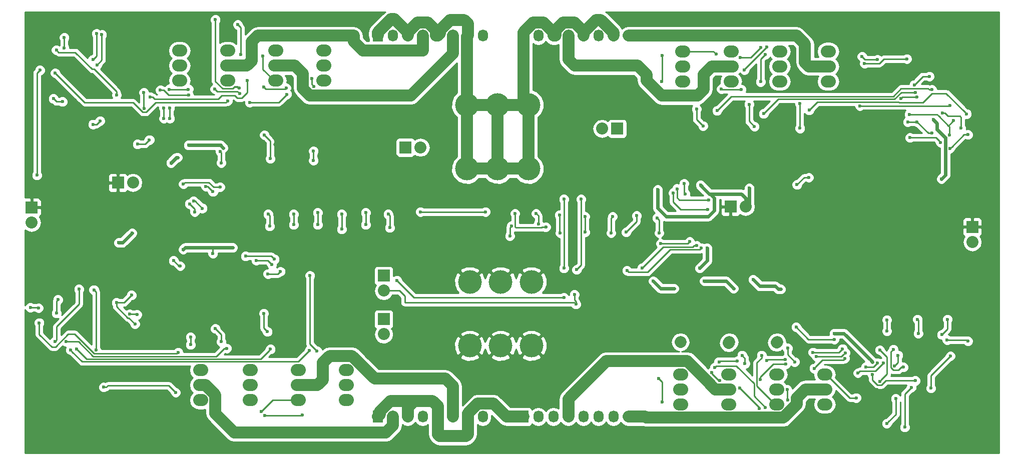
<source format=gbr>
G04 #@! TF.FileFunction,Copper,L2,Bot,Signal*
%FSLAX46Y46*%
G04 Gerber Fmt 4.6, Leading zero omitted, Abs format (unit mm)*
G04 Created by KiCad (PCBNEW 4.0.6-e0-6349~53~ubuntu16.04.1) date Mon Jul 24 21:10:43 2017*
%MOMM*%
%LPD*%
G01*
G04 APERTURE LIST*
%ADD10C,0.100000*%
%ADD11O,2.540000X2.032000*%
%ADD12R,2.032000X2.032000*%
%ADD13O,2.032000X2.032000*%
%ADD14C,4.000000*%
%ADD15R,1.727200X2.032000*%
%ADD16O,1.727200X2.032000*%
%ADD17C,0.600000*%
%ADD18C,1.000000*%
%ADD19C,2.000000*%
%ADD20C,0.600000*%
%ADD21C,0.250000*%
%ADD22C,0.254000*%
G04 APERTURE END LIST*
D10*
D11*
X102362000Y-64262000D03*
X102362000Y-66802000D03*
X102362000Y-61722000D03*
X110490000Y-64262000D03*
X110490000Y-66802000D03*
X110490000Y-61722000D03*
X94234000Y-64262000D03*
X94234000Y-66802000D03*
X94234000Y-61722000D03*
X118618000Y-64262000D03*
X118618000Y-66802000D03*
X118618000Y-61722000D03*
D12*
X132461000Y-78105000D03*
D13*
X135001000Y-78105000D03*
D14*
X142836000Y-81700000D03*
X142836000Y-70900000D03*
X148046000Y-81700000D03*
X148046000Y-70900000D03*
X153256000Y-81700000D03*
X153256000Y-70900000D03*
D12*
X128778000Y-107188000D03*
D13*
X128778000Y-109728000D03*
D12*
X128778000Y-99822000D03*
D13*
X128778000Y-102362000D03*
D14*
X143344000Y-111672000D03*
X143344000Y-100872000D03*
X148554000Y-111672000D03*
X148554000Y-100872000D03*
X153764000Y-111672000D03*
X153764000Y-100872000D03*
D15*
X127762000Y-59182000D03*
D16*
X130302000Y-59182000D03*
X132842000Y-59182000D03*
X135382000Y-59182000D03*
X137922000Y-59182000D03*
X140462000Y-59182000D03*
X143002000Y-59182000D03*
X145542000Y-59182000D03*
D15*
X127762000Y-123698000D03*
D16*
X130302000Y-123698000D03*
X132842000Y-123698000D03*
X135382000Y-123698000D03*
X137922000Y-123698000D03*
X140462000Y-123698000D03*
X143002000Y-123698000D03*
X145542000Y-123698000D03*
D15*
X152400000Y-59182000D03*
D16*
X154940000Y-59182000D03*
X157480000Y-59182000D03*
X160020000Y-59182000D03*
X162560000Y-59182000D03*
X165100000Y-59182000D03*
X167640000Y-59182000D03*
X170180000Y-59182000D03*
D15*
X152400000Y-123698000D03*
D16*
X154940000Y-123698000D03*
X157480000Y-123698000D03*
X160020000Y-123698000D03*
X162560000Y-123698000D03*
X165100000Y-123698000D03*
X167640000Y-123698000D03*
X170180000Y-123698000D03*
D12*
X168275000Y-74930000D03*
D13*
X165735000Y-74930000D03*
D11*
X179324000Y-64389000D03*
X179324000Y-66929000D03*
X179324000Y-61849000D03*
X187536666Y-64389000D03*
X187536666Y-66929000D03*
X187536666Y-61849000D03*
X97790000Y-118364000D03*
X97790000Y-115824000D03*
X97790000Y-120904000D03*
X106172000Y-118364000D03*
X106172000Y-115824000D03*
X106172000Y-120904000D03*
X114300000Y-118364000D03*
X114300000Y-115824000D03*
X114300000Y-120904000D03*
X122428000Y-118364000D03*
X122428000Y-115824000D03*
X122428000Y-120904000D03*
X195749332Y-64389000D03*
X195749332Y-66929000D03*
X195749332Y-61849000D03*
X203961998Y-64389000D03*
X203961998Y-66929000D03*
X203961998Y-61849000D03*
X178990855Y-119054938D03*
X178990855Y-116514938D03*
X178990855Y-121594938D03*
X187118854Y-119054938D03*
X187118854Y-116514938D03*
X187118854Y-121594938D03*
X195246853Y-119054938D03*
X195246853Y-116514938D03*
X195246853Y-121594938D03*
X203374852Y-119054938D03*
X203374852Y-116514938D03*
X203374852Y-121594938D03*
D12*
X69215000Y-88265000D03*
D13*
X69215000Y-90805000D03*
D12*
X228346000Y-91567000D03*
D13*
X228346000Y-94107000D03*
D12*
X83820000Y-84074000D03*
D13*
X86360000Y-84074000D03*
D12*
X187452000Y-88138000D03*
D13*
X189992000Y-88138000D03*
D17*
X86233000Y-92583000D03*
X83947000Y-94234000D03*
X85600000Y-67000000D03*
X82042000Y-71548000D03*
X81400000Y-68800000D03*
X82400000Y-63400000D03*
X86250000Y-62950000D03*
X133800000Y-85600000D03*
X87000000Y-116400000D03*
X72200000Y-117700000D03*
X77200000Y-117900000D03*
X81400000Y-116800000D03*
X95000000Y-105550000D03*
X97600000Y-85600000D03*
X82400000Y-89662000D03*
X91440000Y-91186000D03*
X174100000Y-76550000D03*
X213350000Y-62200000D03*
X218250000Y-62200000D03*
X223350000Y-62200000D03*
X228200000Y-63600000D03*
X227800000Y-70600000D03*
X208000000Y-112600000D03*
X212800000Y-110000000D03*
X218250000Y-112450000D03*
X222000000Y-112700000D03*
X224600000Y-115000000D03*
X200800000Y-107200000D03*
D18*
X179000000Y-104800000D03*
X187000000Y-104400000D03*
X195200000Y-104400000D03*
X203400000Y-104400000D03*
X203800000Y-79200000D03*
X196000000Y-78800000D03*
X187600000Y-79000000D03*
X179200000Y-78600000D03*
X118800000Y-78000000D03*
X110600001Y-77626154D03*
X103400000Y-77800000D03*
X93800000Y-78200000D03*
X122400000Y-104000000D03*
X114200000Y-104000000D03*
X106200000Y-104000000D03*
X97800000Y-104000000D03*
D17*
X224775551Y-122540551D03*
X76835000Y-64262000D03*
X71628000Y-70104000D03*
X76581000Y-70104000D03*
X85598000Y-71628000D03*
X222838000Y-118872000D03*
X212217000Y-119126000D03*
X83627651Y-106995660D03*
X89408000Y-107442000D03*
X216281000Y-72517000D03*
X213233000Y-72644000D03*
X194310000Y-93916000D03*
X176911000Y-85217000D03*
X164465000Y-96600000D03*
X121285000Y-95250000D03*
X76200000Y-85725000D03*
X78232000Y-93218000D03*
X101633564Y-78154900D03*
X99895229Y-96047125D03*
X92800000Y-80700000D03*
X93900000Y-79800000D03*
X95758000Y-77724000D03*
X70104000Y-82804000D03*
X70612000Y-65024000D03*
X93218000Y-97282000D03*
X94361000Y-98171000D03*
X103241010Y-95062573D03*
X94869000Y-95377000D03*
X211474977Y-114425010D03*
X187962449Y-101978551D03*
X182374990Y-84477021D03*
X183515000Y-95123000D03*
X182245000Y-98552000D03*
X174371000Y-100711000D03*
X177927000Y-101981000D03*
X183007000Y-100711000D03*
X191262000Y-100457000D03*
X195961000Y-102108000D03*
X204978000Y-109601000D03*
X183134000Y-89789000D03*
X175133000Y-85217000D03*
X190627000Y-84963000D03*
X223139000Y-83439000D03*
X221742000Y-73406000D03*
X150368000Y-91440000D03*
X150114000Y-93091000D03*
X129540000Y-89408000D03*
X129794000Y-91694000D03*
X125730000Y-89154000D03*
X125730000Y-91186000D03*
X121666000Y-89408000D03*
X121666000Y-91948000D03*
X117602000Y-89154000D03*
X117602000Y-91186000D03*
X113538000Y-89408000D03*
X113538000Y-91186000D03*
X109220000Y-89408000D03*
X109474000Y-91440000D03*
X175006000Y-90043000D03*
X175387000Y-92583000D03*
X171577000Y-89662000D03*
X169799000Y-92456000D03*
X167513000Y-89789000D03*
X167259000Y-92583000D03*
X162814000Y-89789000D03*
X162814000Y-92456000D03*
X158632990Y-92583000D03*
X158496000Y-89535000D03*
X154559000Y-89281000D03*
X154940000Y-91059000D03*
X151003000Y-89281000D03*
X156210000Y-91567000D03*
X131000000Y-100600000D03*
X159257998Y-103504998D03*
X159257998Y-98552000D03*
X159258000Y-86868000D03*
X169926000Y-98933000D03*
X182499000Y-95123000D03*
X110292542Y-97019823D03*
X105409998Y-96520000D03*
X172466000Y-98542010D03*
X107211540Y-97247966D03*
X162179000Y-86868000D03*
X161417000Y-98806000D03*
X161036000Y-102997000D03*
X161290000Y-104648000D03*
X181737000Y-94742000D03*
X109855000Y-97917000D03*
X94900000Y-84300000D03*
X101100000Y-84800000D03*
X95935565Y-87645585D03*
X96800000Y-89000000D03*
X91600000Y-73200000D03*
X91600000Y-71400000D03*
X101148083Y-78800804D03*
X98100000Y-88400000D03*
X96600000Y-87200000D03*
X101300000Y-80700000D03*
X73400000Y-61600000D03*
X83600000Y-69200000D03*
X74750000Y-61250000D03*
X74750000Y-59500000D03*
X102362000Y-70199366D03*
X73200000Y-65500000D03*
X108600000Y-76000000D03*
X109600000Y-80000000D03*
X99900000Y-85600000D03*
X98700000Y-84700000D03*
X116900000Y-80300000D03*
X116900000Y-78700000D03*
X108300000Y-62600000D03*
X104600000Y-62400000D03*
X104100000Y-57300000D03*
X81100000Y-59000000D03*
X80300000Y-64100000D03*
X89147010Y-76806958D03*
X87122000Y-77544000D03*
X88300000Y-71500000D03*
X88200000Y-68800000D03*
X100310186Y-56474990D03*
X112273611Y-68042490D03*
X108500000Y-67900000D03*
X104341951Y-68058049D03*
X104341949Y-68058051D03*
X104341950Y-68058050D03*
X80200000Y-58800000D03*
X79600000Y-63200000D03*
X179800000Y-86000000D03*
X179600000Y-84200000D03*
X70400000Y-105300000D03*
X69000000Y-105200000D03*
X185175990Y-71863604D03*
X221488000Y-68326000D03*
X96100000Y-111500000D03*
X96100000Y-110200000D03*
X100300000Y-108800000D03*
X101299202Y-111000257D03*
X115000000Y-123400000D03*
X108700000Y-123500000D03*
X218760672Y-68758928D03*
X193040000Y-72390000D03*
X80100000Y-112400000D03*
X79749543Y-102206409D03*
X94000000Y-112800000D03*
X70500080Y-107799330D03*
X86700000Y-108000000D03*
X86106000Y-103124000D03*
X83566000Y-104394000D03*
X102235000Y-112121002D03*
X75057000Y-110998000D03*
X108500000Y-106200000D03*
X109100000Y-109300000D03*
X117500000Y-112600000D03*
X116300000Y-99800000D03*
X111300000Y-99100000D03*
X109200000Y-99500000D03*
X178400000Y-85100000D03*
X183800000Y-87000000D03*
X183600008Y-88600000D03*
X177774990Y-85800000D03*
X198700000Y-84400000D03*
X200700000Y-83200000D03*
X209700000Y-62700000D03*
X212300000Y-63200000D03*
X191500000Y-74550000D03*
X190600000Y-70800000D03*
X192532000Y-66976000D03*
X193300000Y-62400000D03*
X109625010Y-112268000D03*
X76835000Y-112268000D03*
X210100000Y-63900000D03*
X217300000Y-63100000D03*
X199200000Y-74850000D03*
X199200000Y-70700000D03*
X75800000Y-112400000D03*
X116200000Y-112500000D03*
X226441000Y-74803000D03*
X223300000Y-72300000D03*
X227584000Y-75946000D03*
X224574010Y-78289693D03*
X227394234Y-72420650D03*
X200745348Y-71785039D03*
X224533556Y-70985454D03*
X209349087Y-71043806D03*
X189400000Y-113300000D03*
X189900000Y-114700000D03*
X184749705Y-115380468D03*
X213868000Y-124850990D03*
X215392000Y-120650000D03*
X193344789Y-122109263D03*
X218059000Y-118745000D03*
X216916000Y-125476000D03*
X192278000Y-122301000D03*
X188976000Y-118872000D03*
X197100000Y-112100000D03*
X198300000Y-114400000D03*
X197104000Y-120904000D03*
X197015100Y-119127834D03*
X208704117Y-120503793D03*
X72898000Y-69850000D03*
X74422000Y-70358000D03*
X80800000Y-73600000D03*
X79600000Y-74200000D03*
X73660000Y-103886000D03*
X73406000Y-106172000D03*
X77216000Y-102108000D03*
X73152000Y-110998000D03*
X87055594Y-106408642D03*
X85805582Y-106321683D03*
X216281000Y-69850000D03*
X219019498Y-69596000D03*
X217424000Y-73787000D03*
X221534956Y-75678978D03*
X218994251Y-73764566D03*
X224447034Y-75995649D03*
X217678000Y-72517000D03*
X225180990Y-73533000D03*
X222973990Y-77252003D03*
X217805000Y-76454000D03*
X221361000Y-118872000D03*
X224663000Y-113411000D03*
X211455000Y-116586000D03*
X218694000Y-117602000D03*
X92600000Y-71400000D03*
X92600000Y-73200000D03*
X95750000Y-68250000D03*
X92500000Y-68250000D03*
X105700000Y-66800000D03*
X89300000Y-69600000D03*
X112400000Y-69100000D03*
X106100000Y-70500000D03*
X104400000Y-69000000D03*
X100200000Y-68200000D03*
X95800000Y-69200000D03*
X91000000Y-68400000D03*
X117000000Y-67800000D03*
X116600000Y-66400000D03*
X93599000Y-119587000D03*
X81400000Y-118700000D03*
X189074990Y-62902424D03*
X192608051Y-61208051D03*
X185000000Y-62300000D03*
X185900000Y-68200000D03*
X189300000Y-68300000D03*
X175768000Y-66976000D03*
X175900000Y-62500000D03*
X108100000Y-122800000D03*
X189800000Y-65000000D03*
X193600000Y-61100000D03*
X182800000Y-74450000D03*
X181700000Y-71600000D03*
X221081551Y-66065449D03*
X218536952Y-67508916D03*
X146000000Y-89000000D03*
X135000000Y-89000000D03*
X180543790Y-94032492D03*
X175641000Y-94361000D03*
X175900000Y-121200000D03*
X175300000Y-117200000D03*
X185500000Y-114400000D03*
X188600000Y-114300000D03*
X193600000Y-114200000D03*
X196700000Y-114000000D03*
X201400000Y-112800000D03*
X206400000Y-112200000D03*
X192525010Y-117408848D03*
X185600000Y-117600000D03*
X184300000Y-116200000D03*
X206837609Y-112869714D03*
X196800000Y-114800000D03*
X202000000Y-113500000D03*
X212700000Y-117700000D03*
X212700000Y-112400000D03*
X213900000Y-107302000D03*
X214995547Y-112295550D03*
X216662000Y-115316000D03*
X213900000Y-109200000D03*
X192700000Y-113300000D03*
X201600000Y-115500000D03*
X206800000Y-113800000D03*
X213300000Y-114600000D03*
X209000000Y-116300000D03*
X198550000Y-108500000D03*
X205000000Y-110600000D03*
X219072000Y-107210000D03*
X210312000Y-115316000D03*
X212300000Y-114600000D03*
X215200000Y-115100000D03*
X215800000Y-113300000D03*
X219200000Y-109600000D03*
X224152000Y-107210000D03*
X227600000Y-110900000D03*
X224100000Y-110700000D03*
X223200000Y-109800000D03*
D19*
X178990855Y-111053941D02*
X178990852Y-111053938D01*
X187118854Y-111202936D02*
X187267852Y-111053938D01*
X195246853Y-111128437D02*
X195321352Y-111053938D01*
X143002000Y-123698000D02*
X143002000Y-123167215D01*
X144687225Y-121481990D02*
X147320390Y-121481990D01*
X143002000Y-123167215D02*
X144687225Y-121481990D01*
X147320390Y-121481990D02*
X149536400Y-123698000D01*
X149536400Y-123698000D02*
X152400000Y-123698000D01*
X134000000Y-121000000D02*
X129888717Y-121000000D01*
X128101990Y-122786727D02*
X128101990Y-123358010D01*
X129888717Y-121000000D02*
X128101990Y-122786727D01*
X128101990Y-123358010D02*
X127762000Y-123698000D01*
X137922000Y-123698000D02*
X137922000Y-121922000D01*
X137922000Y-121922000D02*
X137000000Y-121000000D01*
X137000000Y-121000000D02*
X134000000Y-121000000D01*
X134000000Y-121000000D02*
X132842000Y-122158000D01*
X132842000Y-122158000D02*
X132842000Y-123698000D01*
X143002000Y-123698000D02*
X143002000Y-126714000D01*
X137922000Y-126714000D02*
X137922000Y-123698000D01*
X143002000Y-126714000D02*
X142716000Y-127000000D01*
X142716000Y-127000000D02*
X138208000Y-127000000D01*
X138208000Y-127000000D02*
X137922000Y-126714000D01*
X153256000Y-81700000D02*
X148046000Y-81700000D01*
X142836000Y-81700000D02*
X148046000Y-81700000D01*
X153256000Y-81700000D02*
X153256000Y-70900000D01*
X148046000Y-81700000D02*
X148046000Y-70900000D01*
X142836000Y-81700000D02*
X142836000Y-70900000D01*
X148046000Y-70900000D02*
X142836000Y-70900000D01*
X153256000Y-70900000D02*
X148046000Y-70900000D01*
X164696215Y-56515000D02*
X165503785Y-56515000D01*
X167640000Y-58651215D02*
X167640000Y-59182000D01*
X165503785Y-56515000D02*
X167640000Y-58651215D01*
X162560000Y-59182000D02*
X162560000Y-58651215D01*
X162560000Y-58651215D02*
X164696215Y-56515000D01*
X161093009Y-56965990D02*
X162560000Y-58432981D01*
X162560000Y-58432981D02*
X162560000Y-59182000D01*
X157480000Y-59182000D02*
X157819990Y-59182000D01*
X157819990Y-59182000D02*
X157819990Y-58270727D01*
X157819990Y-58270727D02*
X159124727Y-56965990D01*
X159124727Y-56965990D02*
X161093009Y-56965990D01*
X152400000Y-59182000D02*
X152400000Y-58651215D01*
X152400000Y-58651215D02*
X154085225Y-56965990D01*
X154085225Y-56965990D02*
X155794775Y-56965990D01*
X155794775Y-56965990D02*
X157480000Y-58651215D01*
X157480000Y-58651215D02*
X157480000Y-59182000D01*
X153256000Y-70900000D02*
X152400000Y-70044000D01*
X152400000Y-70044000D02*
X152400000Y-59182000D01*
X130578785Y-56388000D02*
X130025215Y-56388000D01*
X130025215Y-56388000D02*
X127762000Y-58651215D01*
X127762000Y-58651215D02*
X127762000Y-59182000D01*
X132842000Y-59182000D02*
X132842000Y-58651215D01*
X132842000Y-58651215D02*
X130578785Y-56388000D01*
X137922000Y-59182000D02*
X137582010Y-59182000D01*
X134527225Y-56965990D02*
X134511225Y-56981990D01*
X137582010Y-59182000D02*
X137582010Y-58270727D01*
X137582010Y-58270727D02*
X136277273Y-56965990D01*
X136277273Y-56965990D02*
X134527225Y-56965990D01*
X134511225Y-56981990D02*
X134470727Y-56981990D01*
X134470727Y-56981990D02*
X132842000Y-58610717D01*
X132842000Y-58610717D02*
X132842000Y-59182000D01*
X142367000Y-56515000D02*
X140017717Y-56515000D01*
X140017717Y-56515000D02*
X138261990Y-58270727D01*
X138261990Y-58270727D02*
X138261990Y-58842010D01*
X138261990Y-58842010D02*
X137922000Y-59182000D01*
X143002000Y-57150000D02*
X142367000Y-56515000D01*
X143002000Y-59182000D02*
X143002000Y-57150000D01*
X142836000Y-70900000D02*
X142836000Y-59348000D01*
X142836000Y-59348000D02*
X143002000Y-59182000D01*
D20*
X83947000Y-94234000D02*
X84582000Y-94234000D01*
X84582000Y-94234000D02*
X86233000Y-92583000D01*
D21*
X81400000Y-116800000D02*
X81699999Y-117099999D01*
X81699999Y-117099999D02*
X81600000Y-117000000D01*
X228200000Y-63600000D02*
X227800000Y-63600000D01*
X227800000Y-70600000D02*
X227800000Y-70200000D01*
D19*
X187600000Y-79000000D02*
X188200000Y-79000000D01*
X103400000Y-77800000D02*
X103600000Y-77600000D01*
X103600000Y-77600000D02*
X104000000Y-77600000D01*
X114200000Y-104000000D02*
X114699999Y-104499999D01*
X114699999Y-104499999D02*
X114600000Y-104400000D01*
D21*
X71628000Y-70104000D02*
X72009000Y-70104000D01*
X89408000Y-106934000D02*
X89154000Y-106680000D01*
X89408000Y-107442000D02*
X89408000Y-106934000D01*
X83627651Y-106995660D02*
X83693000Y-107061009D01*
X83693000Y-107061009D02*
X83693000Y-107315000D01*
X213233000Y-72644000D02*
X216154000Y-72644000D01*
X216154000Y-72644000D02*
X216281000Y-72517000D01*
D20*
X101202664Y-77724000D02*
X101333565Y-77854901D01*
X95758000Y-77724000D02*
X101202664Y-77724000D01*
X101333565Y-77854901D02*
X101633564Y-78154900D01*
D21*
X99895229Y-95622861D02*
X99895229Y-96047125D01*
X99895229Y-95243344D02*
X99895229Y-95622861D01*
X100076000Y-95062573D02*
X99895229Y-95243344D01*
D20*
X93900000Y-79800000D02*
X93700000Y-79800000D01*
X93700000Y-79800000D02*
X92800000Y-80700000D01*
D21*
X70612000Y-65024000D02*
X70104000Y-65532000D01*
X70104000Y-65532000D02*
X70104000Y-82804000D01*
D20*
X95183427Y-95062573D02*
X100076000Y-95062573D01*
X100076000Y-95062573D02*
X102816746Y-95062573D01*
D21*
X94361000Y-98171000D02*
X94107000Y-98171000D01*
X94107000Y-98171000D02*
X93218000Y-97282000D01*
D20*
X102816746Y-95062573D02*
X103241010Y-95062573D01*
X94869000Y-95377000D02*
X95183427Y-95062573D01*
X211174978Y-114125011D02*
X211474977Y-114425010D01*
X206650967Y-109601000D02*
X211174978Y-114125011D01*
X204978000Y-109601000D02*
X206650967Y-109601000D01*
X184700000Y-86656000D02*
X184023000Y-85979000D01*
X184700000Y-88784004D02*
X184700000Y-86656000D01*
X183134000Y-89789000D02*
X183695004Y-89789000D01*
X183695004Y-89789000D02*
X184700000Y-88784004D01*
X187662450Y-101678552D02*
X187962449Y-101978551D01*
X186694898Y-100711000D02*
X187662450Y-101678552D01*
X183007000Y-100711000D02*
X186694898Y-100711000D01*
X182674989Y-84777020D02*
X182374990Y-84477021D01*
X183876969Y-85979000D02*
X182674989Y-84777020D01*
X184023000Y-85979000D02*
X183876969Y-85979000D01*
X182245000Y-98552000D02*
X183515000Y-97282000D01*
X183515000Y-97282000D02*
X183515000Y-95123000D01*
X177927000Y-101981000D02*
X175641000Y-101981000D01*
X175641000Y-101981000D02*
X174371000Y-100711000D01*
X195028736Y-101600000D02*
X192405000Y-101600000D01*
X192405000Y-101600000D02*
X191262000Y-100457000D01*
X195961000Y-102108000D02*
X195536736Y-102108000D01*
X195536736Y-102108000D02*
X195028736Y-101600000D01*
X175133000Y-88392000D02*
X176530000Y-89789000D01*
X176530000Y-89789000D02*
X183134000Y-89789000D01*
X175133000Y-85217000D02*
X175133000Y-88392000D01*
X189269840Y-85979000D02*
X184023000Y-85979000D01*
X189992000Y-88138000D02*
X189992000Y-86701160D01*
X189992000Y-86701160D02*
X189269840Y-85979000D01*
X190627000Y-84963000D02*
X190627000Y-87503000D01*
X190627000Y-87503000D02*
X189992000Y-88138000D01*
X223774000Y-76454000D02*
X223774000Y-82804000D01*
X223774000Y-82804000D02*
X223139000Y-83439000D01*
X222377000Y-75057000D02*
X223774000Y-76454000D01*
X222377000Y-74041000D02*
X222377000Y-75057000D01*
X221742000Y-73406000D02*
X222377000Y-74041000D01*
D21*
X150114000Y-93091000D02*
X150114000Y-91694000D01*
X150114000Y-91694000D02*
X150368000Y-91440000D01*
X129794000Y-91694000D02*
X129794000Y-89662000D01*
X129794000Y-89662000D02*
X129540000Y-89408000D01*
X125730000Y-91186000D02*
X125730000Y-89154000D01*
X121666000Y-91948000D02*
X121666000Y-89408000D01*
X117602000Y-91186000D02*
X117602000Y-89154000D01*
X113538000Y-91186000D02*
X113538000Y-89408000D01*
X109474000Y-91440000D02*
X109474000Y-89662000D01*
X109474000Y-89662000D02*
X109220000Y-89408000D01*
X175387000Y-92583000D02*
X175387000Y-90424000D01*
X175387000Y-90424000D02*
X175006000Y-90043000D01*
X169799000Y-92456000D02*
X171577000Y-90678000D01*
X171577000Y-90678000D02*
X171577000Y-89662000D01*
X167259000Y-92583000D02*
X167259000Y-90043000D01*
X167259000Y-90043000D02*
X167513000Y-89789000D01*
X162814000Y-92456000D02*
X162814000Y-89789000D01*
X158496000Y-89535000D02*
X158496000Y-92446010D01*
X158496000Y-92446010D02*
X158632990Y-92583000D01*
X154940000Y-91059000D02*
X154940000Y-89662000D01*
X154940000Y-89662000D02*
X154559000Y-89281000D01*
X151130000Y-91694000D02*
X151003000Y-91567000D01*
X151003000Y-91567000D02*
X151003000Y-89281000D01*
X155448000Y-91694000D02*
X151130000Y-91694000D01*
X155575000Y-91567000D02*
X155448000Y-91694000D01*
X156210000Y-91567000D02*
X155575000Y-91567000D01*
X131299999Y-100899999D02*
X131000000Y-100600000D01*
X159257998Y-103504998D02*
X133904998Y-103504998D01*
X133904998Y-103504998D02*
X131299999Y-100899999D01*
X182199001Y-95422999D02*
X177246001Y-95422999D01*
X170225999Y-99232999D02*
X169926000Y-98933000D01*
X182499000Y-95123000D02*
X182199001Y-95422999D01*
X177246001Y-95422999D02*
X173436001Y-99232999D01*
X173436001Y-99232999D02*
X170225999Y-99232999D01*
X159258000Y-98551998D02*
X159257998Y-98552000D01*
X159258000Y-86868000D02*
X159258000Y-98551998D01*
X109992543Y-96719824D02*
X110292542Y-97019823D01*
X105409998Y-96520000D02*
X109792719Y-96520000D01*
X109792719Y-96520000D02*
X109992543Y-96719824D01*
X132334000Y-104334000D02*
X160976000Y-104334000D01*
X160976000Y-104334000D02*
X161290000Y-104648000D01*
X132334000Y-103251000D02*
X132334000Y-104334000D01*
X172765999Y-98242011D02*
X172466000Y-98542010D01*
X181081748Y-94972988D02*
X176035022Y-94972988D01*
X181312736Y-94742000D02*
X181081748Y-94972988D01*
X181737000Y-94742000D02*
X181312736Y-94742000D01*
X176035022Y-94972988D02*
X172765999Y-98242011D01*
X107635804Y-97247966D02*
X107211540Y-97247966D01*
X109185966Y-97247966D02*
X107635804Y-97247966D01*
X109855000Y-97917000D02*
X109185966Y-97247966D01*
X161417000Y-98806000D02*
X162179000Y-98044000D01*
X162179000Y-98044000D02*
X162179000Y-86868000D01*
X161036000Y-103124000D02*
X161036000Y-102997000D01*
X161036000Y-103969736D02*
X161036000Y-103124000D01*
X161290000Y-104648000D02*
X161290000Y-104223736D01*
X161290000Y-104223736D02*
X161036000Y-103969736D01*
X132334000Y-103251000D02*
X131445000Y-102362000D01*
X131445000Y-102362000D02*
X128778000Y-102362000D01*
D19*
X102362000Y-64262000D02*
X105632000Y-64262000D01*
X123698000Y-59182000D02*
X123698000Y-60198000D01*
X105632000Y-64262000D02*
X106426000Y-63468000D01*
X106426000Y-63468000D02*
X106426000Y-60198000D01*
X106426000Y-60198000D02*
X107442000Y-59182000D01*
X107442000Y-59182000D02*
X123698000Y-59182000D01*
X123698000Y-60198000D02*
X125222000Y-61722000D01*
X125222000Y-61722000D02*
X135382000Y-61722000D01*
X135382000Y-61722000D02*
X135382000Y-59182000D01*
X135382000Y-59712785D02*
X135382000Y-59182000D01*
X115062000Y-65564000D02*
X115062000Y-68082004D01*
X113760000Y-64262000D02*
X115062000Y-65564000D01*
X110490000Y-64262000D02*
X113760000Y-64262000D01*
X140462000Y-62198000D02*
X140462000Y-59182000D01*
X133359998Y-69300002D02*
X140462000Y-62198000D01*
X116279998Y-69300002D02*
X133359998Y-69300002D01*
X115062000Y-68082004D02*
X116279998Y-69300002D01*
X110490000Y-64262000D02*
X111337911Y-64262000D01*
X103492020Y-126365000D02*
X129134602Y-126365000D01*
X129134602Y-126365000D02*
X130302000Y-125197602D01*
X130302000Y-125197602D02*
X130302000Y-123698000D01*
X100260010Y-123132990D02*
X103492020Y-126365000D01*
X98637911Y-118364000D02*
X100260010Y-119986099D01*
X97790000Y-118364000D02*
X98637911Y-118364000D01*
X100260010Y-119986099D02*
X100260010Y-123132990D01*
X139233089Y-117262089D02*
X140462000Y-118491000D01*
X140462000Y-118491000D02*
X140462000Y-123698000D01*
X127254000Y-117262089D02*
X139233089Y-117262089D01*
X119634000Y-113411000D02*
X123402911Y-113411000D01*
X123402911Y-113411000D02*
X127254000Y-117262089D01*
X118491000Y-114554000D02*
X119634000Y-113411000D01*
X118491000Y-117443000D02*
X118491000Y-114554000D01*
X114300000Y-118364000D02*
X117570000Y-118364000D01*
X117570000Y-118364000D02*
X118491000Y-117443000D01*
X161036000Y-64262000D02*
X160020000Y-63246000D01*
X160020000Y-63246000D02*
X160020000Y-59182000D01*
X171704000Y-64262000D02*
X161036000Y-64262000D01*
X173228000Y-65786000D02*
X171704000Y-64262000D01*
X173228000Y-66802000D02*
X173228000Y-65786000D01*
X175768000Y-69342000D02*
X173228000Y-66802000D01*
X181864000Y-69342000D02*
X175768000Y-69342000D01*
X182880000Y-68326000D02*
X181864000Y-69342000D01*
X182880000Y-65775666D02*
X182880000Y-68326000D01*
X187536666Y-64389000D02*
X184266666Y-64389000D01*
X184266666Y-64389000D02*
X182880000Y-65775666D01*
X200056998Y-60610998D02*
X198628000Y-59182000D01*
X198628000Y-59182000D02*
X170180000Y-59182000D01*
X200056998Y-63754000D02*
X200056998Y-60610998D01*
X203961998Y-64389000D02*
X200691998Y-64389000D01*
X200691998Y-64389000D02*
X200056998Y-63754000D01*
X160020000Y-120682000D02*
X160020000Y-123698000D01*
X166425999Y-114276001D02*
X160020000Y-120682000D01*
X183999998Y-118220002D02*
X183999998Y-118120000D01*
X184879998Y-119100002D02*
X183999998Y-118220002D01*
X180155999Y-114276001D02*
X166425999Y-114276001D01*
X187073790Y-119100002D02*
X184879998Y-119100002D01*
X187118854Y-119054938D02*
X187073790Y-119100002D01*
X183999998Y-118120000D02*
X180155999Y-114276001D01*
X198628000Y-120531790D02*
X198628000Y-121601702D01*
X198628000Y-121601702D02*
X196418754Y-123810948D01*
X173043600Y-123698000D02*
X170180000Y-123698000D01*
X196418754Y-123810948D02*
X173156548Y-123810948D01*
X173156548Y-123810948D02*
X173043600Y-123698000D01*
X203374852Y-119054938D02*
X200104852Y-119054938D01*
X200104852Y-119054938D02*
X198628000Y-120531790D01*
D21*
X99200000Y-84000000D02*
X95200000Y-84000000D01*
X95200000Y-84000000D02*
X94900000Y-84300000D01*
X100000000Y-84800000D02*
X99200000Y-84000000D01*
X101100000Y-84800000D02*
X100000000Y-84800000D01*
X96235564Y-87945584D02*
X95935565Y-87645585D01*
X96800000Y-88510020D02*
X96235564Y-87945584D01*
X96800000Y-89000000D02*
X96800000Y-88510020D01*
X91600000Y-71400000D02*
X91600000Y-73200000D01*
X101300000Y-78952721D02*
X101148083Y-78800804D01*
X101300000Y-80700000D02*
X101300000Y-78952721D01*
X96600000Y-87200000D02*
X96900000Y-87200000D01*
X96900000Y-87200000D02*
X98100000Y-88400000D01*
X73699999Y-61899999D02*
X73400000Y-61600000D01*
X79786401Y-64849991D02*
X79449991Y-64849991D01*
X79449991Y-64849991D02*
X76600000Y-62000000D01*
X83600000Y-68663590D02*
X79786401Y-64849991D01*
X83600000Y-69200000D02*
X83600000Y-68663590D01*
X73800000Y-62000000D02*
X73699999Y-61899999D01*
X76600000Y-62000000D02*
X73800000Y-62000000D01*
X74750000Y-59500000D02*
X74750000Y-61250000D01*
X90225639Y-70499365D02*
X102062001Y-70499365D01*
X87999998Y-72125002D02*
X88600002Y-72125002D01*
X78199365Y-70499365D02*
X86374361Y-70499365D01*
X73200000Y-65500000D02*
X78199365Y-70499365D01*
X102062001Y-70499365D02*
X102362000Y-70199366D01*
X86374361Y-70499365D02*
X87999998Y-72125002D01*
X88600002Y-72125002D02*
X90225639Y-70499365D01*
X108899999Y-76299999D02*
X108600000Y-76000000D01*
X109600000Y-77000000D02*
X108899999Y-76299999D01*
X109600000Y-80000000D02*
X109600000Y-77000000D01*
X98700000Y-84700000D02*
X99000000Y-84700000D01*
X99000000Y-84700000D02*
X99900000Y-85600000D01*
X116900000Y-78700000D02*
X116900000Y-80300000D01*
X108300000Y-62600000D02*
X108300000Y-64866000D01*
X108300000Y-64866000D02*
X110236000Y-66802000D01*
X110236000Y-66802000D02*
X110490000Y-66802000D01*
X104100000Y-57300000D02*
X104600000Y-57800000D01*
X104600000Y-57800000D02*
X104600000Y-62400000D01*
X80300000Y-64100000D02*
X81100000Y-63300000D01*
X81100000Y-63300000D02*
X81100000Y-59000000D01*
X88847011Y-77106957D02*
X89147010Y-76806958D01*
X87122000Y-77544000D02*
X88409968Y-77544000D01*
X88409968Y-77544000D02*
X88847011Y-77106957D01*
X88200000Y-68800000D02*
X88200000Y-71400000D01*
X88200000Y-71400000D02*
X88300000Y-71500000D01*
X100310186Y-56899254D02*
X100310186Y-56474990D01*
X101552536Y-68143010D02*
X100310186Y-66900660D01*
X100310186Y-66900660D02*
X100310186Y-56899254D01*
X108500000Y-67900000D02*
X108799999Y-68199999D01*
X108799999Y-68199999D02*
X112116102Y-68199999D01*
X112116102Y-68199999D02*
X112273611Y-68042490D01*
X103939414Y-67825434D02*
X103956991Y-67843011D01*
X101552536Y-68143010D02*
X103171464Y-68143010D01*
X104041950Y-67758052D02*
X104341949Y-68058051D01*
X103171465Y-68143010D02*
X103225432Y-68089042D01*
X104256990Y-68143010D02*
X104341951Y-68058049D01*
X101552536Y-68143010D02*
X103171465Y-68143010D01*
X103171464Y-68143010D02*
X103556422Y-67758052D01*
X103556422Y-67758052D02*
X104041950Y-67758052D01*
X103489040Y-67825434D02*
X103939414Y-67825434D01*
X103956991Y-67843011D02*
X104256990Y-68143010D01*
X103225432Y-68089042D02*
X103489040Y-67825434D01*
X79600000Y-63200000D02*
X80200000Y-62600000D01*
X80200000Y-62600000D02*
X80200000Y-58800000D01*
X179600000Y-84200000D02*
X179600000Y-85800000D01*
X179600000Y-85800000D02*
X179800000Y-86000000D01*
X69000000Y-105200000D02*
X70300000Y-105200000D01*
X70300000Y-105200000D02*
X70400000Y-105300000D01*
X214973585Y-69469000D02*
X187570594Y-69469000D01*
X216308659Y-68133926D02*
X214973585Y-69469000D01*
X185475989Y-71563605D02*
X185175990Y-71863604D01*
X220871662Y-68133926D02*
X216308659Y-68133926D01*
X221063736Y-68326000D02*
X220871662Y-68133926D01*
X221488000Y-68326000D02*
X221063736Y-68326000D01*
X187570594Y-69469000D02*
X185475989Y-71563605D01*
X96100000Y-110200000D02*
X96100000Y-111500000D01*
X101299202Y-111000257D02*
X101299202Y-109799202D01*
X101299202Y-109799202D02*
X100300000Y-108800000D01*
X108700000Y-123500000D02*
X114900000Y-123500000D01*
X114900000Y-123500000D02*
X115000000Y-123400000D01*
X218336408Y-68758928D02*
X218760672Y-68758928D01*
X193040000Y-72390000D02*
X195510989Y-69919011D01*
X216320068Y-68758928D02*
X218336408Y-68758928D01*
X215159985Y-69919011D02*
X216320068Y-68758928D01*
X195510989Y-69919011D02*
X215159985Y-69919011D01*
X79749543Y-102206409D02*
X80100000Y-102556866D01*
X80100000Y-102556866D02*
X80100000Y-112400000D01*
X80400002Y-113025002D02*
X93774998Y-113025002D01*
X93774998Y-113025002D02*
X94000000Y-112800000D01*
X80400002Y-113025002D02*
X79799998Y-113025002D01*
X72644000Y-111887000D02*
X70500080Y-109743080D01*
X70500080Y-109743080D02*
X70500080Y-108223594D01*
X79799998Y-113025002D02*
X76502996Y-109728000D01*
X76502996Y-109728000D02*
X75401998Y-109728000D01*
X75401998Y-109728000D02*
X73242998Y-111887000D01*
X70500080Y-108223594D02*
X70500080Y-107799330D01*
X73242998Y-111887000D02*
X72644000Y-111887000D01*
X86700000Y-108000000D02*
X85646684Y-106946684D01*
X85646684Y-106946684D02*
X85505581Y-106946684D01*
X83566000Y-105007103D02*
X83566000Y-104394000D01*
X85505581Y-106946684D02*
X83566000Y-105007103D01*
X83566000Y-104394000D02*
X84836000Y-104394000D01*
X84836000Y-104394000D02*
X86106000Y-103124000D01*
X75057000Y-110998000D02*
X77136585Y-110998000D01*
X77136585Y-110998000D02*
X79613598Y-113475013D01*
X79613598Y-113475013D02*
X100456725Y-113475013D01*
X100456725Y-113475013D02*
X101810736Y-112121002D01*
X101810736Y-112121002D02*
X102235000Y-112121002D01*
X109100000Y-109300000D02*
X108500000Y-108700000D01*
X108500000Y-108700000D02*
X108500000Y-106200000D01*
X116300000Y-99800000D02*
X116300000Y-111400000D01*
X116300000Y-111400000D02*
X117500000Y-112600000D01*
X109200000Y-99500000D02*
X110900000Y-99500000D01*
X110900000Y-99500000D02*
X111300000Y-99100000D01*
X178400000Y-86600000D02*
X178400000Y-85100000D01*
X178800000Y-87000000D02*
X178400000Y-86600000D01*
X183375736Y-87000000D02*
X178800000Y-87000000D01*
X183800000Y-87000000D02*
X183375736Y-87000000D01*
X183175744Y-88600000D02*
X183600008Y-88600000D01*
X177774990Y-87374990D02*
X179000000Y-88600000D01*
X179000000Y-88600000D02*
X183175744Y-88600000D01*
X177774990Y-85800000D02*
X177774990Y-87374990D01*
X200700000Y-83200000D02*
X199900000Y-83200000D01*
X199900000Y-83200000D02*
X198700000Y-84400000D01*
X212300000Y-63200000D02*
X210200000Y-63200000D01*
X210200000Y-63200000D02*
X209700000Y-62700000D01*
X190600000Y-70800000D02*
X190600000Y-73650000D01*
X190600000Y-73650000D02*
X191500000Y-74550000D01*
X193300000Y-62400000D02*
X192532000Y-63168000D01*
X192532000Y-63168000D02*
X192532000Y-66976000D01*
X195495332Y-61849000D02*
X195749332Y-61849000D01*
X78492024Y-113925024D02*
X107967986Y-113925024D01*
X107967986Y-113925024D02*
X109325011Y-112567999D01*
X76835000Y-112268000D02*
X78492024Y-113925024D01*
X109325011Y-112567999D02*
X109625010Y-112268000D01*
X213400000Y-63100000D02*
X212600000Y-63900000D01*
X212600000Y-63900000D02*
X210100000Y-63900000D01*
X217300000Y-63100000D02*
X213400000Y-63100000D01*
X199200000Y-70700000D02*
X199200000Y-74850000D01*
X76099999Y-112699999D02*
X75800000Y-112400000D01*
X77775035Y-114375035D02*
X76099999Y-112699999D01*
X114324965Y-114375035D02*
X77775035Y-114375035D01*
X116200000Y-112500000D02*
X114324965Y-114375035D01*
X224224264Y-72800000D02*
X226246900Y-72800000D01*
X226246900Y-72800000D02*
X226441000Y-72994100D01*
X226441000Y-72994100D02*
X226441000Y-74803000D01*
X223300000Y-72300000D02*
X223724264Y-72300000D01*
X223724264Y-72300000D02*
X224224264Y-72800000D01*
X227584000Y-75946000D02*
X226917703Y-75946000D01*
X224874009Y-77989694D02*
X224574010Y-78289693D01*
X226917703Y-75946000D02*
X224874009Y-77989694D01*
X215980998Y-70475002D02*
X220010002Y-70475002D01*
X202161365Y-70369022D02*
X215875018Y-70369022D01*
X227094235Y-72120651D02*
X227394234Y-72420650D01*
X223924586Y-68951002D02*
X227094235Y-72120651D01*
X200745348Y-71785039D02*
X202161365Y-70369022D01*
X220010002Y-70475002D02*
X221534002Y-68951002D01*
X221534002Y-68951002D02*
X223924586Y-68951002D01*
X215875018Y-70369022D02*
X215980998Y-70475002D01*
X209349087Y-71043806D02*
X224475204Y-71043806D01*
X224475204Y-71043806D02*
X224533556Y-70985454D01*
X189900000Y-114700000D02*
X189900000Y-113800000D01*
X189900000Y-113800000D02*
X189400000Y-113300000D01*
X185049704Y-115080469D02*
X184749705Y-115380468D01*
X191449989Y-118086400D02*
X188444058Y-115080469D01*
X188444058Y-115080469D02*
X185049704Y-115080469D01*
X191449989Y-120214463D02*
X191449989Y-118086400D01*
X193344789Y-122109263D02*
X191449989Y-120214463D01*
X214167999Y-124550991D02*
X213868000Y-124850990D01*
X215392000Y-120650000D02*
X215392000Y-123326990D01*
X215392000Y-123326990D02*
X214167999Y-124550991D01*
X216916000Y-125476000D02*
X216916000Y-119888000D01*
X216916000Y-119888000D02*
X218059000Y-118745000D01*
X188976000Y-118872000D02*
X192278000Y-122174000D01*
X192278000Y-122174000D02*
X192278000Y-122301000D01*
X198300000Y-114400000D02*
X197100000Y-113200000D01*
X197100000Y-113200000D02*
X197100000Y-112100000D01*
X197015100Y-120815100D02*
X197104000Y-120904000D01*
X197015100Y-119127834D02*
X197015100Y-120815100D01*
X203628852Y-116514938D02*
X207617707Y-120503793D01*
X207617707Y-120503793D02*
X208279853Y-120503793D01*
X208279853Y-120503793D02*
X208704117Y-120503793D01*
X203374852Y-116514938D02*
X203628852Y-116514938D01*
X74422000Y-70358000D02*
X73406000Y-70358000D01*
X73406000Y-70358000D02*
X72898000Y-69850000D01*
X79600000Y-74200000D02*
X80200000Y-74200000D01*
X80200000Y-74200000D02*
X80800000Y-73600000D01*
X73406000Y-106172000D02*
X73406000Y-104140000D01*
X73406000Y-104140000D02*
X73660000Y-103886000D01*
X73451999Y-108412001D02*
X77216000Y-104648000D01*
X77216000Y-104648000D02*
X77216000Y-102108000D01*
X73152000Y-110998000D02*
X73451999Y-110698001D01*
X73451999Y-110698001D02*
X73451999Y-108412001D01*
X85805582Y-106321683D02*
X86968635Y-106321683D01*
X86968635Y-106321683D02*
X87055594Y-106408642D01*
X216535000Y-69596000D02*
X216281000Y-69850000D01*
X219019498Y-69596000D02*
X216535000Y-69596000D01*
X217424000Y-73787000D02*
X218971817Y-73787000D01*
X218971817Y-73787000D02*
X218994251Y-73764566D01*
X221110692Y-75678978D02*
X221534956Y-75678978D01*
X218994251Y-73764566D02*
X220908663Y-75678978D01*
X220908663Y-75678978D02*
X221110692Y-75678978D01*
X224282000Y-74431990D02*
X224447034Y-74597024D01*
X224447034Y-75571385D02*
X224447034Y-75995649D01*
X224447034Y-74597024D02*
X224447034Y-75571385D01*
X217678000Y-72517000D02*
X222367010Y-72517000D01*
X222367010Y-72517000D02*
X222667009Y-72816999D01*
X222667009Y-72816999D02*
X224282000Y-74431990D01*
X224282000Y-74431990D02*
X224880991Y-73832999D01*
X224880991Y-73832999D02*
X225180990Y-73533000D01*
X217805000Y-76454000D02*
X222175987Y-76454000D01*
X222175987Y-76454000D02*
X222673991Y-76952004D01*
X222673991Y-76952004D02*
X222973990Y-77252003D01*
X224663000Y-113411000D02*
X221361000Y-116713000D01*
X221361000Y-116713000D02*
X221361000Y-118872000D01*
X211455000Y-117010264D02*
X211455000Y-116586000D01*
X213723004Y-117602000D02*
X213000002Y-118325002D01*
X211455000Y-117480004D02*
X211455000Y-117010264D01*
X213000002Y-118325002D02*
X212299998Y-118325002D01*
X218694000Y-117602000D02*
X213723004Y-117602000D01*
X212299998Y-118325002D02*
X211455000Y-117480004D01*
X92600000Y-73200000D02*
X92600000Y-71400000D01*
X92500000Y-68250000D02*
X95750000Y-68250000D01*
X104800000Y-69700000D02*
X105700000Y-68800000D01*
X105700000Y-68800000D02*
X105700000Y-66800000D01*
X104000000Y-69700000D02*
X104800000Y-69700000D01*
X103600000Y-69300000D02*
X104000000Y-69700000D01*
X101400000Y-69300000D02*
X103600000Y-69300000D01*
X100800000Y-69900000D02*
X101400000Y-69300000D01*
X90024264Y-69900000D02*
X100800000Y-69900000D01*
X89300000Y-69600000D02*
X89724264Y-69600000D01*
X89724264Y-69600000D02*
X90024264Y-69900000D01*
X106100000Y-70500000D02*
X111000000Y-70500000D01*
X111000000Y-70500000D02*
X112400000Y-69100000D01*
X100593021Y-68593021D02*
X103993021Y-68593021D01*
X100200000Y-68200000D02*
X100593021Y-68593021D01*
X103993021Y-68593021D02*
X104400000Y-69000000D01*
X91600000Y-68400000D02*
X92400000Y-69200000D01*
X92400000Y-69200000D02*
X95800000Y-69200000D01*
X91000000Y-68400000D02*
X91600000Y-68400000D01*
X116600000Y-66400000D02*
X116600000Y-67400000D01*
X116600000Y-67400000D02*
X117000000Y-67800000D01*
X82124264Y-118400000D02*
X92412000Y-118400000D01*
X92412000Y-118400000D02*
X93599000Y-119587000D01*
X81400000Y-118700000D02*
X81824264Y-118700000D01*
X81824264Y-118700000D02*
X82124264Y-118400000D01*
X192608051Y-61208051D02*
X190913678Y-62902424D01*
X190913678Y-62902424D02*
X189499254Y-62902424D01*
X189499254Y-62902424D02*
X189074990Y-62902424D01*
X185000000Y-62300000D02*
X184549000Y-61849000D01*
X184549000Y-61849000D02*
X179324000Y-61849000D01*
X189300000Y-68300000D02*
X186000000Y-68300000D01*
X186000000Y-68300000D02*
X185900000Y-68200000D01*
X175900000Y-62500000D02*
X175900000Y-66844000D01*
X175900000Y-66844000D02*
X175768000Y-66976000D01*
X179324000Y-61849000D02*
X179070000Y-61849000D01*
X108100000Y-122800000D02*
X109996000Y-120904000D01*
X109996000Y-120904000D02*
X114300000Y-120904000D01*
X189800000Y-64900000D02*
X189800000Y-65000000D01*
X193600000Y-61100000D02*
X189800000Y-64900000D01*
X181700000Y-71600000D02*
X181700000Y-73350000D01*
X181700000Y-73350000D02*
X182800000Y-74450000D01*
X218536952Y-67508916D02*
X219980419Y-66065449D01*
X220657287Y-66065449D02*
X221081551Y-66065449D01*
X219980419Y-66065449D02*
X220657287Y-66065449D01*
X135000000Y-89000000D02*
X146000000Y-89000000D01*
X180243791Y-94332491D02*
X180543790Y-94032492D01*
X180215282Y-94361000D02*
X180243791Y-94332491D01*
X175641000Y-94361000D02*
X180215282Y-94361000D01*
X175300000Y-117200000D02*
X175900000Y-117800000D01*
X175900000Y-117800000D02*
X175900000Y-121200000D01*
X188600000Y-114300000D02*
X185600000Y-114300000D01*
X185600000Y-114300000D02*
X185500000Y-114400000D01*
X196700000Y-114000000D02*
X193800000Y-114000000D01*
X193800000Y-114000000D02*
X193600000Y-114200000D01*
X206400000Y-112200000D02*
X205800000Y-112800000D01*
X205800000Y-112800000D02*
X201400000Y-112800000D01*
X192525010Y-116984584D02*
X192525010Y-117408848D01*
X194709594Y-114800000D02*
X192525010Y-116984584D01*
X196800000Y-114800000D02*
X194709594Y-114800000D01*
X185400000Y-117500000D02*
X185500000Y-117600000D01*
X185500000Y-117600000D02*
X185600000Y-117600000D01*
X184300000Y-116400000D02*
X185400000Y-117500000D01*
X184300000Y-116200000D02*
X184300000Y-116400000D01*
X206537610Y-113169713D02*
X206837609Y-112869714D01*
X202000000Y-113500000D02*
X206207323Y-113500000D01*
X206207323Y-113500000D02*
X206537610Y-113169713D01*
X212700000Y-112400000D02*
X213925001Y-113625001D01*
X213925001Y-113625001D02*
X213925001Y-116474999D01*
X213925001Y-116474999D02*
X212999999Y-117400001D01*
X212999999Y-117400001D02*
X212700000Y-117700000D01*
X214695548Y-112595549D02*
X214995547Y-112295550D01*
X214574998Y-112716099D02*
X214695548Y-112595549D01*
X214574998Y-115400002D02*
X214574998Y-112716099D01*
X214994996Y-115820000D02*
X214574998Y-115400002D01*
X215840500Y-115820000D02*
X214994996Y-115820000D01*
X216662000Y-115316000D02*
X216344500Y-115316000D01*
X216344500Y-115316000D02*
X215840500Y-115820000D01*
X213900000Y-109200000D02*
X213900000Y-107302000D01*
X213900000Y-107302000D02*
X213992000Y-107210000D01*
X191900000Y-114524264D02*
X191900000Y-118502085D01*
X191900000Y-118502085D02*
X194992853Y-121594938D01*
X194992853Y-121594938D02*
X195246853Y-121594938D01*
X192700000Y-113300000D02*
X192700000Y-113724264D01*
X192700000Y-113724264D02*
X191900000Y-114524264D01*
X201899999Y-115200001D02*
X201600000Y-115500000D01*
X203000001Y-114099999D02*
X201899999Y-115200001D01*
X206500001Y-114099999D02*
X203000001Y-114099999D01*
X206800000Y-113800000D02*
X206500001Y-114099999D01*
X211958998Y-115941002D02*
X213000001Y-114899999D01*
X209358998Y-115941002D02*
X211958998Y-115941002D01*
X209000000Y-116300000D02*
X209358998Y-115941002D01*
X213000001Y-114899999D02*
X213300000Y-114600000D01*
X205000000Y-110600000D02*
X200650000Y-110600000D01*
X200650000Y-110600000D02*
X198550000Y-108500000D01*
X211584000Y-115316000D02*
X210312000Y-115316000D01*
X212300000Y-114600000D02*
X211584000Y-115316000D01*
X215800000Y-113300000D02*
X215800000Y-114500000D01*
X215800000Y-114500000D02*
X215200000Y-115100000D01*
X219200000Y-109600000D02*
X219200000Y-107338000D01*
X219200000Y-107338000D02*
X219072000Y-107210000D01*
X224100000Y-110700000D02*
X227400000Y-110700000D01*
X227400000Y-110700000D02*
X227600000Y-110900000D01*
X223200000Y-109800000D02*
X224152000Y-108848000D01*
X224152000Y-108848000D02*
X224152000Y-107210000D01*
D22*
G36*
X128869095Y-55231880D02*
X128869093Y-55231883D01*
X126605880Y-57495095D01*
X126483328Y-57678507D01*
X126446959Y-57701910D01*
X126301969Y-57914110D01*
X126291561Y-57965507D01*
X126251457Y-58025527D01*
X126126999Y-58651215D01*
X126127000Y-58651220D01*
X126127000Y-59182000D01*
X126250960Y-59805188D01*
X126250960Y-60087000D01*
X125899239Y-60087000D01*
X125333000Y-59520760D01*
X125333000Y-59182000D01*
X125208543Y-58556313D01*
X124854120Y-58025880D01*
X124323687Y-57671457D01*
X123698000Y-57547000D01*
X107442005Y-57547000D01*
X107442000Y-57546999D01*
X106816312Y-57671457D01*
X106285880Y-58025880D01*
X105360000Y-58951760D01*
X105360000Y-57800000D01*
X105302148Y-57509161D01*
X105137401Y-57262599D01*
X105035122Y-57160320D01*
X105035162Y-57114833D01*
X104893117Y-56771057D01*
X104630327Y-56507808D01*
X104286799Y-56365162D01*
X103914833Y-56364838D01*
X103571057Y-56506883D01*
X103307808Y-56769673D01*
X103165162Y-57113201D01*
X103164838Y-57485167D01*
X103306883Y-57828943D01*
X103569673Y-58092192D01*
X103840000Y-58204442D01*
X103840000Y-60583371D01*
X103820754Y-60554567D01*
X103285131Y-60196675D01*
X102653321Y-60071000D01*
X102070679Y-60071000D01*
X101438869Y-60196675D01*
X101070186Y-60443021D01*
X101070186Y-57037453D01*
X101102378Y-57005317D01*
X101245024Y-56661789D01*
X101245348Y-56289823D01*
X101103303Y-55946047D01*
X100840513Y-55682798D01*
X100496985Y-55540152D01*
X100125019Y-55539828D01*
X99781243Y-55681873D01*
X99517994Y-55944663D01*
X99375348Y-56288191D01*
X99375024Y-56660157D01*
X99517069Y-57003933D01*
X99550186Y-57037108D01*
X99550186Y-66900660D01*
X99608038Y-67191499D01*
X99734451Y-67380689D01*
X99671057Y-67406883D01*
X99407808Y-67669673D01*
X99265162Y-68013201D01*
X99264838Y-68385167D01*
X99406883Y-68728943D01*
X99669673Y-68992192D01*
X100013201Y-69134838D01*
X100062293Y-69134881D01*
X100069955Y-69140000D01*
X96735053Y-69140000D01*
X96735162Y-69014833D01*
X96593117Y-68671057D01*
X96589196Y-68667129D01*
X96684838Y-68436799D01*
X96685162Y-68064833D01*
X96543117Y-67721057D01*
X96280327Y-67457808D01*
X96063760Y-67367881D01*
X96176321Y-66802000D01*
X96050646Y-66170190D01*
X95692754Y-65634567D01*
X95539252Y-65532000D01*
X95692754Y-65429433D01*
X96050646Y-64893810D01*
X96176321Y-64262000D01*
X96050646Y-63630190D01*
X95692754Y-63094567D01*
X95539252Y-62992000D01*
X95692754Y-62889433D01*
X96050646Y-62353810D01*
X96176321Y-61722000D01*
X96050646Y-61090190D01*
X95692754Y-60554567D01*
X95157131Y-60196675D01*
X94525321Y-60071000D01*
X93942679Y-60071000D01*
X93310869Y-60196675D01*
X92775246Y-60554567D01*
X92417354Y-61090190D01*
X92291679Y-61722000D01*
X92417354Y-62353810D01*
X92775246Y-62889433D01*
X92928748Y-62992000D01*
X92775246Y-63094567D01*
X92417354Y-63630190D01*
X92291679Y-64262000D01*
X92417354Y-64893810D01*
X92775246Y-65429433D01*
X92928748Y-65532000D01*
X92775246Y-65634567D01*
X92417354Y-66170190D01*
X92291679Y-66802000D01*
X92393703Y-67314907D01*
X92314833Y-67314838D01*
X91971057Y-67456883D01*
X91756446Y-67671119D01*
X91600000Y-67640000D01*
X91562463Y-67640000D01*
X91530327Y-67607808D01*
X91186799Y-67465162D01*
X90814833Y-67464838D01*
X90471057Y-67606883D01*
X90207808Y-67869673D01*
X90065162Y-68213201D01*
X90064838Y-68585167D01*
X90206883Y-68928943D01*
X90417572Y-69140000D01*
X90339066Y-69140000D01*
X90261665Y-69062599D01*
X90015103Y-68897852D01*
X89896704Y-68874301D01*
X89830327Y-68807808D01*
X89486799Y-68665162D01*
X89135118Y-68664856D01*
X89135162Y-68614833D01*
X88993117Y-68271057D01*
X88730327Y-68007808D01*
X88386799Y-67865162D01*
X88014833Y-67864838D01*
X87671057Y-68006883D01*
X87407808Y-68269673D01*
X87265162Y-68613201D01*
X87264838Y-68985167D01*
X87406883Y-69328943D01*
X87440000Y-69362118D01*
X87440000Y-70490202D01*
X86911762Y-69961964D01*
X86665200Y-69797217D01*
X86374361Y-69739365D01*
X84383138Y-69739365D01*
X84392192Y-69730327D01*
X84534838Y-69386799D01*
X84535162Y-69014833D01*
X84393117Y-68671057D01*
X84353614Y-68631485D01*
X84302148Y-68372751D01*
X84302148Y-68372750D01*
X84137401Y-68126189D01*
X80866669Y-64855457D01*
X81092192Y-64630327D01*
X81234838Y-64286799D01*
X81234879Y-64239923D01*
X81637401Y-63837401D01*
X81802148Y-63590839D01*
X81860000Y-63300000D01*
X81860000Y-59562463D01*
X81892192Y-59530327D01*
X82034838Y-59186799D01*
X82035162Y-58814833D01*
X81893117Y-58471057D01*
X81630327Y-58207808D01*
X81286799Y-58065162D01*
X80914833Y-58064838D01*
X80824512Y-58102158D01*
X80730327Y-58007808D01*
X80386799Y-57865162D01*
X80014833Y-57864838D01*
X79671057Y-58006883D01*
X79407808Y-58269673D01*
X79265162Y-58613201D01*
X79264838Y-58985167D01*
X79406883Y-59328943D01*
X79440000Y-59362118D01*
X79440000Y-62264860D01*
X79414833Y-62264838D01*
X79071057Y-62406883D01*
X78807808Y-62669673D01*
X78671864Y-62997062D01*
X77137401Y-61462599D01*
X76890839Y-61297852D01*
X76600000Y-61240000D01*
X75685009Y-61240000D01*
X75685162Y-61064833D01*
X75543117Y-60721057D01*
X75510000Y-60687882D01*
X75510000Y-60062463D01*
X75542192Y-60030327D01*
X75684838Y-59686799D01*
X75685162Y-59314833D01*
X75543117Y-58971057D01*
X75280327Y-58707808D01*
X74936799Y-58565162D01*
X74564833Y-58564838D01*
X74221057Y-58706883D01*
X73957808Y-58969673D01*
X73815162Y-59313201D01*
X73814838Y-59685167D01*
X73956883Y-60028943D01*
X73990000Y-60062118D01*
X73990000Y-60687537D01*
X73957808Y-60719673D01*
X73922552Y-60804579D01*
X73586799Y-60665162D01*
X73214833Y-60664838D01*
X72871057Y-60806883D01*
X72607808Y-61069673D01*
X72465162Y-61413201D01*
X72464838Y-61785167D01*
X72606883Y-62128943D01*
X72869673Y-62392192D01*
X73213201Y-62534838D01*
X73260077Y-62534879D01*
X73262599Y-62537401D01*
X73509161Y-62702148D01*
X73800000Y-62760000D01*
X76285198Y-62760000D01*
X78912590Y-65387392D01*
X79159152Y-65552139D01*
X79449991Y-65609991D01*
X79471599Y-65609991D01*
X82726674Y-68865066D01*
X82665162Y-69013201D01*
X82664838Y-69385167D01*
X82806883Y-69728943D01*
X82817287Y-69739365D01*
X78514167Y-69739365D01*
X74135122Y-65360320D01*
X74135162Y-65314833D01*
X73993117Y-64971057D01*
X73730327Y-64707808D01*
X73386799Y-64565162D01*
X73014833Y-64564838D01*
X72671057Y-64706883D01*
X72407808Y-64969673D01*
X72265162Y-65313201D01*
X72264838Y-65685167D01*
X72406883Y-66028943D01*
X72669673Y-66292192D01*
X73013201Y-66434838D01*
X73060077Y-66434879D01*
X77661964Y-71036766D01*
X77908526Y-71201513D01*
X78199365Y-71259365D01*
X86059559Y-71259365D01*
X87462597Y-72662403D01*
X87709159Y-72827150D01*
X87999998Y-72885002D01*
X88600002Y-72885002D01*
X88890841Y-72827150D01*
X89137403Y-72662403D01*
X90540441Y-71259365D01*
X90665122Y-71259365D01*
X90664838Y-71585167D01*
X90806883Y-71928943D01*
X90840000Y-71962118D01*
X90840000Y-72637537D01*
X90807808Y-72669673D01*
X90665162Y-73013201D01*
X90664838Y-73385167D01*
X90806883Y-73728943D01*
X91069673Y-73992192D01*
X91413201Y-74134838D01*
X91785167Y-74135162D01*
X92100351Y-74004931D01*
X92413201Y-74134838D01*
X92785167Y-74135162D01*
X93128943Y-73993117D01*
X93392192Y-73730327D01*
X93534838Y-73386799D01*
X93535162Y-73014833D01*
X93393117Y-72671057D01*
X93360000Y-72637882D01*
X93360000Y-71962463D01*
X93392192Y-71930327D01*
X93534838Y-71586799D01*
X93535123Y-71259365D01*
X102062001Y-71259365D01*
X102352840Y-71201513D01*
X102453213Y-71134446D01*
X102547167Y-71134528D01*
X102890943Y-70992483D01*
X103154192Y-70729693D01*
X103296838Y-70386165D01*
X103297112Y-70071914D01*
X103462599Y-70237401D01*
X103709160Y-70402148D01*
X103744417Y-70409161D01*
X104000000Y-70460000D01*
X104800000Y-70460000D01*
X105090839Y-70402148D01*
X105165128Y-70352510D01*
X105164838Y-70685167D01*
X105306883Y-71028943D01*
X105569673Y-71292192D01*
X105913201Y-71434838D01*
X106285167Y-71435162D01*
X106628943Y-71293117D01*
X106662118Y-71260000D01*
X111000000Y-71260000D01*
X111290839Y-71202148D01*
X111537401Y-71037401D01*
X112539680Y-70035122D01*
X112585167Y-70035162D01*
X112928943Y-69893117D01*
X113192192Y-69630327D01*
X113334838Y-69286799D01*
X113335162Y-68914833D01*
X113193117Y-68571057D01*
X113103720Y-68481504D01*
X113208449Y-68229289D01*
X113208773Y-67857323D01*
X113066728Y-67513547D01*
X112803938Y-67250298D01*
X112460410Y-67107652D01*
X112371538Y-67107575D01*
X112432321Y-66802000D01*
X112306646Y-66170190D01*
X112124106Y-65897000D01*
X113082760Y-65897000D01*
X113427000Y-66241240D01*
X113427000Y-68081999D01*
X113426999Y-68082004D01*
X113551457Y-68707692D01*
X113905880Y-69238124D01*
X115123876Y-70456119D01*
X115123878Y-70456122D01*
X115370874Y-70621159D01*
X115654310Y-70810545D01*
X116279998Y-70935002D01*
X133359993Y-70935002D01*
X133359998Y-70935003D01*
X133985686Y-70810545D01*
X134516118Y-70456122D01*
X141201000Y-63771239D01*
X141201000Y-68808943D01*
X140603458Y-69405443D01*
X140201458Y-70373567D01*
X140200543Y-71421834D01*
X140600853Y-72390658D01*
X141201000Y-72991854D01*
X141201000Y-79608943D01*
X140603458Y-80205443D01*
X140201458Y-81173567D01*
X140200543Y-82221834D01*
X140600853Y-83190658D01*
X141341443Y-83932542D01*
X142309567Y-84334542D01*
X143357834Y-84335457D01*
X144326658Y-83935147D01*
X144927854Y-83335000D01*
X145954943Y-83335000D01*
X146551443Y-83932542D01*
X147519567Y-84334542D01*
X148567834Y-84335457D01*
X149536658Y-83935147D01*
X150137854Y-83335000D01*
X151164943Y-83335000D01*
X151761443Y-83932542D01*
X152729567Y-84334542D01*
X153777834Y-84335457D01*
X154746658Y-83935147D01*
X155488542Y-83194557D01*
X155890542Y-82226433D01*
X155891457Y-81178166D01*
X155491147Y-80209342D01*
X154891000Y-79608146D01*
X154891000Y-74930000D01*
X164051655Y-74930000D01*
X164177330Y-75561810D01*
X164535222Y-76097433D01*
X165070845Y-76455325D01*
X165702655Y-76581000D01*
X165767345Y-76581000D01*
X166399155Y-76455325D01*
X166701962Y-76252996D01*
X166794910Y-76397441D01*
X167007110Y-76542431D01*
X167259000Y-76593440D01*
X169291000Y-76593440D01*
X169526317Y-76549162D01*
X169742441Y-76410090D01*
X169887431Y-76197890D01*
X169938440Y-75946000D01*
X169938440Y-73914000D01*
X169894162Y-73678683D01*
X169755090Y-73462559D01*
X169542890Y-73317569D01*
X169291000Y-73266560D01*
X167259000Y-73266560D01*
X167023683Y-73310838D01*
X166807559Y-73449910D01*
X166700767Y-73606206D01*
X166399155Y-73404675D01*
X165767345Y-73279000D01*
X165702655Y-73279000D01*
X165070845Y-73404675D01*
X164535222Y-73762567D01*
X164177330Y-74298190D01*
X164051655Y-74930000D01*
X154891000Y-74930000D01*
X154891000Y-72991057D01*
X155488542Y-72394557D01*
X155890542Y-71426433D01*
X155891457Y-70378166D01*
X155491147Y-69409342D01*
X154750557Y-68667458D01*
X154035000Y-68370333D01*
X154035000Y-60529762D01*
X154366511Y-60751271D01*
X154940000Y-60865345D01*
X155513489Y-60751271D01*
X155999670Y-60426415D01*
X156191274Y-60139660D01*
X156323880Y-60338120D01*
X156391541Y-60383330D01*
X156420330Y-60426415D01*
X156906511Y-60751271D01*
X157480000Y-60865345D01*
X157723047Y-60817000D01*
X157819990Y-60817000D01*
X158385000Y-60704612D01*
X158385000Y-63245995D01*
X158384999Y-63246000D01*
X158509457Y-63871688D01*
X158863880Y-64402120D01*
X159879880Y-65418120D01*
X160410312Y-65772543D01*
X161036000Y-65897001D01*
X161036005Y-65897000D01*
X171026760Y-65897000D01*
X171593000Y-66463239D01*
X171593000Y-66801995D01*
X171592999Y-66802000D01*
X171717457Y-67427688D01*
X172071880Y-67958120D01*
X174611878Y-70498117D01*
X174611880Y-70498120D01*
X175142313Y-70852543D01*
X175768000Y-70977000D01*
X181000643Y-70977000D01*
X180907808Y-71069673D01*
X180765162Y-71413201D01*
X180764838Y-71785167D01*
X180906883Y-72128943D01*
X180940000Y-72162118D01*
X180940000Y-73350000D01*
X180997852Y-73640839D01*
X181162599Y-73887401D01*
X181864878Y-74589680D01*
X181864838Y-74635167D01*
X182006883Y-74978943D01*
X182269673Y-75242192D01*
X182613201Y-75384838D01*
X182985167Y-75385162D01*
X183328943Y-75243117D01*
X183592192Y-74980327D01*
X183734838Y-74636799D01*
X183735162Y-74264833D01*
X183593117Y-73921057D01*
X183330327Y-73657808D01*
X182986799Y-73515162D01*
X182939923Y-73515121D01*
X182460000Y-73035198D01*
X182460000Y-72162463D01*
X182492192Y-72130327D01*
X182634838Y-71786799D01*
X182635162Y-71414833D01*
X182493117Y-71071057D01*
X182310554Y-70888175D01*
X182489688Y-70852543D01*
X183020120Y-70498120D01*
X184036120Y-69482120D01*
X184390543Y-68951688D01*
X184515001Y-68326000D01*
X184515000Y-68325995D01*
X184515000Y-66452906D01*
X184943905Y-66024000D01*
X185902560Y-66024000D01*
X185720020Y-66297190D01*
X185594345Y-66929000D01*
X185665225Y-67285336D01*
X185371057Y-67406883D01*
X185107808Y-67669673D01*
X184965162Y-68013201D01*
X184964838Y-68385167D01*
X185106883Y-68728943D01*
X185369673Y-68992192D01*
X185713201Y-69134838D01*
X186085167Y-69135162D01*
X186267073Y-69060000D01*
X186904792Y-69060000D01*
X185036310Y-70928482D01*
X184990823Y-70928442D01*
X184647047Y-71070487D01*
X184383798Y-71333277D01*
X184241152Y-71676805D01*
X184240828Y-72048771D01*
X184382873Y-72392547D01*
X184645663Y-72655796D01*
X184989191Y-72798442D01*
X185361157Y-72798766D01*
X185704933Y-72656721D01*
X185968182Y-72393931D01*
X186110828Y-72050403D01*
X186110869Y-72003527D01*
X187885396Y-70229000D01*
X189848552Y-70229000D01*
X189807808Y-70269673D01*
X189665162Y-70613201D01*
X189664838Y-70985167D01*
X189806883Y-71328943D01*
X189840000Y-71362118D01*
X189840000Y-73650000D01*
X189897852Y-73940839D01*
X190062599Y-74187401D01*
X190564878Y-74689680D01*
X190564838Y-74735167D01*
X190706883Y-75078943D01*
X190969673Y-75342192D01*
X191313201Y-75484838D01*
X191685167Y-75485162D01*
X192028943Y-75343117D01*
X192292192Y-75080327D01*
X192434838Y-74736799D01*
X192435162Y-74364833D01*
X192293117Y-74021057D01*
X192030327Y-73757808D01*
X191686799Y-73615162D01*
X191639923Y-73615121D01*
X191360000Y-73335198D01*
X191360000Y-71362463D01*
X191392192Y-71330327D01*
X191534838Y-70986799D01*
X191535162Y-70614833D01*
X191393117Y-70271057D01*
X191351133Y-70229000D01*
X194126198Y-70229000D01*
X192900320Y-71454878D01*
X192854833Y-71454838D01*
X192511057Y-71596883D01*
X192247808Y-71859673D01*
X192105162Y-72203201D01*
X192104838Y-72575167D01*
X192246883Y-72918943D01*
X192509673Y-73182192D01*
X192853201Y-73324838D01*
X193225167Y-73325162D01*
X193568943Y-73183117D01*
X193832192Y-72920327D01*
X193974838Y-72576799D01*
X193974879Y-72529923D01*
X195825791Y-70679011D01*
X198265018Y-70679011D01*
X198264838Y-70885167D01*
X198406883Y-71228943D01*
X198440000Y-71262118D01*
X198440000Y-74287537D01*
X198407808Y-74319673D01*
X198265162Y-74663201D01*
X198264838Y-75035167D01*
X198406883Y-75378943D01*
X198669673Y-75642192D01*
X199013201Y-75784838D01*
X199385167Y-75785162D01*
X199728943Y-75643117D01*
X199992192Y-75380327D01*
X200134838Y-75036799D01*
X200135162Y-74664833D01*
X199993117Y-74321057D01*
X199960000Y-74287882D01*
X199960000Y-72321765D01*
X200215021Y-72577231D01*
X200558549Y-72719877D01*
X200930515Y-72720201D01*
X201274291Y-72578156D01*
X201537540Y-72315366D01*
X201680186Y-71971838D01*
X201680227Y-71924962D01*
X202476167Y-71129022D01*
X208414012Y-71129022D01*
X208413925Y-71228973D01*
X208555970Y-71572749D01*
X208818760Y-71835998D01*
X209162288Y-71978644D01*
X209534254Y-71978968D01*
X209878030Y-71836923D01*
X209911205Y-71803806D01*
X217068994Y-71803806D01*
X216885808Y-71986673D01*
X216743162Y-72330201D01*
X216742838Y-72702167D01*
X216872625Y-73016276D01*
X216631808Y-73256673D01*
X216489162Y-73600201D01*
X216488838Y-73972167D01*
X216630883Y-74315943D01*
X216893673Y-74579192D01*
X217237201Y-74721838D01*
X217609167Y-74722162D01*
X217952943Y-74580117D01*
X217986118Y-74547000D01*
X218454183Y-74547000D01*
X218463924Y-74556758D01*
X218807452Y-74699404D01*
X218854328Y-74699445D01*
X219848883Y-75694000D01*
X218367463Y-75694000D01*
X218335327Y-75661808D01*
X217991799Y-75519162D01*
X217619833Y-75518838D01*
X217276057Y-75660883D01*
X217012808Y-75923673D01*
X216870162Y-76267201D01*
X216869838Y-76639167D01*
X217011883Y-76982943D01*
X217274673Y-77246192D01*
X217618201Y-77388838D01*
X217990167Y-77389162D01*
X218333943Y-77247117D01*
X218367118Y-77214000D01*
X221861185Y-77214000D01*
X222038868Y-77391683D01*
X222038828Y-77437170D01*
X222180873Y-77780946D01*
X222443663Y-78044195D01*
X222787191Y-78186841D01*
X222839000Y-78186886D01*
X222839000Y-82416710D01*
X222478146Y-82777564D01*
X222346808Y-82908673D01*
X222204162Y-83252201D01*
X222203838Y-83624167D01*
X222345883Y-83967943D01*
X222608673Y-84231192D01*
X222952201Y-84373838D01*
X223324167Y-84374162D01*
X223667943Y-84232117D01*
X223931192Y-83969327D01*
X223931355Y-83968935D01*
X224435145Y-83465145D01*
X224522105Y-83335000D01*
X224637827Y-83161809D01*
X224709000Y-82804000D01*
X224709000Y-79224811D01*
X224759177Y-79224855D01*
X225102953Y-79082810D01*
X225366202Y-78820020D01*
X225508848Y-78476492D01*
X225508889Y-78429616D01*
X227157288Y-76781217D01*
X227397201Y-76880838D01*
X227769167Y-76881162D01*
X228112943Y-76739117D01*
X228376192Y-76476327D01*
X228518838Y-76132799D01*
X228519162Y-75760833D01*
X228377117Y-75417057D01*
X228114327Y-75153808D01*
X227770799Y-75011162D01*
X227398833Y-75010838D01*
X227360530Y-75026664D01*
X227375838Y-74989799D01*
X227376162Y-74617833D01*
X227234117Y-74274057D01*
X227201000Y-74240882D01*
X227201000Y-73352816D01*
X227207435Y-73355488D01*
X227579401Y-73355812D01*
X227923177Y-73213767D01*
X228186426Y-72950977D01*
X228329072Y-72607449D01*
X228329396Y-72235483D01*
X228187351Y-71891707D01*
X227924561Y-71628458D01*
X227581033Y-71485812D01*
X227534157Y-71485771D01*
X224461987Y-68413601D01*
X224215425Y-68248854D01*
X223924586Y-68191002D01*
X222423118Y-68191002D01*
X222423162Y-68140833D01*
X222281117Y-67797057D01*
X222018327Y-67533808D01*
X221674799Y-67391162D01*
X221302833Y-67390838D01*
X221178262Y-67442309D01*
X221162501Y-67431778D01*
X220871662Y-67373926D01*
X219746744Y-67373926D01*
X220295221Y-66825449D01*
X220519088Y-66825449D01*
X220551224Y-66857641D01*
X220894752Y-67000287D01*
X221266718Y-67000611D01*
X221610494Y-66858566D01*
X221873743Y-66595776D01*
X222016389Y-66252248D01*
X222016713Y-65880282D01*
X221874668Y-65536506D01*
X221611878Y-65273257D01*
X221268350Y-65130611D01*
X220896384Y-65130287D01*
X220552608Y-65272332D01*
X220519433Y-65305449D01*
X219980419Y-65305449D01*
X219689580Y-65363301D01*
X219443018Y-65528048D01*
X218397272Y-66573794D01*
X218351785Y-66573754D01*
X218008009Y-66715799D01*
X217744760Y-66978589D01*
X217602114Y-67322117D01*
X217602069Y-67373926D01*
X216308659Y-67373926D01*
X216017820Y-67431778D01*
X215771258Y-67596525D01*
X214658783Y-68709000D01*
X190142572Y-68709000D01*
X190234838Y-68486799D01*
X190235162Y-68114833D01*
X190093117Y-67771057D01*
X189830327Y-67507808D01*
X189486799Y-67365162D01*
X189392245Y-67365080D01*
X189478987Y-66929000D01*
X189353312Y-66297190D01*
X188995420Y-65761567D01*
X188841918Y-65659000D01*
X188995420Y-65556433D01*
X189011019Y-65533087D01*
X189269673Y-65792192D01*
X189613201Y-65934838D01*
X189985167Y-65935162D01*
X190328943Y-65793117D01*
X190592192Y-65530327D01*
X190734838Y-65186799D01*
X190734966Y-65039836D01*
X191772000Y-64002802D01*
X191772000Y-66413537D01*
X191739808Y-66445673D01*
X191597162Y-66789201D01*
X191596838Y-67161167D01*
X191738883Y-67504943D01*
X192001673Y-67768192D01*
X192345201Y-67910838D01*
X192717167Y-67911162D01*
X193060943Y-67769117D01*
X193324192Y-67506327D01*
X193466838Y-67162799D01*
X193467162Y-66790833D01*
X193325117Y-66447057D01*
X193292000Y-66413882D01*
X193292000Y-63482802D01*
X193439680Y-63335122D01*
X193485167Y-63335162D01*
X193828943Y-63193117D01*
X194092192Y-62930327D01*
X194146176Y-62800320D01*
X194290578Y-63016433D01*
X194444080Y-63119000D01*
X194290578Y-63221567D01*
X193932686Y-63757190D01*
X193807011Y-64389000D01*
X193932686Y-65020810D01*
X194290578Y-65556433D01*
X194444080Y-65659000D01*
X194290578Y-65761567D01*
X193932686Y-66297190D01*
X193807011Y-66929000D01*
X193932686Y-67560810D01*
X194290578Y-68096433D01*
X194826201Y-68454325D01*
X195458011Y-68580000D01*
X196040653Y-68580000D01*
X196672463Y-68454325D01*
X197208086Y-68096433D01*
X197565978Y-67560810D01*
X197691653Y-66929000D01*
X197565978Y-66297190D01*
X197208086Y-65761567D01*
X197054584Y-65659000D01*
X197208086Y-65556433D01*
X197565978Y-65020810D01*
X197691653Y-64389000D01*
X197565978Y-63757190D01*
X197208086Y-63221567D01*
X197054584Y-63119000D01*
X197208086Y-63016433D01*
X197565978Y-62480810D01*
X197691653Y-61849000D01*
X197565978Y-61217190D01*
X197298579Y-60817000D01*
X197950760Y-60817000D01*
X198421998Y-61288237D01*
X198421998Y-63753995D01*
X198421997Y-63754000D01*
X198546455Y-64379688D01*
X198900878Y-64910120D01*
X199535876Y-65545117D01*
X199535878Y-65545120D01*
X199951515Y-65822839D01*
X200066311Y-65899543D01*
X200691998Y-66024001D01*
X200692003Y-66024000D01*
X202327892Y-66024000D01*
X202145352Y-66297190D01*
X202019677Y-66929000D01*
X202145352Y-67560810D01*
X202503244Y-68096433D01*
X203038867Y-68454325D01*
X203670677Y-68580000D01*
X204253319Y-68580000D01*
X204885129Y-68454325D01*
X205420752Y-68096433D01*
X205778644Y-67560810D01*
X205904319Y-66929000D01*
X205778644Y-66297190D01*
X205420752Y-65761567D01*
X205267250Y-65659000D01*
X205420752Y-65556433D01*
X205778644Y-65020810D01*
X205904319Y-64389000D01*
X205778644Y-63757190D01*
X205420752Y-63221567D01*
X205267250Y-63119000D01*
X205420752Y-63016433D01*
X205508461Y-62885167D01*
X208764838Y-62885167D01*
X208906883Y-63228943D01*
X209169673Y-63492192D01*
X209244100Y-63523097D01*
X209165162Y-63713201D01*
X209164838Y-64085167D01*
X209306883Y-64428943D01*
X209569673Y-64692192D01*
X209913201Y-64834838D01*
X210285167Y-64835162D01*
X210628943Y-64693117D01*
X210662118Y-64660000D01*
X212600000Y-64660000D01*
X212890839Y-64602148D01*
X213137401Y-64437401D01*
X213714802Y-63860000D01*
X216737537Y-63860000D01*
X216769673Y-63892192D01*
X217113201Y-64034838D01*
X217485167Y-64035162D01*
X217828943Y-63893117D01*
X218092192Y-63630327D01*
X218234838Y-63286799D01*
X218235162Y-62914833D01*
X218093117Y-62571057D01*
X217830327Y-62307808D01*
X217486799Y-62165162D01*
X217114833Y-62164838D01*
X216771057Y-62306883D01*
X216737882Y-62340000D01*
X213400000Y-62340000D01*
X213109161Y-62397852D01*
X212935933Y-62513599D01*
X212830327Y-62407808D01*
X212486799Y-62265162D01*
X212114833Y-62264838D01*
X211771057Y-62406883D01*
X211737882Y-62440000D01*
X210604242Y-62440000D01*
X210493117Y-62171057D01*
X210230327Y-61907808D01*
X209886799Y-61765162D01*
X209514833Y-61764838D01*
X209171057Y-61906883D01*
X208907808Y-62169673D01*
X208765162Y-62513201D01*
X208764838Y-62885167D01*
X205508461Y-62885167D01*
X205778644Y-62480810D01*
X205904319Y-61849000D01*
X205778644Y-61217190D01*
X205420752Y-60681567D01*
X204885129Y-60323675D01*
X204253319Y-60198000D01*
X203670677Y-60198000D01*
X203038867Y-60323675D01*
X202503244Y-60681567D01*
X202145352Y-61217190D01*
X202019677Y-61849000D01*
X202145352Y-62480810D01*
X202327892Y-62754000D01*
X201691998Y-62754000D01*
X201691998Y-60610998D01*
X201567541Y-59985311D01*
X201213118Y-59454878D01*
X201213115Y-59454876D01*
X199784120Y-58025880D01*
X199253688Y-57671457D01*
X198628000Y-57546999D01*
X198627995Y-57547000D01*
X170423047Y-57547000D01*
X170180000Y-57498655D01*
X169606511Y-57612729D01*
X169120330Y-57937585D01*
X169106056Y-57958948D01*
X168983606Y-57775688D01*
X168796120Y-57495095D01*
X168796117Y-57495093D01*
X166659905Y-55358880D01*
X166312872Y-55127000D01*
X232873000Y-55127000D01*
X232873000Y-129873000D01*
X68127000Y-129873000D01*
X68127000Y-118885167D01*
X80464838Y-118885167D01*
X80606883Y-119228943D01*
X80869673Y-119492192D01*
X81213201Y-119634838D01*
X81585167Y-119635162D01*
X81928943Y-119493117D01*
X81996422Y-119425755D01*
X82115103Y-119402148D01*
X82361665Y-119237401D01*
X82439066Y-119160000D01*
X92097198Y-119160000D01*
X92663878Y-119726680D01*
X92663838Y-119772167D01*
X92805883Y-120115943D01*
X93068673Y-120379192D01*
X93412201Y-120521838D01*
X93784167Y-120522162D01*
X94127943Y-120380117D01*
X94391192Y-120117327D01*
X94533838Y-119773799D01*
X94534162Y-119401833D01*
X94392117Y-119058057D01*
X94129327Y-118794808D01*
X93785799Y-118652162D01*
X93738924Y-118652121D01*
X92949401Y-117862599D01*
X92702839Y-117697852D01*
X92412000Y-117640000D01*
X82124264Y-117640000D01*
X81833425Y-117697852D01*
X81676774Y-117802523D01*
X81586799Y-117765162D01*
X81214833Y-117764838D01*
X80871057Y-117906883D01*
X80607808Y-118169673D01*
X80465162Y-118513201D01*
X80464838Y-118885167D01*
X68127000Y-118885167D01*
X68127000Y-107984497D01*
X69564918Y-107984497D01*
X69706963Y-108328273D01*
X69740080Y-108361448D01*
X69740080Y-109743080D01*
X69797932Y-110033919D01*
X69962679Y-110280481D01*
X72106599Y-112424401D01*
X72353161Y-112589148D01*
X72644000Y-112647000D01*
X73242998Y-112647000D01*
X73533837Y-112589148D01*
X73780399Y-112424401D01*
X74470689Y-111734111D01*
X74526673Y-111790192D01*
X74870201Y-111932838D01*
X74981539Y-111932935D01*
X74865162Y-112213201D01*
X74864838Y-112585167D01*
X75006883Y-112928943D01*
X75269673Y-113192192D01*
X75613201Y-113334838D01*
X75660077Y-113334879D01*
X77237634Y-114912436D01*
X77484196Y-115077183D01*
X77775035Y-115135035D01*
X96011544Y-115135035D01*
X95973354Y-115192190D01*
X95847679Y-115824000D01*
X95973354Y-116455810D01*
X96331246Y-116991433D01*
X96484748Y-117094000D01*
X96331246Y-117196567D01*
X95973354Y-117732190D01*
X95847679Y-118364000D01*
X95973354Y-118995810D01*
X96331246Y-119531433D01*
X96484748Y-119634000D01*
X96331246Y-119736567D01*
X95973354Y-120272190D01*
X95847679Y-120904000D01*
X95973354Y-121535810D01*
X96331246Y-122071433D01*
X96866869Y-122429325D01*
X97498679Y-122555000D01*
X98081321Y-122555000D01*
X98625010Y-122446853D01*
X98625010Y-123132985D01*
X98625009Y-123132990D01*
X98749467Y-123758678D01*
X99103890Y-124289110D01*
X102335898Y-127521117D01*
X102335900Y-127521120D01*
X102866333Y-127875543D01*
X103492020Y-128000000D01*
X129134597Y-128000000D01*
X129134602Y-128000001D01*
X129760290Y-127875543D01*
X130290722Y-127521120D01*
X131458120Y-126353722D01*
X131812543Y-125823290D01*
X131937001Y-125197602D01*
X131937000Y-125197597D01*
X131937000Y-125045762D01*
X132268511Y-125267271D01*
X132842000Y-125381345D01*
X133415489Y-125267271D01*
X133901670Y-124942415D01*
X133930459Y-124899330D01*
X133998120Y-124854120D01*
X134130726Y-124655660D01*
X134322330Y-124942415D01*
X134808511Y-125267271D01*
X135382000Y-125381345D01*
X135955489Y-125267271D01*
X136287000Y-125045762D01*
X136287000Y-126713995D01*
X136286999Y-126714000D01*
X136411457Y-127339688D01*
X136765880Y-127870120D01*
X137051880Y-128156120D01*
X137582312Y-128510543D01*
X138208000Y-128635001D01*
X138208005Y-128635000D01*
X142715995Y-128635000D01*
X142716000Y-128635001D01*
X143341688Y-128510543D01*
X143872120Y-128156120D01*
X144158120Y-127870120D01*
X144512543Y-127339688D01*
X144637001Y-126714000D01*
X144637000Y-126713995D01*
X144637000Y-125045762D01*
X144968511Y-125267271D01*
X145542000Y-125381345D01*
X146115489Y-125267271D01*
X146601670Y-124942415D01*
X146926526Y-124456234D01*
X147040600Y-123882745D01*
X147040600Y-123514440D01*
X148380278Y-124854117D01*
X148380280Y-124854120D01*
X148910713Y-125208543D01*
X149536400Y-125333000D01*
X151395959Y-125333000D01*
X151536400Y-125361440D01*
X153263600Y-125361440D01*
X153498917Y-125317162D01*
X153715041Y-125178090D01*
X153860031Y-124965890D01*
X153868400Y-124924561D01*
X153880330Y-124942415D01*
X154366511Y-125267271D01*
X154940000Y-125381345D01*
X155513489Y-125267271D01*
X155999670Y-124942415D01*
X156210000Y-124627634D01*
X156420330Y-124942415D01*
X156906511Y-125267271D01*
X157480000Y-125381345D01*
X158053489Y-125267271D01*
X158539670Y-124942415D01*
X158731274Y-124655660D01*
X158863880Y-124854120D01*
X158931541Y-124899330D01*
X158960330Y-124942415D01*
X159446511Y-125267271D01*
X160020000Y-125381345D01*
X160593489Y-125267271D01*
X161079670Y-124942415D01*
X161108459Y-124899330D01*
X161176120Y-124854120D01*
X161308726Y-124655660D01*
X161500330Y-124942415D01*
X161986511Y-125267271D01*
X162560000Y-125381345D01*
X163133489Y-125267271D01*
X163619670Y-124942415D01*
X163830000Y-124627634D01*
X164040330Y-124942415D01*
X164526511Y-125267271D01*
X165100000Y-125381345D01*
X165673489Y-125267271D01*
X166159670Y-124942415D01*
X166370000Y-124627634D01*
X166580330Y-124942415D01*
X167066511Y-125267271D01*
X167640000Y-125381345D01*
X168213489Y-125267271D01*
X168699670Y-124942415D01*
X168891274Y-124655660D01*
X169023880Y-124854120D01*
X169091541Y-124899330D01*
X169120330Y-124942415D01*
X169606511Y-125267271D01*
X170180000Y-125381345D01*
X170423047Y-125333000D01*
X172588720Y-125333000D01*
X173156548Y-125445949D01*
X173156553Y-125445948D01*
X196418749Y-125445948D01*
X196418754Y-125445949D01*
X197044442Y-125321491D01*
X197574874Y-124967068D01*
X199784117Y-122757824D01*
X199784120Y-122757822D01*
X200138543Y-122227389D01*
X200138671Y-122226748D01*
X200263001Y-121601702D01*
X200263000Y-121601697D01*
X200263000Y-121209030D01*
X200782091Y-120689938D01*
X201740746Y-120689938D01*
X201558206Y-120963128D01*
X201432531Y-121594938D01*
X201558206Y-122226748D01*
X201916098Y-122762371D01*
X202451721Y-123120263D01*
X203083531Y-123245938D01*
X203666173Y-123245938D01*
X204297983Y-123120263D01*
X204833606Y-122762371D01*
X205191498Y-122226748D01*
X205317173Y-121594938D01*
X205191498Y-120963128D01*
X204833606Y-120427505D01*
X204680104Y-120324938D01*
X204833606Y-120222371D01*
X205191498Y-119686748D01*
X205280154Y-119241042D01*
X207080306Y-121041194D01*
X207326868Y-121205941D01*
X207617707Y-121263793D01*
X208141654Y-121263793D01*
X208173790Y-121295985D01*
X208517318Y-121438631D01*
X208889284Y-121438955D01*
X209233060Y-121296910D01*
X209496309Y-121034120D01*
X209638955Y-120690592D01*
X209639279Y-120318626D01*
X209497234Y-119974850D01*
X209234444Y-119711601D01*
X208890916Y-119568955D01*
X208518950Y-119568631D01*
X208175174Y-119710676D01*
X208141999Y-119743793D01*
X207932509Y-119743793D01*
X205215384Y-117026668D01*
X205317173Y-116514938D01*
X205191498Y-115883128D01*
X204833606Y-115347505D01*
X204297983Y-114989613D01*
X203666173Y-114863938D01*
X203310864Y-114863938D01*
X203314803Y-114859999D01*
X206500001Y-114859999D01*
X206790840Y-114802147D01*
X206891213Y-114735080D01*
X206985167Y-114735162D01*
X207328943Y-114593117D01*
X207592192Y-114330327D01*
X207734838Y-113986799D01*
X207735162Y-113614833D01*
X207638127Y-113379990D01*
X207772447Y-113056513D01*
X207772771Y-112684547D01*
X207630726Y-112340771D01*
X207367936Y-112077522D01*
X207335119Y-112063895D01*
X207335162Y-112014833D01*
X207193117Y-111671057D01*
X206930327Y-111407808D01*
X206586799Y-111265162D01*
X206214833Y-111264838D01*
X205871057Y-111406883D01*
X205607808Y-111669673D01*
X205465162Y-112013201D01*
X205465139Y-112040000D01*
X201962463Y-112040000D01*
X201930327Y-112007808D01*
X201586799Y-111865162D01*
X201214833Y-111864838D01*
X200871057Y-112006883D01*
X200607808Y-112269673D01*
X200465162Y-112613201D01*
X200464838Y-112985167D01*
X200606883Y-113328943D01*
X200869673Y-113592192D01*
X201064848Y-113673236D01*
X201064838Y-113685167D01*
X201206883Y-114028943D01*
X201469673Y-114292192D01*
X201655743Y-114369455D01*
X201460320Y-114564878D01*
X201414833Y-114564838D01*
X201071057Y-114706883D01*
X200807808Y-114969673D01*
X200665162Y-115313201D01*
X200664838Y-115685167D01*
X200806883Y-116028943D01*
X201069673Y-116292192D01*
X201413201Y-116434838D01*
X201448458Y-116434869D01*
X201432531Y-116514938D01*
X201558206Y-117146748D01*
X201740746Y-117419938D01*
X200104852Y-117419938D01*
X199479164Y-117544395D01*
X199272669Y-117682371D01*
X198948732Y-117898818D01*
X198948730Y-117898821D01*
X197936994Y-118910556D01*
X197808217Y-118598891D01*
X197545427Y-118335642D01*
X197201899Y-118192996D01*
X196909560Y-118192741D01*
X196705607Y-117887505D01*
X196552105Y-117784938D01*
X196705607Y-117682371D01*
X197063499Y-117146748D01*
X197189174Y-116514938D01*
X197063499Y-115883128D01*
X196964619Y-115735144D01*
X196985167Y-115735162D01*
X197328943Y-115593117D01*
X197592192Y-115330327D01*
X197684839Y-115107210D01*
X197769673Y-115192192D01*
X198113201Y-115334838D01*
X198485167Y-115335162D01*
X198828943Y-115193117D01*
X199092192Y-114930327D01*
X199234838Y-114586799D01*
X199235162Y-114214833D01*
X199093117Y-113871057D01*
X198830327Y-113607808D01*
X198486799Y-113465162D01*
X198439923Y-113465121D01*
X197860000Y-112885198D01*
X197860000Y-112662463D01*
X197892192Y-112630327D01*
X198034838Y-112286799D01*
X198035162Y-111914833D01*
X197893117Y-111571057D01*
X197630327Y-111307808D01*
X197286799Y-111165162D01*
X196934289Y-111164855D01*
X196956352Y-111053938D01*
X196831894Y-110428251D01*
X196477471Y-109897819D01*
X195947039Y-109543396D01*
X195321352Y-109418938D01*
X194695664Y-109543396D01*
X194165232Y-109897819D01*
X194090733Y-109972317D01*
X193736310Y-110502749D01*
X193611852Y-111128437D01*
X193736310Y-111754125D01*
X194090733Y-112284557D01*
X194621165Y-112638980D01*
X195246853Y-112763438D01*
X195872541Y-112638980D01*
X196216162Y-112409380D01*
X196306883Y-112628943D01*
X196340000Y-112662118D01*
X196340000Y-113137077D01*
X196171057Y-113206883D01*
X196137882Y-113240000D01*
X193800000Y-113240000D01*
X193673997Y-113265064D01*
X193635031Y-113265030D01*
X193635162Y-113114833D01*
X193493117Y-112771057D01*
X193230327Y-112507808D01*
X192886799Y-112365162D01*
X192514833Y-112364838D01*
X192171057Y-112506883D01*
X191907808Y-112769673D01*
X191765162Y-113113201D01*
X191764838Y-113485167D01*
X191793917Y-113555545D01*
X191362599Y-113986863D01*
X191197852Y-114233425D01*
X191140000Y-114524264D01*
X191140000Y-116701609D01*
X190073543Y-115635152D01*
X190085167Y-115635162D01*
X190428943Y-115493117D01*
X190692192Y-115230327D01*
X190834838Y-114886799D01*
X190835162Y-114514833D01*
X190693117Y-114171057D01*
X190660000Y-114137882D01*
X190660000Y-113800000D01*
X190602148Y-113509161D01*
X190437401Y-113262599D01*
X190335122Y-113160320D01*
X190335162Y-113114833D01*
X190193117Y-112771057D01*
X189930327Y-112507808D01*
X189586799Y-112365162D01*
X189214833Y-112364838D01*
X188871057Y-112506883D01*
X188607808Y-112769673D01*
X188465162Y-113113201D01*
X188464943Y-113364882D01*
X188414833Y-113364838D01*
X188071057Y-113506883D01*
X188037882Y-113540000D01*
X185867028Y-113540000D01*
X185686799Y-113465162D01*
X185314833Y-113464838D01*
X184971057Y-113606883D01*
X184707808Y-113869673D01*
X184565162Y-114213201D01*
X184564960Y-114445306D01*
X184220762Y-114587351D01*
X183957513Y-114850141D01*
X183814867Y-115193669D01*
X183814697Y-115388851D01*
X183771057Y-115406883D01*
X183685014Y-115492776D01*
X181312119Y-113119881D01*
X180781687Y-112765458D01*
X180155999Y-112641000D01*
X180155994Y-112641001D01*
X179231866Y-112641001D01*
X179616543Y-112564484D01*
X180146974Y-112210060D01*
X180501398Y-111679629D01*
X180596218Y-111202936D01*
X185483853Y-111202936D01*
X185608311Y-111828624D01*
X185962734Y-112359056D01*
X186493166Y-112713479D01*
X187118854Y-112837937D01*
X187744542Y-112713479D01*
X188274974Y-112359056D01*
X188423972Y-112210058D01*
X188778395Y-111679626D01*
X188902853Y-111053938D01*
X188778395Y-110428250D01*
X188423972Y-109897818D01*
X187893540Y-109543395D01*
X187267852Y-109418937D01*
X186642164Y-109543395D01*
X186111732Y-109897818D01*
X185962734Y-110046816D01*
X185608311Y-110577248D01*
X185483853Y-111202936D01*
X180596218Y-111202936D01*
X180625855Y-111053941D01*
X180501398Y-110428253D01*
X180146974Y-109897821D01*
X180146972Y-109897818D01*
X179616540Y-109543395D01*
X178990852Y-109418937D01*
X178365164Y-109543395D01*
X177834732Y-109897818D01*
X177480309Y-110428250D01*
X177355851Y-111053938D01*
X177480309Y-111679626D01*
X177834732Y-112210058D01*
X177834735Y-112210060D01*
X178365167Y-112564484D01*
X178749844Y-112641001D01*
X166426004Y-112641001D01*
X166425999Y-112641000D01*
X165814685Y-112762599D01*
X165800312Y-112765458D01*
X165269879Y-113119881D01*
X165269877Y-113119884D01*
X158863880Y-119525880D01*
X158509457Y-120056312D01*
X158384999Y-120682000D01*
X158385000Y-120682005D01*
X158385000Y-122350238D01*
X158053489Y-122128729D01*
X157480000Y-122014655D01*
X156906511Y-122128729D01*
X156420330Y-122453585D01*
X156210000Y-122768366D01*
X155999670Y-122453585D01*
X155513489Y-122128729D01*
X154940000Y-122014655D01*
X154366511Y-122128729D01*
X153880330Y-122453585D01*
X153870757Y-122467913D01*
X153866762Y-122446683D01*
X153727690Y-122230559D01*
X153515490Y-122085569D01*
X153263600Y-122034560D01*
X151536400Y-122034560D01*
X151385255Y-122063000D01*
X150213639Y-122063000D01*
X148476510Y-120325870D01*
X147946078Y-119971447D01*
X147320390Y-119846989D01*
X147320385Y-119846990D01*
X144687230Y-119846990D01*
X144687225Y-119846989D01*
X144061537Y-119971447D01*
X143531105Y-120325870D01*
X142097000Y-121759975D01*
X142097000Y-118491005D01*
X142097001Y-118491000D01*
X141972543Y-117865313D01*
X141890205Y-117742085D01*
X141618120Y-117334880D01*
X141618117Y-117334878D01*
X140389209Y-116105969D01*
X139858777Y-115751546D01*
X139233089Y-115627088D01*
X139233084Y-115627089D01*
X127931239Y-115627089D01*
X125851173Y-113547022D01*
X141648584Y-113547022D01*
X141869353Y-113917743D01*
X142841012Y-114311119D01*
X143889247Y-114302713D01*
X144818647Y-113917743D01*
X145039416Y-113547022D01*
X146858584Y-113547022D01*
X147079353Y-113917743D01*
X148051012Y-114311119D01*
X149099247Y-114302713D01*
X150028647Y-113917743D01*
X150249416Y-113547022D01*
X152068584Y-113547022D01*
X152289353Y-113917743D01*
X153261012Y-114311119D01*
X154309247Y-114302713D01*
X155238647Y-113917743D01*
X155459416Y-113547022D01*
X153764000Y-111851605D01*
X152068584Y-113547022D01*
X150249416Y-113547022D01*
X148554000Y-111851605D01*
X146858584Y-113547022D01*
X145039416Y-113547022D01*
X143344000Y-111851605D01*
X141648584Y-113547022D01*
X125851173Y-113547022D01*
X124559031Y-112254880D01*
X124028599Y-111900457D01*
X123402911Y-111775999D01*
X123402906Y-111776000D01*
X119634005Y-111776000D01*
X119634000Y-111775999D01*
X119008312Y-111900457D01*
X118477880Y-112254880D01*
X118400885Y-112331875D01*
X118293117Y-112071057D01*
X118030327Y-111807808D01*
X117686799Y-111665162D01*
X117639923Y-111665121D01*
X117060000Y-111085198D01*
X117060000Y-106172000D01*
X127114560Y-106172000D01*
X127114560Y-108204000D01*
X127158838Y-108439317D01*
X127297910Y-108655441D01*
X127454206Y-108762233D01*
X127252675Y-109063845D01*
X127127000Y-109695655D01*
X127127000Y-109760345D01*
X127252675Y-110392155D01*
X127610567Y-110927778D01*
X128146190Y-111285670D01*
X128778000Y-111411345D01*
X129409810Y-111285670D01*
X129584400Y-111169012D01*
X140704881Y-111169012D01*
X140713287Y-112217247D01*
X141098257Y-113146647D01*
X141468978Y-113367416D01*
X143164395Y-111672000D01*
X143523605Y-111672000D01*
X145219022Y-113367416D01*
X145589743Y-113146647D01*
X145944893Y-112269408D01*
X146308257Y-113146647D01*
X146678978Y-113367416D01*
X148374395Y-111672000D01*
X148733605Y-111672000D01*
X150429022Y-113367416D01*
X150799743Y-113146647D01*
X151154893Y-112269408D01*
X151518257Y-113146647D01*
X151888978Y-113367416D01*
X153584395Y-111672000D01*
X153943605Y-111672000D01*
X155639022Y-113367416D01*
X156009743Y-113146647D01*
X156403119Y-112174988D01*
X156394713Y-111126753D01*
X156009743Y-110197353D01*
X155639022Y-109976584D01*
X153943605Y-111672000D01*
X153584395Y-111672000D01*
X151888978Y-109976584D01*
X151518257Y-110197353D01*
X151163107Y-111074592D01*
X150799743Y-110197353D01*
X150429022Y-109976584D01*
X148733605Y-111672000D01*
X148374395Y-111672000D01*
X146678978Y-109976584D01*
X146308257Y-110197353D01*
X145953107Y-111074592D01*
X145589743Y-110197353D01*
X145219022Y-109976584D01*
X143523605Y-111672000D01*
X143164395Y-111672000D01*
X141468978Y-109976584D01*
X141098257Y-110197353D01*
X140704881Y-111169012D01*
X129584400Y-111169012D01*
X129945433Y-110927778D01*
X130303325Y-110392155D01*
X130421713Y-109796978D01*
X141648584Y-109796978D01*
X143344000Y-111492395D01*
X145039416Y-109796978D01*
X146858584Y-109796978D01*
X148554000Y-111492395D01*
X150249416Y-109796978D01*
X152068584Y-109796978D01*
X153764000Y-111492395D01*
X155459416Y-109796978D01*
X155238647Y-109426257D01*
X154266988Y-109032881D01*
X153218753Y-109041287D01*
X152289353Y-109426257D01*
X152068584Y-109796978D01*
X150249416Y-109796978D01*
X150028647Y-109426257D01*
X149056988Y-109032881D01*
X148008753Y-109041287D01*
X147079353Y-109426257D01*
X146858584Y-109796978D01*
X145039416Y-109796978D01*
X144818647Y-109426257D01*
X143846988Y-109032881D01*
X142798753Y-109041287D01*
X141869353Y-109426257D01*
X141648584Y-109796978D01*
X130421713Y-109796978D01*
X130429000Y-109760345D01*
X130429000Y-109695655D01*
X130303325Y-109063845D01*
X130100996Y-108761038D01*
X130218902Y-108685167D01*
X197614838Y-108685167D01*
X197756883Y-109028943D01*
X198019673Y-109292192D01*
X198363201Y-109434838D01*
X198410077Y-109434879D01*
X200112599Y-111137401D01*
X200359160Y-111302148D01*
X200382965Y-111306883D01*
X200650000Y-111360000D01*
X204437537Y-111360000D01*
X204469673Y-111392192D01*
X204813201Y-111534838D01*
X205185167Y-111535162D01*
X205528943Y-111393117D01*
X205792192Y-111130327D01*
X205934838Y-110786799D01*
X205935056Y-110536000D01*
X206263677Y-110536000D01*
X210113871Y-114386194D01*
X209783057Y-114522883D01*
X209519808Y-114785673D01*
X209377162Y-115129201D01*
X209377117Y-115181002D01*
X209358998Y-115181002D01*
X209068159Y-115238854D01*
X208879526Y-115364894D01*
X208814833Y-115364838D01*
X208471057Y-115506883D01*
X208207808Y-115769673D01*
X208065162Y-116113201D01*
X208064838Y-116485167D01*
X208206883Y-116828943D01*
X208469673Y-117092192D01*
X208813201Y-117234838D01*
X209185167Y-117235162D01*
X209528943Y-117093117D01*
X209792192Y-116830327D01*
X209845893Y-116701002D01*
X210519899Y-116701002D01*
X210519838Y-116771167D01*
X210661883Y-117114943D01*
X210695000Y-117148118D01*
X210695000Y-117480004D01*
X210752852Y-117770843D01*
X210917599Y-118017405D01*
X211762597Y-118862403D01*
X212009159Y-119027150D01*
X212299998Y-119085002D01*
X213000002Y-119085002D01*
X213290841Y-119027150D01*
X213537403Y-118862403D01*
X214037806Y-118362000D01*
X217205632Y-118362000D01*
X217124162Y-118558201D01*
X217124121Y-118605077D01*
X216378599Y-119350599D01*
X216213852Y-119597161D01*
X216156000Y-119888000D01*
X216156000Y-120091889D01*
X215922327Y-119857808D01*
X215578799Y-119715162D01*
X215206833Y-119714838D01*
X214863057Y-119856883D01*
X214599808Y-120119673D01*
X214457162Y-120463201D01*
X214456838Y-120835167D01*
X214598883Y-121178943D01*
X214632000Y-121212118D01*
X214632000Y-123012188D01*
X213728320Y-123915868D01*
X213682833Y-123915828D01*
X213339057Y-124057873D01*
X213075808Y-124320663D01*
X212933162Y-124664191D01*
X212932838Y-125036157D01*
X213074883Y-125379933D01*
X213337673Y-125643182D01*
X213681201Y-125785828D01*
X214053167Y-125786152D01*
X214396943Y-125644107D01*
X214660192Y-125381317D01*
X214802838Y-125037789D01*
X214802879Y-124990913D01*
X215929401Y-123864391D01*
X216094148Y-123617829D01*
X216152000Y-123326990D01*
X216152000Y-121212463D01*
X216156000Y-121208470D01*
X216156000Y-124913537D01*
X216123808Y-124945673D01*
X215981162Y-125289201D01*
X215980838Y-125661167D01*
X216122883Y-126004943D01*
X216385673Y-126268192D01*
X216729201Y-126410838D01*
X217101167Y-126411162D01*
X217444943Y-126269117D01*
X217708192Y-126006327D01*
X217850838Y-125662799D01*
X217851162Y-125290833D01*
X217709117Y-124947057D01*
X217676000Y-124913882D01*
X217676000Y-120202802D01*
X218198680Y-119680122D01*
X218244167Y-119680162D01*
X218587943Y-119538117D01*
X218851192Y-119275327D01*
X218941780Y-119057167D01*
X220425838Y-119057167D01*
X220567883Y-119400943D01*
X220830673Y-119664192D01*
X221174201Y-119806838D01*
X221546167Y-119807162D01*
X221889943Y-119665117D01*
X222153192Y-119402327D01*
X222295838Y-119058799D01*
X222296162Y-118686833D01*
X222154117Y-118343057D01*
X222121000Y-118309882D01*
X222121000Y-117027802D01*
X224802680Y-114346122D01*
X224848167Y-114346162D01*
X225191943Y-114204117D01*
X225455192Y-113941327D01*
X225597838Y-113597799D01*
X225598162Y-113225833D01*
X225456117Y-112882057D01*
X225193327Y-112618808D01*
X224849799Y-112476162D01*
X224477833Y-112475838D01*
X224134057Y-112617883D01*
X223870808Y-112880673D01*
X223728162Y-113224201D01*
X223728121Y-113271077D01*
X220823599Y-116175599D01*
X220658852Y-116422161D01*
X220601000Y-116713000D01*
X220601000Y-118309537D01*
X220568808Y-118341673D01*
X220426162Y-118685201D01*
X220425838Y-119057167D01*
X218941780Y-119057167D01*
X218993838Y-118931799D01*
X218994162Y-118559833D01*
X218969391Y-118499882D01*
X219222943Y-118395117D01*
X219486192Y-118132327D01*
X219628838Y-117788799D01*
X219629162Y-117416833D01*
X219487117Y-117073057D01*
X219224327Y-116809808D01*
X218880799Y-116667162D01*
X218508833Y-116666838D01*
X218165057Y-116808883D01*
X218131882Y-116842000D01*
X214576260Y-116842000D01*
X214627149Y-116765839D01*
X214678970Y-116505319D01*
X214704157Y-116522148D01*
X214994996Y-116580000D01*
X215840500Y-116580000D01*
X216131339Y-116522148D01*
X216377901Y-116357401D01*
X216484456Y-116250846D01*
X216847167Y-116251162D01*
X217190943Y-116109117D01*
X217454192Y-115846327D01*
X217596838Y-115502799D01*
X217597162Y-115130833D01*
X217455117Y-114787057D01*
X217192327Y-114523808D01*
X216848799Y-114381162D01*
X216560000Y-114380910D01*
X216560000Y-113862463D01*
X216592192Y-113830327D01*
X216734838Y-113486799D01*
X216735162Y-113114833D01*
X216593117Y-112771057D01*
X216330327Y-112507808D01*
X215986799Y-112365162D01*
X215930487Y-112365113D01*
X215930709Y-112110383D01*
X215788664Y-111766607D01*
X215525874Y-111503358D01*
X215182346Y-111360712D01*
X214810380Y-111360388D01*
X214466604Y-111502433D01*
X214203355Y-111765223D01*
X214060709Y-112108751D01*
X214060668Y-112155627D01*
X214037597Y-112178698D01*
X213872850Y-112425260D01*
X213860774Y-112485972D01*
X213635122Y-112260320D01*
X213635162Y-112214833D01*
X213493117Y-111871057D01*
X213230327Y-111607808D01*
X212886799Y-111465162D01*
X212514833Y-111464838D01*
X212171057Y-111606883D01*
X211907808Y-111869673D01*
X211765162Y-112213201D01*
X211764838Y-112585167D01*
X211906883Y-112928943D01*
X212169673Y-113192192D01*
X212513201Y-113334838D01*
X212560077Y-113334879D01*
X212955762Y-113730564D01*
X212799649Y-113795069D01*
X212486799Y-113665162D01*
X212114833Y-113664838D01*
X212059919Y-113687528D01*
X212005304Y-113632818D01*
X212004912Y-113632655D01*
X207312112Y-108939855D01*
X207008776Y-108737173D01*
X206650967Y-108666000D01*
X204978816Y-108666000D01*
X204792833Y-108665838D01*
X204449057Y-108807883D01*
X204185808Y-109070673D01*
X204043162Y-109414201D01*
X204042838Y-109786167D01*
X204065081Y-109840000D01*
X200964802Y-109840000D01*
X199485122Y-108360320D01*
X199485162Y-108314833D01*
X199343117Y-107971057D01*
X199080327Y-107707808D01*
X198736799Y-107565162D01*
X198364833Y-107564838D01*
X198021057Y-107706883D01*
X197757808Y-107969673D01*
X197615162Y-108313201D01*
X197614838Y-108685167D01*
X130218902Y-108685167D01*
X130245441Y-108668090D01*
X130390431Y-108455890D01*
X130441440Y-108204000D01*
X130441440Y-107487167D01*
X212964838Y-107487167D01*
X213106883Y-107830943D01*
X213140000Y-107864118D01*
X213140000Y-108637537D01*
X213107808Y-108669673D01*
X212965162Y-109013201D01*
X212964838Y-109385167D01*
X213106883Y-109728943D01*
X213369673Y-109992192D01*
X213713201Y-110134838D01*
X214085167Y-110135162D01*
X214428943Y-109993117D01*
X214692192Y-109730327D01*
X214834838Y-109386799D01*
X214835162Y-109014833D01*
X214693117Y-108671057D01*
X214660000Y-108637882D01*
X214660000Y-107864463D01*
X214692192Y-107832327D01*
X214834838Y-107488799D01*
X214834919Y-107395167D01*
X218136838Y-107395167D01*
X218278883Y-107738943D01*
X218440000Y-107900341D01*
X218440000Y-109037537D01*
X218407808Y-109069673D01*
X218265162Y-109413201D01*
X218264838Y-109785167D01*
X218406883Y-110128943D01*
X218669673Y-110392192D01*
X219013201Y-110534838D01*
X219385167Y-110535162D01*
X219728943Y-110393117D01*
X219992192Y-110130327D01*
X220052467Y-109985167D01*
X222264838Y-109985167D01*
X222406883Y-110328943D01*
X222669673Y-110592192D01*
X223013201Y-110734838D01*
X223164969Y-110734970D01*
X223164838Y-110885167D01*
X223306883Y-111228943D01*
X223569673Y-111492192D01*
X223913201Y-111634838D01*
X224285167Y-111635162D01*
X224628943Y-111493117D01*
X224662118Y-111460000D01*
X226837886Y-111460000D01*
X227069673Y-111692192D01*
X227413201Y-111834838D01*
X227785167Y-111835162D01*
X228128943Y-111693117D01*
X228392192Y-111430327D01*
X228534838Y-111086799D01*
X228535162Y-110714833D01*
X228393117Y-110371057D01*
X228130327Y-110107808D01*
X227786799Y-109965162D01*
X227525352Y-109964934D01*
X227400000Y-109940000D01*
X224662463Y-109940000D01*
X224630327Y-109907808D01*
X224302938Y-109771864D01*
X224689401Y-109385401D01*
X224854148Y-109138840D01*
X224912000Y-108848000D01*
X224912000Y-107772463D01*
X224944192Y-107740327D01*
X225086838Y-107396799D01*
X225087162Y-107024833D01*
X224945117Y-106681057D01*
X224682327Y-106417808D01*
X224338799Y-106275162D01*
X223966833Y-106274838D01*
X223623057Y-106416883D01*
X223359808Y-106679673D01*
X223217162Y-107023201D01*
X223216838Y-107395167D01*
X223358883Y-107738943D01*
X223392000Y-107772118D01*
X223392000Y-108533198D01*
X223060320Y-108864878D01*
X223014833Y-108864838D01*
X222671057Y-109006883D01*
X222407808Y-109269673D01*
X222265162Y-109613201D01*
X222264838Y-109985167D01*
X220052467Y-109985167D01*
X220134838Y-109786799D01*
X220135162Y-109414833D01*
X219993117Y-109071057D01*
X219960000Y-109037882D01*
X219960000Y-107509597D01*
X220006838Y-107396799D01*
X220007162Y-107024833D01*
X219865117Y-106681057D01*
X219602327Y-106417808D01*
X219258799Y-106275162D01*
X218886833Y-106274838D01*
X218543057Y-106416883D01*
X218279808Y-106679673D01*
X218137162Y-107023201D01*
X218136838Y-107395167D01*
X214834919Y-107395167D01*
X214835162Y-107116833D01*
X214693117Y-106773057D01*
X214430327Y-106509808D01*
X214086799Y-106367162D01*
X213714833Y-106366838D01*
X213371057Y-106508883D01*
X213107808Y-106771673D01*
X212965162Y-107115201D01*
X212964838Y-107487167D01*
X130441440Y-107487167D01*
X130441440Y-106172000D01*
X130397162Y-105936683D01*
X130258090Y-105720559D01*
X130045890Y-105575569D01*
X129794000Y-105524560D01*
X127762000Y-105524560D01*
X127526683Y-105568838D01*
X127310559Y-105707910D01*
X127165569Y-105920110D01*
X127114560Y-106172000D01*
X117060000Y-106172000D01*
X117060000Y-100362463D01*
X117092192Y-100330327D01*
X117234838Y-99986799D01*
X117235162Y-99614833D01*
X117093117Y-99271057D01*
X116830327Y-99007808D01*
X116486799Y-98865162D01*
X116114833Y-98864838D01*
X115771057Y-99006883D01*
X115507808Y-99269673D01*
X115365162Y-99613201D01*
X115364838Y-99985167D01*
X115506883Y-100328943D01*
X115540000Y-100362118D01*
X115540000Y-111400000D01*
X115597852Y-111690839D01*
X115633574Y-111744301D01*
X115407808Y-111969673D01*
X115265162Y-112313201D01*
X115265121Y-112360077D01*
X114010163Y-113615035D01*
X109352777Y-113615035D01*
X109764690Y-113203122D01*
X109810177Y-113203162D01*
X110153953Y-113061117D01*
X110417202Y-112798327D01*
X110559848Y-112454799D01*
X110560172Y-112082833D01*
X110418127Y-111739057D01*
X110155337Y-111475808D01*
X109811809Y-111333162D01*
X109439843Y-111332838D01*
X109096067Y-111474883D01*
X108832818Y-111737673D01*
X108690172Y-112081201D01*
X108690131Y-112128077D01*
X107653184Y-113165024D01*
X101841516Y-113165024D01*
X101979307Y-113027233D01*
X102048201Y-113055840D01*
X102420167Y-113056164D01*
X102763943Y-112914119D01*
X103027192Y-112651329D01*
X103169838Y-112307801D01*
X103170162Y-111935835D01*
X103028117Y-111592059D01*
X102765327Y-111328810D01*
X102421799Y-111186164D01*
X102234041Y-111186000D01*
X102234364Y-110815090D01*
X102092319Y-110471314D01*
X102059202Y-110438139D01*
X102059202Y-109799202D01*
X102001350Y-109508363D01*
X101836603Y-109261801D01*
X101235122Y-108660320D01*
X101235162Y-108614833D01*
X101093117Y-108271057D01*
X100830327Y-108007808D01*
X100486799Y-107865162D01*
X100114833Y-107864838D01*
X99771057Y-108006883D01*
X99507808Y-108269673D01*
X99365162Y-108613201D01*
X99364838Y-108985167D01*
X99506883Y-109328943D01*
X99769673Y-109592192D01*
X100113201Y-109734838D01*
X100160077Y-109734879D01*
X100539202Y-110114004D01*
X100539202Y-110437794D01*
X100507010Y-110469930D01*
X100364364Y-110813458D01*
X100364040Y-111185424D01*
X100506085Y-111529200D01*
X100768875Y-111792449D01*
X100977753Y-111879183D01*
X100141923Y-112715013D01*
X94935075Y-112715013D01*
X94935162Y-112614833D01*
X94793117Y-112271057D01*
X94530327Y-112007808D01*
X94186799Y-111865162D01*
X93814833Y-111864838D01*
X93471057Y-112006883D01*
X93212487Y-112265002D01*
X81035118Y-112265002D01*
X81035162Y-112214833D01*
X80893117Y-111871057D01*
X80860000Y-111837882D01*
X80860000Y-110385167D01*
X95164838Y-110385167D01*
X95306883Y-110728943D01*
X95340000Y-110762118D01*
X95340000Y-110937537D01*
X95307808Y-110969673D01*
X95165162Y-111313201D01*
X95164838Y-111685167D01*
X95306883Y-112028943D01*
X95569673Y-112292192D01*
X95913201Y-112434838D01*
X96285167Y-112435162D01*
X96628943Y-112293117D01*
X96892192Y-112030327D01*
X97034838Y-111686799D01*
X97035162Y-111314833D01*
X96893117Y-110971057D01*
X96860000Y-110937882D01*
X96860000Y-110762463D01*
X96892192Y-110730327D01*
X97034838Y-110386799D01*
X97035162Y-110014833D01*
X96893117Y-109671057D01*
X96630327Y-109407808D01*
X96286799Y-109265162D01*
X95914833Y-109264838D01*
X95571057Y-109406883D01*
X95307808Y-109669673D01*
X95165162Y-110013201D01*
X95164838Y-110385167D01*
X80860000Y-110385167D01*
X80860000Y-104579167D01*
X82630838Y-104579167D01*
X82772883Y-104922943D01*
X82806000Y-104956118D01*
X82806000Y-105007103D01*
X82863852Y-105297942D01*
X83028599Y-105544504D01*
X84968180Y-107484085D01*
X85214742Y-107648832D01*
X85288752Y-107663554D01*
X85764878Y-108139680D01*
X85764838Y-108185167D01*
X85906883Y-108528943D01*
X86169673Y-108792192D01*
X86513201Y-108934838D01*
X86885167Y-108935162D01*
X87228943Y-108793117D01*
X87492192Y-108530327D01*
X87634838Y-108186799D01*
X87635162Y-107814833D01*
X87493117Y-107471057D01*
X87329488Y-107307143D01*
X87584537Y-107201759D01*
X87847786Y-106938969D01*
X87990432Y-106595441D01*
X87990615Y-106385167D01*
X107564838Y-106385167D01*
X107706883Y-106728943D01*
X107740000Y-106762118D01*
X107740000Y-108700000D01*
X107797852Y-108990839D01*
X107962599Y-109237401D01*
X108164878Y-109439680D01*
X108164838Y-109485167D01*
X108306883Y-109828943D01*
X108569673Y-110092192D01*
X108913201Y-110234838D01*
X109285167Y-110235162D01*
X109628943Y-110093117D01*
X109892192Y-109830327D01*
X110034838Y-109486799D01*
X110035162Y-109114833D01*
X109893117Y-108771057D01*
X109630327Y-108507808D01*
X109286799Y-108365162D01*
X109260000Y-108365139D01*
X109260000Y-106762463D01*
X109292192Y-106730327D01*
X109434838Y-106386799D01*
X109435162Y-106014833D01*
X109293117Y-105671057D01*
X109030327Y-105407808D01*
X108686799Y-105265162D01*
X108314833Y-105264838D01*
X107971057Y-105406883D01*
X107707808Y-105669673D01*
X107565162Y-106013201D01*
X107564838Y-106385167D01*
X87990615Y-106385167D01*
X87990756Y-106223475D01*
X87848711Y-105879699D01*
X87585921Y-105616450D01*
X87242393Y-105473804D01*
X86870427Y-105473480D01*
X86656959Y-105561683D01*
X86368045Y-105561683D01*
X86335909Y-105529491D01*
X85992381Y-105386845D01*
X85620415Y-105386521D01*
X85276639Y-105528566D01*
X85219402Y-105585703D01*
X84787699Y-105154000D01*
X84836000Y-105154000D01*
X85126839Y-105096148D01*
X85373401Y-104931401D01*
X86245680Y-104059122D01*
X86291167Y-104059162D01*
X86634943Y-103917117D01*
X86898192Y-103654327D01*
X87040838Y-103310799D01*
X87041162Y-102938833D01*
X86899117Y-102595057D01*
X86636327Y-102331808D01*
X86292799Y-102189162D01*
X85920833Y-102188838D01*
X85577057Y-102330883D01*
X85313808Y-102593673D01*
X85171162Y-102937201D01*
X85171121Y-102984077D01*
X84521198Y-103634000D01*
X84128463Y-103634000D01*
X84096327Y-103601808D01*
X83752799Y-103459162D01*
X83380833Y-103458838D01*
X83037057Y-103600883D01*
X82773808Y-103863673D01*
X82631162Y-104207201D01*
X82630838Y-104579167D01*
X80860000Y-104579167D01*
X80860000Y-102556866D01*
X80802148Y-102266027D01*
X80684645Y-102090171D01*
X80684705Y-102021242D01*
X80542660Y-101677466D01*
X80279870Y-101414217D01*
X79936342Y-101271571D01*
X79564376Y-101271247D01*
X79220600Y-101413292D01*
X78957351Y-101676082D01*
X78814705Y-102019610D01*
X78814381Y-102391576D01*
X78956426Y-102735352D01*
X79219216Y-102998601D01*
X79340000Y-103048755D01*
X79340000Y-111490202D01*
X77040397Y-109190599D01*
X76793835Y-109025852D01*
X76502996Y-108968000D01*
X75401998Y-108968000D01*
X75111159Y-109025852D01*
X74864597Y-109190599D01*
X74211999Y-109843197D01*
X74211999Y-108726803D01*
X77753401Y-105185401D01*
X77918148Y-104938840D01*
X77976000Y-104648000D01*
X77976000Y-102670463D01*
X78008192Y-102638327D01*
X78150838Y-102294799D01*
X78151162Y-101922833D01*
X78009117Y-101579057D01*
X77746327Y-101315808D01*
X77402799Y-101173162D01*
X77030833Y-101172838D01*
X76687057Y-101314883D01*
X76423808Y-101577673D01*
X76281162Y-101921201D01*
X76280838Y-102293167D01*
X76422883Y-102636943D01*
X76456000Y-102670118D01*
X76456000Y-104333198D01*
X74277241Y-106511957D01*
X74340838Y-106358799D01*
X74341162Y-105986833D01*
X74199117Y-105643057D01*
X74166000Y-105609882D01*
X74166000Y-104688597D01*
X74188943Y-104679117D01*
X74452192Y-104416327D01*
X74594838Y-104072799D01*
X74595162Y-103700833D01*
X74453117Y-103357057D01*
X74190327Y-103093808D01*
X73846799Y-102951162D01*
X73474833Y-102950838D01*
X73131057Y-103092883D01*
X72867808Y-103355673D01*
X72725162Y-103699201D01*
X72725059Y-103817422D01*
X72703852Y-103849161D01*
X72646000Y-104140000D01*
X72646000Y-105609537D01*
X72613808Y-105641673D01*
X72471162Y-105985201D01*
X72470838Y-106357167D01*
X72612883Y-106700943D01*
X72875673Y-106964192D01*
X73219201Y-107106838D01*
X73591167Y-107107162D01*
X73746020Y-107043178D01*
X72914598Y-107874600D01*
X72749851Y-108121162D01*
X72691999Y-108412001D01*
X72691999Y-110176397D01*
X72623057Y-110204883D01*
X72359808Y-110467673D01*
X72342106Y-110510304D01*
X71260080Y-109428278D01*
X71260080Y-108361793D01*
X71292272Y-108329657D01*
X71434918Y-107986129D01*
X71435242Y-107614163D01*
X71293197Y-107270387D01*
X71030407Y-107007138D01*
X70686879Y-106864492D01*
X70314913Y-106864168D01*
X69971137Y-107006213D01*
X69707888Y-107269003D01*
X69565242Y-107612531D01*
X69564918Y-107984497D01*
X68127000Y-107984497D01*
X68127000Y-105535611D01*
X68206883Y-105728943D01*
X68469673Y-105992192D01*
X68813201Y-106134838D01*
X69185167Y-106135162D01*
X69528943Y-105993117D01*
X69562118Y-105960000D01*
X69737711Y-105960000D01*
X69869673Y-106092192D01*
X70213201Y-106234838D01*
X70585167Y-106235162D01*
X70928943Y-106093117D01*
X71192192Y-105830327D01*
X71334838Y-105486799D01*
X71335162Y-105114833D01*
X71193117Y-104771057D01*
X70930327Y-104507808D01*
X70586799Y-104365162D01*
X70214833Y-104364838D01*
X70032927Y-104440000D01*
X69562463Y-104440000D01*
X69530327Y-104407808D01*
X69186799Y-104265162D01*
X68814833Y-104264838D01*
X68471057Y-104406883D01*
X68207808Y-104669673D01*
X68127000Y-104864279D01*
X68127000Y-97467167D01*
X92282838Y-97467167D01*
X92424883Y-97810943D01*
X92687673Y-98074192D01*
X93031201Y-98216838D01*
X93078077Y-98216879D01*
X93569599Y-98708401D01*
X93589802Y-98721900D01*
X93830673Y-98963192D01*
X94174201Y-99105838D01*
X94546167Y-99106162D01*
X94889943Y-98964117D01*
X95153192Y-98701327D01*
X95295838Y-98357799D01*
X95296162Y-97985833D01*
X95154117Y-97642057D01*
X94891327Y-97378808D01*
X94547799Y-97236162D01*
X94246702Y-97235900D01*
X94153122Y-97142320D01*
X94153162Y-97096833D01*
X94011117Y-96753057D01*
X93748327Y-96489808D01*
X93404799Y-96347162D01*
X93032833Y-96346838D01*
X92689057Y-96488883D01*
X92425808Y-96751673D01*
X92283162Y-97095201D01*
X92282838Y-97467167D01*
X68127000Y-97467167D01*
X68127000Y-95562167D01*
X93933838Y-95562167D01*
X94075883Y-95905943D01*
X94338673Y-96169192D01*
X94682201Y-96311838D01*
X95054167Y-96312162D01*
X95397943Y-96170117D01*
X95570788Y-95997573D01*
X98960271Y-95997573D01*
X98960067Y-96232292D01*
X99102112Y-96576068D01*
X99364902Y-96839317D01*
X99708430Y-96981963D01*
X100080396Y-96982287D01*
X100424172Y-96840242D01*
X100559482Y-96705167D01*
X104474836Y-96705167D01*
X104616881Y-97048943D01*
X104879671Y-97312192D01*
X105223199Y-97454838D01*
X105595165Y-97455162D01*
X105938941Y-97313117D01*
X105972116Y-97280000D01*
X106276511Y-97280000D01*
X106276378Y-97433133D01*
X106418423Y-97776909D01*
X106681213Y-98040158D01*
X107024741Y-98182804D01*
X107396707Y-98183128D01*
X107740483Y-98041083D01*
X107773658Y-98007966D01*
X108871164Y-98007966D01*
X108919878Y-98056680D01*
X108919838Y-98102167D01*
X109061883Y-98445943D01*
X109180715Y-98564982D01*
X109014833Y-98564838D01*
X108671057Y-98706883D01*
X108407808Y-98969673D01*
X108265162Y-99313201D01*
X108264838Y-99685167D01*
X108406883Y-100028943D01*
X108669673Y-100292192D01*
X109013201Y-100434838D01*
X109385167Y-100435162D01*
X109728943Y-100293117D01*
X109762118Y-100260000D01*
X110900000Y-100260000D01*
X111190839Y-100202148D01*
X111437401Y-100037401D01*
X111439680Y-100035122D01*
X111485167Y-100035162D01*
X111828943Y-99893117D01*
X112092192Y-99630327D01*
X112234838Y-99286799D01*
X112235162Y-98914833D01*
X112190194Y-98806000D01*
X127114560Y-98806000D01*
X127114560Y-100838000D01*
X127158838Y-101073317D01*
X127297910Y-101289441D01*
X127454206Y-101396233D01*
X127252675Y-101697845D01*
X127127000Y-102329655D01*
X127127000Y-102394345D01*
X127252675Y-103026155D01*
X127610567Y-103561778D01*
X128146190Y-103919670D01*
X128778000Y-104045345D01*
X129409810Y-103919670D01*
X129945433Y-103561778D01*
X130239283Y-103122000D01*
X131130198Y-103122000D01*
X131574000Y-103565802D01*
X131574000Y-104334000D01*
X131631852Y-104624839D01*
X131796599Y-104871401D01*
X132043161Y-105036148D01*
X132334000Y-105094000D01*
X160462612Y-105094000D01*
X160496883Y-105176943D01*
X160759673Y-105440192D01*
X161103201Y-105582838D01*
X161475167Y-105583162D01*
X161818943Y-105441117D01*
X162082192Y-105178327D01*
X162224838Y-104834799D01*
X162225162Y-104462833D01*
X162083117Y-104119057D01*
X162015755Y-104051578D01*
X161992148Y-103932896D01*
X161827401Y-103686335D01*
X161796000Y-103654934D01*
X161796000Y-103559463D01*
X161828192Y-103527327D01*
X161970838Y-103183799D01*
X161971162Y-102811833D01*
X161829117Y-102468057D01*
X161566327Y-102204808D01*
X161222799Y-102062162D01*
X160850833Y-102061838D01*
X160507057Y-102203883D01*
X160243808Y-102466673D01*
X160101162Y-102810201D01*
X160100913Y-103096575D01*
X160051115Y-102976055D01*
X159788325Y-102712806D01*
X159444797Y-102570160D01*
X159072831Y-102569836D01*
X158729055Y-102711881D01*
X158695880Y-102744998D01*
X155686942Y-102744998D01*
X155751774Y-102680166D01*
X155639023Y-102567415D01*
X156009743Y-102346647D01*
X156403119Y-101374988D01*
X156399280Y-100896167D01*
X173435838Y-100896167D01*
X173577883Y-101239943D01*
X173840673Y-101503192D01*
X173841065Y-101503355D01*
X174979855Y-102642145D01*
X175283191Y-102844827D01*
X175641000Y-102916000D01*
X177926184Y-102916000D01*
X178112167Y-102916162D01*
X178455943Y-102774117D01*
X178719192Y-102511327D01*
X178861838Y-102167799D01*
X178862162Y-101795833D01*
X178720117Y-101452057D01*
X178457327Y-101188808D01*
X178113799Y-101046162D01*
X177741833Y-101045838D01*
X177741441Y-101046000D01*
X176028290Y-101046000D01*
X175878457Y-100896167D01*
X182071838Y-100896167D01*
X182213883Y-101239943D01*
X182476673Y-101503192D01*
X182820201Y-101645838D01*
X183192167Y-101646162D01*
X183192559Y-101646000D01*
X186307608Y-101646000D01*
X187301013Y-102639405D01*
X187432122Y-102770743D01*
X187775650Y-102913389D01*
X188147616Y-102913713D01*
X188491392Y-102771668D01*
X188754641Y-102508878D01*
X188897287Y-102165350D01*
X188897611Y-101793384D01*
X188755566Y-101449608D01*
X188492776Y-101186359D01*
X188492384Y-101186196D01*
X187948355Y-100642167D01*
X190326838Y-100642167D01*
X190468883Y-100985943D01*
X190731673Y-101249192D01*
X190732065Y-101249355D01*
X191743855Y-102261145D01*
X192047191Y-102463827D01*
X192405000Y-102535000D01*
X194641447Y-102535000D01*
X194875589Y-102769142D01*
X194875591Y-102769145D01*
X195129548Y-102938833D01*
X195178927Y-102971827D01*
X195536736Y-103043000D01*
X195960184Y-103043000D01*
X196146167Y-103043162D01*
X196489943Y-102901117D01*
X196753192Y-102638327D01*
X196895838Y-102294799D01*
X196896162Y-101922833D01*
X196754117Y-101579057D01*
X196491327Y-101315808D01*
X196147799Y-101173162D01*
X195923993Y-101172967D01*
X195689881Y-100938855D01*
X195386545Y-100736173D01*
X195028736Y-100665000D01*
X192792290Y-100665000D01*
X191923436Y-99796146D01*
X191792327Y-99664808D01*
X191448799Y-99522162D01*
X191076833Y-99521838D01*
X190733057Y-99663883D01*
X190469808Y-99926673D01*
X190327162Y-100270201D01*
X190326838Y-100642167D01*
X187948355Y-100642167D01*
X187356043Y-100049855D01*
X187052707Y-99847173D01*
X186694898Y-99776000D01*
X183007816Y-99776000D01*
X182821833Y-99775838D01*
X182478057Y-99917883D01*
X182214808Y-100180673D01*
X182072162Y-100524201D01*
X182071838Y-100896167D01*
X175878457Y-100896167D01*
X175032436Y-100050146D01*
X174901327Y-99918808D01*
X174557799Y-99776162D01*
X174185833Y-99775838D01*
X173842057Y-99917883D01*
X173578808Y-100180673D01*
X173436162Y-100524201D01*
X173435838Y-100896167D01*
X156399280Y-100896167D01*
X156394713Y-100326753D01*
X156009743Y-99397353D01*
X155639022Y-99176584D01*
X153943605Y-100872000D01*
X153957748Y-100886142D01*
X153778142Y-101065748D01*
X153764000Y-101051605D01*
X153749858Y-101065748D01*
X153570252Y-100886142D01*
X153584395Y-100872000D01*
X151888978Y-99176584D01*
X151518257Y-99397353D01*
X151163107Y-100274592D01*
X150799743Y-99397353D01*
X150429022Y-99176584D01*
X148733605Y-100872000D01*
X148747748Y-100886142D01*
X148568142Y-101065748D01*
X148554000Y-101051605D01*
X148539858Y-101065748D01*
X148360252Y-100886142D01*
X148374395Y-100872000D01*
X146678978Y-99176584D01*
X146308257Y-99397353D01*
X145953107Y-100274592D01*
X145589743Y-99397353D01*
X145219022Y-99176584D01*
X143523605Y-100872000D01*
X143537748Y-100886142D01*
X143358142Y-101065748D01*
X143344000Y-101051605D01*
X143329858Y-101065748D01*
X143150252Y-100886142D01*
X143164395Y-100872000D01*
X141468978Y-99176584D01*
X141098257Y-99397353D01*
X140704881Y-100369012D01*
X140713287Y-101417247D01*
X141098257Y-102346647D01*
X141468977Y-102567415D01*
X141356226Y-102680166D01*
X141421058Y-102744998D01*
X134219800Y-102744998D01*
X131935122Y-100460320D01*
X131935162Y-100414833D01*
X131793117Y-100071057D01*
X131530327Y-99807808D01*
X131186799Y-99665162D01*
X130814833Y-99664838D01*
X130471057Y-99806883D01*
X130441440Y-99836448D01*
X130441440Y-98996978D01*
X141648584Y-98996978D01*
X143344000Y-100692395D01*
X145039416Y-98996978D01*
X146858584Y-98996978D01*
X148554000Y-100692395D01*
X150249416Y-98996978D01*
X152068584Y-98996978D01*
X153764000Y-100692395D01*
X155459416Y-98996978D01*
X155238647Y-98626257D01*
X154266988Y-98232881D01*
X153218753Y-98241287D01*
X152289353Y-98626257D01*
X152068584Y-98996978D01*
X150249416Y-98996978D01*
X150028647Y-98626257D01*
X149056988Y-98232881D01*
X148008753Y-98241287D01*
X147079353Y-98626257D01*
X146858584Y-98996978D01*
X145039416Y-98996978D01*
X144818647Y-98626257D01*
X143846988Y-98232881D01*
X142798753Y-98241287D01*
X141869353Y-98626257D01*
X141648584Y-98996978D01*
X130441440Y-98996978D01*
X130441440Y-98806000D01*
X130397162Y-98570683D01*
X130258090Y-98354559D01*
X130045890Y-98209569D01*
X129794000Y-98158560D01*
X127762000Y-98158560D01*
X127526683Y-98202838D01*
X127310559Y-98341910D01*
X127165569Y-98554110D01*
X127114560Y-98806000D01*
X112190194Y-98806000D01*
X112093117Y-98571057D01*
X111830327Y-98307808D01*
X111486799Y-98165162D01*
X111114833Y-98164838D01*
X110771057Y-98306883D01*
X110659103Y-98418641D01*
X110789838Y-98103799D01*
X110790080Y-97825916D01*
X110821485Y-97812940D01*
X111084734Y-97550150D01*
X111227380Y-97206622D01*
X111227704Y-96834656D01*
X111085659Y-96490880D01*
X110822869Y-96227631D01*
X110479341Y-96084985D01*
X110432465Y-96084944D01*
X110330120Y-95982599D01*
X110083558Y-95817852D01*
X109792719Y-95760000D01*
X105972461Y-95760000D01*
X105940325Y-95727808D01*
X105596797Y-95585162D01*
X105224831Y-95584838D01*
X104881055Y-95726883D01*
X104617806Y-95989673D01*
X104475160Y-96333201D01*
X104474836Y-96705167D01*
X100559482Y-96705167D01*
X100687421Y-96577452D01*
X100830067Y-96233924D01*
X100830273Y-95997573D01*
X103240194Y-95997573D01*
X103426177Y-95997735D01*
X103769953Y-95855690D01*
X104033202Y-95592900D01*
X104175848Y-95249372D01*
X104176172Y-94877406D01*
X104034127Y-94533630D01*
X103771337Y-94270381D01*
X103427809Y-94127735D01*
X103055843Y-94127411D01*
X103055451Y-94127573D01*
X95183427Y-94127573D01*
X94825618Y-94198746D01*
X94522282Y-94401428D01*
X94208146Y-94715564D01*
X94076808Y-94846673D01*
X93934162Y-95190201D01*
X93933838Y-95562167D01*
X68127000Y-95562167D01*
X68127000Y-94419167D01*
X83011838Y-94419167D01*
X83153883Y-94762943D01*
X83416673Y-95026192D01*
X83760201Y-95168838D01*
X84132167Y-95169162D01*
X84132559Y-95169000D01*
X84582000Y-95169000D01*
X84939809Y-95097827D01*
X85243145Y-94895145D01*
X86862123Y-93276167D01*
X149178838Y-93276167D01*
X149320883Y-93619943D01*
X149583673Y-93883192D01*
X149927201Y-94025838D01*
X150299167Y-94026162D01*
X150642943Y-93884117D01*
X150906192Y-93621327D01*
X151048838Y-93277799D01*
X151049162Y-92905833D01*
X150907117Y-92562057D01*
X150874000Y-92528882D01*
X150874000Y-92403078D01*
X151130000Y-92454000D01*
X155448000Y-92454000D01*
X155738839Y-92396148D01*
X155750273Y-92388508D01*
X156023201Y-92501838D01*
X156395167Y-92502162D01*
X156738943Y-92360117D01*
X157002192Y-92097327D01*
X157144838Y-91753799D01*
X157145162Y-91381833D01*
X157003117Y-91038057D01*
X156740327Y-90774808D01*
X156396799Y-90632162D01*
X156024833Y-90631838D01*
X155811580Y-90719952D01*
X155733117Y-90530057D01*
X155700000Y-90496882D01*
X155700000Y-89720167D01*
X157560838Y-89720167D01*
X157702883Y-90063943D01*
X157736000Y-90097118D01*
X157736000Y-92305053D01*
X157698152Y-92396201D01*
X157697828Y-92768167D01*
X157839873Y-93111943D01*
X158102663Y-93375192D01*
X158446191Y-93517838D01*
X158498000Y-93517883D01*
X158498000Y-97989535D01*
X158465806Y-98021673D01*
X158323160Y-98365201D01*
X158322836Y-98737167D01*
X158464881Y-99080943D01*
X158727671Y-99344192D01*
X159071199Y-99486838D01*
X159443165Y-99487162D01*
X159786941Y-99345117D01*
X160050190Y-99082327D01*
X160088043Y-98991167D01*
X160481838Y-98991167D01*
X160623883Y-99334943D01*
X160886673Y-99598192D01*
X161230201Y-99740838D01*
X161602167Y-99741162D01*
X161945943Y-99599117D01*
X162209192Y-99336327D01*
X162299780Y-99118167D01*
X168990838Y-99118167D01*
X169132883Y-99461943D01*
X169395673Y-99725192D01*
X169739201Y-99867838D01*
X169834549Y-99867921D01*
X169935160Y-99935147D01*
X170225999Y-99992999D01*
X173436001Y-99992999D01*
X173726840Y-99935147D01*
X173973402Y-99770400D01*
X177560803Y-96182999D01*
X182199001Y-96182999D01*
X182489840Y-96125147D01*
X182580000Y-96064904D01*
X182580000Y-96894710D01*
X181584146Y-97890564D01*
X181452808Y-98021673D01*
X181310162Y-98365201D01*
X181309838Y-98737167D01*
X181451883Y-99080943D01*
X181714673Y-99344192D01*
X182058201Y-99486838D01*
X182430167Y-99487162D01*
X182773943Y-99345117D01*
X183037192Y-99082327D01*
X183037355Y-99081935D01*
X184176145Y-97943145D01*
X184378827Y-97639809D01*
X184450000Y-97282000D01*
X184450000Y-95123816D01*
X184450162Y-94937833D01*
X184308117Y-94594057D01*
X184045327Y-94330808D01*
X183701799Y-94188162D01*
X183329833Y-94187838D01*
X183006629Y-94321383D01*
X182685799Y-94188162D01*
X182505108Y-94188005D01*
X182267327Y-93949808D01*
X181923799Y-93807162D01*
X181551833Y-93806838D01*
X181475291Y-93838464D01*
X181336907Y-93503549D01*
X181074117Y-93240300D01*
X180730589Y-93097654D01*
X180358623Y-93097330D01*
X180014847Y-93239375D01*
X179751598Y-93502165D01*
X179710558Y-93601000D01*
X176203463Y-93601000D01*
X176171327Y-93568808D01*
X175827799Y-93426162D01*
X175794894Y-93426133D01*
X175915943Y-93376117D01*
X176179192Y-93113327D01*
X176321838Y-92769799D01*
X176322162Y-92397833D01*
X176180117Y-92054057D01*
X176147000Y-92020882D01*
X176147000Y-91852750D01*
X226695000Y-91852750D01*
X226695000Y-92709309D01*
X226791673Y-92942698D01*
X226970301Y-93121327D01*
X227021372Y-93142481D01*
X226820675Y-93442845D01*
X226695000Y-94074655D01*
X226695000Y-94139345D01*
X226820675Y-94771155D01*
X227178567Y-95306778D01*
X227714190Y-95664670D01*
X228346000Y-95790345D01*
X228977810Y-95664670D01*
X229513433Y-95306778D01*
X229871325Y-94771155D01*
X229997000Y-94139345D01*
X229997000Y-94074655D01*
X229871325Y-93442845D01*
X229670628Y-93142481D01*
X229721699Y-93121327D01*
X229900327Y-92942698D01*
X229997000Y-92709309D01*
X229997000Y-91852750D01*
X229838250Y-91694000D01*
X228473000Y-91694000D01*
X228473000Y-91714000D01*
X228219000Y-91714000D01*
X228219000Y-91694000D01*
X226853750Y-91694000D01*
X226695000Y-91852750D01*
X176147000Y-91852750D01*
X176147000Y-90635995D01*
X176172191Y-90652827D01*
X176530000Y-90724000D01*
X183133184Y-90724000D01*
X183319167Y-90724162D01*
X183319559Y-90724000D01*
X183695004Y-90724000D01*
X184052813Y-90652827D01*
X184356149Y-90450145D01*
X184381603Y-90424691D01*
X226695000Y-90424691D01*
X226695000Y-91281250D01*
X226853750Y-91440000D01*
X228219000Y-91440000D01*
X228219000Y-90074750D01*
X228473000Y-90074750D01*
X228473000Y-91440000D01*
X229838250Y-91440000D01*
X229997000Y-91281250D01*
X229997000Y-90424691D01*
X229900327Y-90191302D01*
X229721699Y-90012673D01*
X229488310Y-89916000D01*
X228631750Y-89916000D01*
X228473000Y-90074750D01*
X228219000Y-90074750D01*
X228060250Y-89916000D01*
X227203690Y-89916000D01*
X226970301Y-90012673D01*
X226791673Y-90191302D01*
X226695000Y-90424691D01*
X184381603Y-90424691D01*
X185361145Y-89445149D01*
X185563827Y-89141813D01*
X185635000Y-88784004D01*
X185635000Y-88423750D01*
X185801000Y-88423750D01*
X185801000Y-89280310D01*
X185897673Y-89513699D01*
X186076302Y-89692327D01*
X186309691Y-89789000D01*
X187166250Y-89789000D01*
X187325000Y-89630250D01*
X187325000Y-88265000D01*
X185959750Y-88265000D01*
X185801000Y-88423750D01*
X185635000Y-88423750D01*
X185635000Y-86914000D01*
X185834837Y-86914000D01*
X185801000Y-86995690D01*
X185801000Y-87852250D01*
X185959750Y-88011000D01*
X187325000Y-88011000D01*
X187325000Y-87991000D01*
X187579000Y-87991000D01*
X187579000Y-88011000D01*
X187599000Y-88011000D01*
X187599000Y-88265000D01*
X187579000Y-88265000D01*
X187579000Y-89630250D01*
X187737750Y-89789000D01*
X188594309Y-89789000D01*
X188827698Y-89692327D01*
X189006327Y-89513699D01*
X189027481Y-89462628D01*
X189327845Y-89663325D01*
X189959655Y-89789000D01*
X190024345Y-89789000D01*
X190656155Y-89663325D01*
X191191778Y-89305433D01*
X191549670Y-88769810D01*
X191675345Y-88138000D01*
X191555518Y-87535588D01*
X191562000Y-87503000D01*
X191562000Y-84963816D01*
X191562162Y-84777833D01*
X191482555Y-84585167D01*
X197764838Y-84585167D01*
X197906883Y-84928943D01*
X198169673Y-85192192D01*
X198513201Y-85334838D01*
X198885167Y-85335162D01*
X199228943Y-85193117D01*
X199492192Y-84930327D01*
X199634838Y-84586799D01*
X199634879Y-84539923D01*
X200178814Y-83995988D01*
X200513201Y-84134838D01*
X200885167Y-84135162D01*
X201228943Y-83993117D01*
X201492192Y-83730327D01*
X201634838Y-83386799D01*
X201635162Y-83014833D01*
X201493117Y-82671057D01*
X201230327Y-82407808D01*
X200886799Y-82265162D01*
X200514833Y-82264838D01*
X200171057Y-82406883D01*
X200137882Y-82440000D01*
X199900000Y-82440000D01*
X199609160Y-82497852D01*
X199362599Y-82662599D01*
X198560320Y-83464878D01*
X198514833Y-83464838D01*
X198171057Y-83606883D01*
X197907808Y-83869673D01*
X197765162Y-84213201D01*
X197764838Y-84585167D01*
X191482555Y-84585167D01*
X191420117Y-84434057D01*
X191157327Y-84170808D01*
X190813799Y-84028162D01*
X190441833Y-84027838D01*
X190098057Y-84169883D01*
X189834808Y-84432673D01*
X189692162Y-84776201D01*
X189691838Y-85148167D01*
X189692000Y-85148559D01*
X189692000Y-85158171D01*
X189627649Y-85115173D01*
X189269840Y-85044000D01*
X184264259Y-85044000D01*
X183036426Y-83816167D01*
X182905317Y-83684829D01*
X182561789Y-83542183D01*
X182189823Y-83541859D01*
X181846047Y-83683904D01*
X181582798Y-83946694D01*
X181440152Y-84290222D01*
X181439828Y-84662188D01*
X181581873Y-85005964D01*
X181844663Y-85269213D01*
X181845055Y-85269376D01*
X182815679Y-86240000D01*
X180712747Y-86240000D01*
X180734838Y-86186799D01*
X180735162Y-85814833D01*
X180593117Y-85471057D01*
X180360000Y-85237533D01*
X180360000Y-84762463D01*
X180392192Y-84730327D01*
X180534838Y-84386799D01*
X180535162Y-84014833D01*
X180393117Y-83671057D01*
X180130327Y-83407808D01*
X179786799Y-83265162D01*
X179414833Y-83264838D01*
X179071057Y-83406883D01*
X178807808Y-83669673D01*
X178665162Y-84013201D01*
X178665001Y-84197635D01*
X178586799Y-84165162D01*
X178214833Y-84164838D01*
X177871057Y-84306883D01*
X177607808Y-84569673D01*
X177465162Y-84913201D01*
X177465159Y-84916348D01*
X177246047Y-85006883D01*
X176982798Y-85269673D01*
X176840152Y-85613201D01*
X176839828Y-85985167D01*
X176981873Y-86328943D01*
X177014990Y-86362118D01*
X177014990Y-87374990D01*
X177072842Y-87665829D01*
X177237589Y-87912391D01*
X178179198Y-88854000D01*
X176917290Y-88854000D01*
X176068000Y-88004710D01*
X176068000Y-85217816D01*
X176068162Y-85031833D01*
X175926117Y-84688057D01*
X175663327Y-84424808D01*
X175319799Y-84282162D01*
X174947833Y-84281838D01*
X174604057Y-84423883D01*
X174340808Y-84686673D01*
X174198162Y-85030201D01*
X174197838Y-85402167D01*
X174198000Y-85402559D01*
X174198000Y-88392000D01*
X174269173Y-88749809D01*
X174471855Y-89053145D01*
X174612591Y-89193881D01*
X174477057Y-89249883D01*
X174213808Y-89512673D01*
X174071162Y-89856201D01*
X174070838Y-90228167D01*
X174212883Y-90571943D01*
X174475673Y-90835192D01*
X174627000Y-90898029D01*
X174627000Y-92020537D01*
X174594808Y-92052673D01*
X174452162Y-92396201D01*
X174451838Y-92768167D01*
X174593883Y-93111943D01*
X174856673Y-93375192D01*
X175200201Y-93517838D01*
X175233106Y-93517867D01*
X175112057Y-93567883D01*
X174848808Y-93830673D01*
X174706162Y-94174201D01*
X174705838Y-94546167D01*
X174847883Y-94889943D01*
X174945489Y-94987719D01*
X172326320Y-97606888D01*
X172280833Y-97606848D01*
X171937057Y-97748893D01*
X171673808Y-98011683D01*
X171531162Y-98355211D01*
X171531059Y-98472999D01*
X170747603Y-98472999D01*
X170719117Y-98404057D01*
X170456327Y-98140808D01*
X170112799Y-97998162D01*
X169740833Y-97997838D01*
X169397057Y-98139883D01*
X169133808Y-98402673D01*
X168991162Y-98746201D01*
X168990838Y-99118167D01*
X162299780Y-99118167D01*
X162351838Y-98992799D01*
X162351879Y-98945923D01*
X162716401Y-98581401D01*
X162881148Y-98334839D01*
X162939000Y-98044000D01*
X162939000Y-93391110D01*
X162999167Y-93391162D01*
X163342943Y-93249117D01*
X163606192Y-92986327D01*
X163696780Y-92768167D01*
X166323838Y-92768167D01*
X166465883Y-93111943D01*
X166728673Y-93375192D01*
X167072201Y-93517838D01*
X167444167Y-93518162D01*
X167787943Y-93376117D01*
X168051192Y-93113327D01*
X168193838Y-92769799D01*
X168193950Y-92641167D01*
X168863838Y-92641167D01*
X169005883Y-92984943D01*
X169268673Y-93248192D01*
X169612201Y-93390838D01*
X169984167Y-93391162D01*
X170327943Y-93249117D01*
X170591192Y-92986327D01*
X170733838Y-92642799D01*
X170733879Y-92595923D01*
X172114401Y-91215401D01*
X172279148Y-90968839D01*
X172337000Y-90678000D01*
X172337000Y-90224463D01*
X172369192Y-90192327D01*
X172511838Y-89848799D01*
X172512162Y-89476833D01*
X172370117Y-89133057D01*
X172107327Y-88869808D01*
X171763799Y-88727162D01*
X171391833Y-88726838D01*
X171048057Y-88868883D01*
X170784808Y-89131673D01*
X170642162Y-89475201D01*
X170641838Y-89847167D01*
X170783883Y-90190943D01*
X170817000Y-90224118D01*
X170817000Y-90363198D01*
X169659320Y-91520878D01*
X169613833Y-91520838D01*
X169270057Y-91662883D01*
X169006808Y-91925673D01*
X168864162Y-92269201D01*
X168863838Y-92641167D01*
X168193950Y-92641167D01*
X168194162Y-92397833D01*
X168052117Y-92054057D01*
X168019000Y-92020882D01*
X168019000Y-90591597D01*
X168041943Y-90582117D01*
X168305192Y-90319327D01*
X168447838Y-89975799D01*
X168448162Y-89603833D01*
X168306117Y-89260057D01*
X168043327Y-88996808D01*
X167699799Y-88854162D01*
X167327833Y-88853838D01*
X166984057Y-88995883D01*
X166720808Y-89258673D01*
X166578162Y-89602201D01*
X166578059Y-89720422D01*
X166556852Y-89752161D01*
X166499000Y-90043000D01*
X166499000Y-92020537D01*
X166466808Y-92052673D01*
X166324162Y-92396201D01*
X166323838Y-92768167D01*
X163696780Y-92768167D01*
X163748838Y-92642799D01*
X163749162Y-92270833D01*
X163607117Y-91927057D01*
X163574000Y-91893882D01*
X163574000Y-90351463D01*
X163606192Y-90319327D01*
X163748838Y-89975799D01*
X163749162Y-89603833D01*
X163607117Y-89260057D01*
X163344327Y-88996808D01*
X163000799Y-88854162D01*
X162939000Y-88854108D01*
X162939000Y-87430463D01*
X162971192Y-87398327D01*
X163113838Y-87054799D01*
X163114162Y-86682833D01*
X162972117Y-86339057D01*
X162709327Y-86075808D01*
X162365799Y-85933162D01*
X161993833Y-85932838D01*
X161650057Y-86074883D01*
X161386808Y-86337673D01*
X161244162Y-86681201D01*
X161243838Y-87053167D01*
X161385883Y-87396943D01*
X161419000Y-87430118D01*
X161419000Y-97729198D01*
X161277320Y-97870878D01*
X161231833Y-97870838D01*
X160888057Y-98012883D01*
X160624808Y-98275673D01*
X160482162Y-98619201D01*
X160481838Y-98991167D01*
X160088043Y-98991167D01*
X160192836Y-98738799D01*
X160193160Y-98366833D01*
X160051115Y-98023057D01*
X160018000Y-97989884D01*
X160018000Y-87430463D01*
X160050192Y-87398327D01*
X160192838Y-87054799D01*
X160193162Y-86682833D01*
X160051117Y-86339057D01*
X159788327Y-86075808D01*
X159444799Y-85933162D01*
X159072833Y-85932838D01*
X158729057Y-86074883D01*
X158465808Y-86337673D01*
X158323162Y-86681201D01*
X158322838Y-87053167D01*
X158464883Y-87396943D01*
X158498000Y-87430118D01*
X158498000Y-88600001D01*
X158310833Y-88599838D01*
X157967057Y-88741883D01*
X157703808Y-89004673D01*
X157561162Y-89348201D01*
X157560838Y-89720167D01*
X155700000Y-89720167D01*
X155700000Y-89662000D01*
X155682066Y-89571839D01*
X155642148Y-89371160D01*
X155494115Y-89149613D01*
X155494162Y-89095833D01*
X155352117Y-88752057D01*
X155089327Y-88488808D01*
X154745799Y-88346162D01*
X154373833Y-88345838D01*
X154030057Y-88487883D01*
X153766808Y-88750673D01*
X153624162Y-89094201D01*
X153623838Y-89466167D01*
X153765883Y-89809943D01*
X154028673Y-90073192D01*
X154180000Y-90136029D01*
X154180000Y-90496537D01*
X154147808Y-90528673D01*
X154005162Y-90872201D01*
X154005108Y-90934000D01*
X151763000Y-90934000D01*
X151763000Y-89843463D01*
X151795192Y-89811327D01*
X151937838Y-89467799D01*
X151938162Y-89095833D01*
X151796117Y-88752057D01*
X151533327Y-88488808D01*
X151189799Y-88346162D01*
X150817833Y-88345838D01*
X150474057Y-88487883D01*
X150210808Y-88750673D01*
X150068162Y-89094201D01*
X150067838Y-89466167D01*
X150209883Y-89809943D01*
X150243000Y-89843118D01*
X150243000Y-90504890D01*
X150182833Y-90504838D01*
X149839057Y-90646883D01*
X149575808Y-90909673D01*
X149433162Y-91253201D01*
X149433059Y-91371422D01*
X149411852Y-91403161D01*
X149354000Y-91694000D01*
X149354000Y-92528537D01*
X149321808Y-92560673D01*
X149179162Y-92904201D01*
X149178838Y-93276167D01*
X86862123Y-93276167D01*
X86893854Y-93244436D01*
X87025192Y-93113327D01*
X87167838Y-92769799D01*
X87168162Y-92397833D01*
X87026117Y-92054057D01*
X86763327Y-91790808D01*
X86419799Y-91648162D01*
X86233001Y-91647999D01*
X86232999Y-91647999D01*
X86047833Y-91647838D01*
X85704057Y-91789883D01*
X85440808Y-92052673D01*
X85440645Y-92053065D01*
X84194710Y-93299000D01*
X83947816Y-93299000D01*
X83761833Y-93298838D01*
X83418057Y-93440883D01*
X83154808Y-93703673D01*
X83012162Y-94047201D01*
X83011838Y-94419167D01*
X68127000Y-94419167D01*
X68127000Y-92057853D01*
X68583190Y-92362670D01*
X69215000Y-92488345D01*
X69846810Y-92362670D01*
X70382433Y-92004778D01*
X70740325Y-91469155D01*
X70866000Y-90837345D01*
X70866000Y-90772655D01*
X70740325Y-90140845D01*
X70539628Y-89840481D01*
X70590699Y-89819327D01*
X70769327Y-89640698D01*
X70866000Y-89407309D01*
X70866000Y-88550750D01*
X70707250Y-88392000D01*
X69342000Y-88392000D01*
X69342000Y-88412000D01*
X69088000Y-88412000D01*
X69088000Y-88392000D01*
X69068000Y-88392000D01*
X69068000Y-88138000D01*
X69088000Y-88138000D01*
X69088000Y-86772750D01*
X69342000Y-86772750D01*
X69342000Y-88138000D01*
X70707250Y-88138000D01*
X70866000Y-87979250D01*
X70866000Y-87830752D01*
X95000403Y-87830752D01*
X95142448Y-88174528D01*
X95405238Y-88437777D01*
X95748766Y-88580423D01*
X95795642Y-88580464D01*
X95913051Y-88697873D01*
X95865162Y-88813201D01*
X95864838Y-89185167D01*
X96006883Y-89528943D01*
X96269673Y-89792192D01*
X96613201Y-89934838D01*
X96985167Y-89935162D01*
X97328943Y-89793117D01*
X97529242Y-89593167D01*
X108284838Y-89593167D01*
X108426883Y-89936943D01*
X108689673Y-90200192D01*
X108714000Y-90210294D01*
X108714000Y-90877537D01*
X108681808Y-90909673D01*
X108539162Y-91253201D01*
X108538838Y-91625167D01*
X108680883Y-91968943D01*
X108943673Y-92232192D01*
X109287201Y-92374838D01*
X109659167Y-92375162D01*
X110002943Y-92233117D01*
X110266192Y-91970327D01*
X110408838Y-91626799D01*
X110409162Y-91254833D01*
X110267117Y-90911057D01*
X110234000Y-90877882D01*
X110234000Y-89662000D01*
X110220309Y-89593167D01*
X112602838Y-89593167D01*
X112744883Y-89936943D01*
X112778000Y-89970118D01*
X112778000Y-90623537D01*
X112745808Y-90655673D01*
X112603162Y-90999201D01*
X112602838Y-91371167D01*
X112744883Y-91714943D01*
X113007673Y-91978192D01*
X113351201Y-92120838D01*
X113723167Y-92121162D01*
X114066943Y-91979117D01*
X114330192Y-91716327D01*
X114472838Y-91372799D01*
X114473162Y-91000833D01*
X114331117Y-90657057D01*
X114298000Y-90623882D01*
X114298000Y-89970463D01*
X114330192Y-89938327D01*
X114472838Y-89594799D01*
X114473060Y-89339167D01*
X116666838Y-89339167D01*
X116808883Y-89682943D01*
X116842000Y-89716118D01*
X116842000Y-90623537D01*
X116809808Y-90655673D01*
X116667162Y-90999201D01*
X116666838Y-91371167D01*
X116808883Y-91714943D01*
X117071673Y-91978192D01*
X117415201Y-92120838D01*
X117787167Y-92121162D01*
X118130943Y-91979117D01*
X118394192Y-91716327D01*
X118536838Y-91372799D01*
X118537162Y-91000833D01*
X118395117Y-90657057D01*
X118362000Y-90623882D01*
X118362000Y-89716463D01*
X118394192Y-89684327D01*
X118432045Y-89593167D01*
X120730838Y-89593167D01*
X120872883Y-89936943D01*
X120906000Y-89970118D01*
X120906000Y-91385537D01*
X120873808Y-91417673D01*
X120731162Y-91761201D01*
X120730838Y-92133167D01*
X120872883Y-92476943D01*
X121135673Y-92740192D01*
X121479201Y-92882838D01*
X121851167Y-92883162D01*
X122194943Y-92741117D01*
X122458192Y-92478327D01*
X122600838Y-92134799D01*
X122601162Y-91762833D01*
X122459117Y-91419057D01*
X122426000Y-91385882D01*
X122426000Y-89970463D01*
X122458192Y-89938327D01*
X122600838Y-89594799D01*
X122601060Y-89339167D01*
X124794838Y-89339167D01*
X124936883Y-89682943D01*
X124970000Y-89716118D01*
X124970000Y-90623537D01*
X124937808Y-90655673D01*
X124795162Y-90999201D01*
X124794838Y-91371167D01*
X124936883Y-91714943D01*
X125199673Y-91978192D01*
X125543201Y-92120838D01*
X125915167Y-92121162D01*
X126258943Y-91979117D01*
X126522192Y-91716327D01*
X126664838Y-91372799D01*
X126665162Y-91000833D01*
X126523117Y-90657057D01*
X126490000Y-90623882D01*
X126490000Y-89716463D01*
X126522192Y-89684327D01*
X126560045Y-89593167D01*
X128604838Y-89593167D01*
X128746883Y-89936943D01*
X129009673Y-90200192D01*
X129034000Y-90210294D01*
X129034000Y-91131537D01*
X129001808Y-91163673D01*
X128859162Y-91507201D01*
X128858838Y-91879167D01*
X129000883Y-92222943D01*
X129263673Y-92486192D01*
X129607201Y-92628838D01*
X129979167Y-92629162D01*
X130322943Y-92487117D01*
X130586192Y-92224327D01*
X130728838Y-91880799D01*
X130729162Y-91508833D01*
X130587117Y-91165057D01*
X130554000Y-91131882D01*
X130554000Y-89662000D01*
X130536066Y-89571839D01*
X130496148Y-89371160D01*
X130475060Y-89339600D01*
X130475162Y-89222833D01*
X130459599Y-89185167D01*
X134064838Y-89185167D01*
X134206883Y-89528943D01*
X134469673Y-89792192D01*
X134813201Y-89934838D01*
X135185167Y-89935162D01*
X135528943Y-89793117D01*
X135562118Y-89760000D01*
X145437537Y-89760000D01*
X145469673Y-89792192D01*
X145813201Y-89934838D01*
X146185167Y-89935162D01*
X146528943Y-89793117D01*
X146792192Y-89530327D01*
X146934838Y-89186799D01*
X146935162Y-88814833D01*
X146793117Y-88471057D01*
X146530327Y-88207808D01*
X146186799Y-88065162D01*
X145814833Y-88064838D01*
X145471057Y-88206883D01*
X145437882Y-88240000D01*
X135562463Y-88240000D01*
X135530327Y-88207808D01*
X135186799Y-88065162D01*
X134814833Y-88064838D01*
X134471057Y-88206883D01*
X134207808Y-88469673D01*
X134065162Y-88813201D01*
X134064838Y-89185167D01*
X130459599Y-89185167D01*
X130333117Y-88879057D01*
X130070327Y-88615808D01*
X129726799Y-88473162D01*
X129354833Y-88472838D01*
X129011057Y-88614883D01*
X128747808Y-88877673D01*
X128605162Y-89221201D01*
X128604838Y-89593167D01*
X126560045Y-89593167D01*
X126664838Y-89340799D01*
X126665162Y-88968833D01*
X126523117Y-88625057D01*
X126260327Y-88361808D01*
X125916799Y-88219162D01*
X125544833Y-88218838D01*
X125201057Y-88360883D01*
X124937808Y-88623673D01*
X124795162Y-88967201D01*
X124794838Y-89339167D01*
X122601060Y-89339167D01*
X122601162Y-89222833D01*
X122459117Y-88879057D01*
X122196327Y-88615808D01*
X121852799Y-88473162D01*
X121480833Y-88472838D01*
X121137057Y-88614883D01*
X120873808Y-88877673D01*
X120731162Y-89221201D01*
X120730838Y-89593167D01*
X118432045Y-89593167D01*
X118536838Y-89340799D01*
X118537162Y-88968833D01*
X118395117Y-88625057D01*
X118132327Y-88361808D01*
X117788799Y-88219162D01*
X117416833Y-88218838D01*
X117073057Y-88360883D01*
X116809808Y-88623673D01*
X116667162Y-88967201D01*
X116666838Y-89339167D01*
X114473060Y-89339167D01*
X114473162Y-89222833D01*
X114331117Y-88879057D01*
X114068327Y-88615808D01*
X113724799Y-88473162D01*
X113352833Y-88472838D01*
X113009057Y-88614883D01*
X112745808Y-88877673D01*
X112603162Y-89221201D01*
X112602838Y-89593167D01*
X110220309Y-89593167D01*
X110216066Y-89571839D01*
X110176148Y-89371160D01*
X110155060Y-89339600D01*
X110155162Y-89222833D01*
X110013117Y-88879057D01*
X109750327Y-88615808D01*
X109406799Y-88473162D01*
X109034833Y-88472838D01*
X108691057Y-88614883D01*
X108427808Y-88877673D01*
X108285162Y-89221201D01*
X108284838Y-89593167D01*
X97529242Y-89593167D01*
X97592192Y-89530327D01*
X97708638Y-89249896D01*
X97913201Y-89334838D01*
X98285167Y-89335162D01*
X98628943Y-89193117D01*
X98892192Y-88930327D01*
X99034838Y-88586799D01*
X99035162Y-88214833D01*
X98893117Y-87871057D01*
X98630327Y-87607808D01*
X98286799Y-87465162D01*
X98239923Y-87465121D01*
X97437401Y-86662599D01*
X97279055Y-86556796D01*
X97130327Y-86407808D01*
X96786799Y-86265162D01*
X96414833Y-86264838D01*
X96071057Y-86406883D01*
X95807808Y-86669673D01*
X95790872Y-86710458D01*
X95750398Y-86710423D01*
X95406622Y-86852468D01*
X95143373Y-87115258D01*
X95000727Y-87458786D01*
X95000403Y-87830752D01*
X70866000Y-87830752D01*
X70866000Y-87122691D01*
X70769327Y-86889302D01*
X70590699Y-86710673D01*
X70357310Y-86614000D01*
X69500750Y-86614000D01*
X69342000Y-86772750D01*
X69088000Y-86772750D01*
X68929250Y-86614000D01*
X68127000Y-86614000D01*
X68127000Y-84359750D01*
X82169000Y-84359750D01*
X82169000Y-85216310D01*
X82265673Y-85449699D01*
X82444302Y-85628327D01*
X82677691Y-85725000D01*
X83534250Y-85725000D01*
X83693000Y-85566250D01*
X83693000Y-84201000D01*
X82327750Y-84201000D01*
X82169000Y-84359750D01*
X68127000Y-84359750D01*
X68127000Y-82989167D01*
X69168838Y-82989167D01*
X69310883Y-83332943D01*
X69573673Y-83596192D01*
X69917201Y-83738838D01*
X70289167Y-83739162D01*
X70632943Y-83597117D01*
X70896192Y-83334327D01*
X71038838Y-82990799D01*
X71038889Y-82931690D01*
X82169000Y-82931690D01*
X82169000Y-83788250D01*
X82327750Y-83947000D01*
X83693000Y-83947000D01*
X83693000Y-82581750D01*
X83947000Y-82581750D01*
X83947000Y-83947000D01*
X83967000Y-83947000D01*
X83967000Y-84201000D01*
X83947000Y-84201000D01*
X83947000Y-85566250D01*
X84105750Y-85725000D01*
X84962309Y-85725000D01*
X85195698Y-85628327D01*
X85374327Y-85449699D01*
X85395481Y-85398628D01*
X85695845Y-85599325D01*
X86327655Y-85725000D01*
X86392345Y-85725000D01*
X87024155Y-85599325D01*
X87559778Y-85241433D01*
X87917670Y-84705810D01*
X87961558Y-84485167D01*
X93964838Y-84485167D01*
X94106883Y-84828943D01*
X94369673Y-85092192D01*
X94713201Y-85234838D01*
X95085167Y-85235162D01*
X95428943Y-85093117D01*
X95692192Y-84830327D01*
X95721394Y-84760000D01*
X97764947Y-84760000D01*
X97764838Y-84885167D01*
X97906883Y-85228943D01*
X98169673Y-85492192D01*
X98513201Y-85634838D01*
X98860338Y-85635140D01*
X98964878Y-85739680D01*
X98964838Y-85785167D01*
X99106883Y-86128943D01*
X99369673Y-86392192D01*
X99713201Y-86534838D01*
X100085167Y-86535162D01*
X100428943Y-86393117D01*
X100692192Y-86130327D01*
X100834838Y-85786799D01*
X100834912Y-85702329D01*
X100913201Y-85734838D01*
X101285167Y-85735162D01*
X101628943Y-85593117D01*
X101892192Y-85330327D01*
X102034838Y-84986799D01*
X102035162Y-84614833D01*
X101893117Y-84271057D01*
X101630327Y-84007808D01*
X101286799Y-83865162D01*
X100914833Y-83864838D01*
X100571057Y-84006883D01*
X100537882Y-84040000D01*
X100314802Y-84040000D01*
X99737401Y-83462599D01*
X99490839Y-83297852D01*
X99200000Y-83240000D01*
X95200000Y-83240000D01*
X94909161Y-83297852D01*
X94808787Y-83364920D01*
X94714833Y-83364838D01*
X94371057Y-83506883D01*
X94107808Y-83769673D01*
X93965162Y-84113201D01*
X93964838Y-84485167D01*
X87961558Y-84485167D01*
X88043345Y-84074000D01*
X87917670Y-83442190D01*
X87559778Y-82906567D01*
X87024155Y-82548675D01*
X86392345Y-82423000D01*
X86327655Y-82423000D01*
X85695845Y-82548675D01*
X85395481Y-82749372D01*
X85374327Y-82698301D01*
X85195698Y-82519673D01*
X84962309Y-82423000D01*
X84105750Y-82423000D01*
X83947000Y-82581750D01*
X83693000Y-82581750D01*
X83534250Y-82423000D01*
X82677691Y-82423000D01*
X82444302Y-82519673D01*
X82265673Y-82698301D01*
X82169000Y-82931690D01*
X71038889Y-82931690D01*
X71039162Y-82618833D01*
X70897117Y-82275057D01*
X70864000Y-82241882D01*
X70864000Y-80885167D01*
X91864838Y-80885167D01*
X92006883Y-81228943D01*
X92269673Y-81492192D01*
X92613201Y-81634838D01*
X92985167Y-81635162D01*
X93328943Y-81493117D01*
X93592192Y-81230327D01*
X93592355Y-81229935D01*
X94088509Y-80733781D01*
X94428943Y-80593117D01*
X94692192Y-80330327D01*
X94834838Y-79986799D01*
X94835162Y-79614833D01*
X94693117Y-79271057D01*
X94430327Y-79007808D01*
X94086799Y-78865162D01*
X93714833Y-78864838D01*
X93714441Y-78865000D01*
X93700000Y-78865000D01*
X93342191Y-78936173D01*
X93038855Y-79138855D01*
X92139146Y-80038564D01*
X92007808Y-80169673D01*
X91865162Y-80513201D01*
X91864838Y-80885167D01*
X70864000Y-80885167D01*
X70864000Y-77729167D01*
X86186838Y-77729167D01*
X86328883Y-78072943D01*
X86591673Y-78336192D01*
X86935201Y-78478838D01*
X87307167Y-78479162D01*
X87650943Y-78337117D01*
X87684118Y-78304000D01*
X88409968Y-78304000D01*
X88700807Y-78246148D01*
X88947369Y-78081401D01*
X89119603Y-77909167D01*
X94822838Y-77909167D01*
X94964883Y-78252943D01*
X95227673Y-78516192D01*
X95571201Y-78658838D01*
X95943167Y-78659162D01*
X95943559Y-78659000D01*
X100213206Y-78659000D01*
X100212921Y-78985971D01*
X100354966Y-79329747D01*
X100540000Y-79515104D01*
X100540000Y-80137537D01*
X100507808Y-80169673D01*
X100365162Y-80513201D01*
X100364838Y-80885167D01*
X100506883Y-81228943D01*
X100769673Y-81492192D01*
X101113201Y-81634838D01*
X101485167Y-81635162D01*
X101828943Y-81493117D01*
X102092192Y-81230327D01*
X102234838Y-80886799D01*
X102235162Y-80514833D01*
X102093117Y-80171057D01*
X102060000Y-80137882D01*
X102060000Y-79042803D01*
X102082921Y-78987603D01*
X102082927Y-78980899D01*
X102162507Y-78948017D01*
X102425756Y-78685227D01*
X102568402Y-78341699D01*
X102568726Y-77969733D01*
X102426681Y-77625957D01*
X102163891Y-77362708D01*
X102163499Y-77362545D01*
X101863809Y-77062855D01*
X101560473Y-76860173D01*
X101202664Y-76789000D01*
X95758816Y-76789000D01*
X95572833Y-76788838D01*
X95229057Y-76930883D01*
X94965808Y-77193673D01*
X94823162Y-77537201D01*
X94822838Y-77909167D01*
X89119603Y-77909167D01*
X89286690Y-77742080D01*
X89332177Y-77742120D01*
X89675953Y-77600075D01*
X89939202Y-77337285D01*
X90081848Y-76993757D01*
X90082172Y-76621791D01*
X89940127Y-76278015D01*
X89847441Y-76185167D01*
X107664838Y-76185167D01*
X107806883Y-76528943D01*
X108069673Y-76792192D01*
X108413201Y-76934838D01*
X108460077Y-76934879D01*
X108840000Y-77314802D01*
X108840000Y-79437537D01*
X108807808Y-79469673D01*
X108665162Y-79813201D01*
X108664838Y-80185167D01*
X108806883Y-80528943D01*
X109069673Y-80792192D01*
X109413201Y-80934838D01*
X109785167Y-80935162D01*
X110128943Y-80793117D01*
X110392192Y-80530327D01*
X110534838Y-80186799D01*
X110535162Y-79814833D01*
X110393117Y-79471057D01*
X110360000Y-79437882D01*
X110360000Y-78885167D01*
X115964838Y-78885167D01*
X116106883Y-79228943D01*
X116140000Y-79262118D01*
X116140000Y-79737537D01*
X116107808Y-79769673D01*
X115965162Y-80113201D01*
X115964838Y-80485167D01*
X116106883Y-80828943D01*
X116369673Y-81092192D01*
X116713201Y-81234838D01*
X117085167Y-81235162D01*
X117428943Y-81093117D01*
X117692192Y-80830327D01*
X117834838Y-80486799D01*
X117835162Y-80114833D01*
X117693117Y-79771057D01*
X117660000Y-79737882D01*
X117660000Y-79262463D01*
X117692192Y-79230327D01*
X117834838Y-78886799D01*
X117835162Y-78514833D01*
X117693117Y-78171057D01*
X117430327Y-77907808D01*
X117086799Y-77765162D01*
X116714833Y-77764838D01*
X116371057Y-77906883D01*
X116107808Y-78169673D01*
X115965162Y-78513201D01*
X115964838Y-78885167D01*
X110360000Y-78885167D01*
X110360000Y-77089000D01*
X130797560Y-77089000D01*
X130797560Y-79121000D01*
X130841838Y-79356317D01*
X130980910Y-79572441D01*
X131193110Y-79717431D01*
X131445000Y-79768440D01*
X133477000Y-79768440D01*
X133712317Y-79724162D01*
X133928441Y-79585090D01*
X134035233Y-79428794D01*
X134336845Y-79630325D01*
X134968655Y-79756000D01*
X135033345Y-79756000D01*
X135665155Y-79630325D01*
X136200778Y-79272433D01*
X136558670Y-78736810D01*
X136684345Y-78105000D01*
X136558670Y-77473190D01*
X136200778Y-76937567D01*
X135665155Y-76579675D01*
X135033345Y-76454000D01*
X134968655Y-76454000D01*
X134336845Y-76579675D01*
X134034038Y-76782004D01*
X133941090Y-76637559D01*
X133728890Y-76492569D01*
X133477000Y-76441560D01*
X131445000Y-76441560D01*
X131209683Y-76485838D01*
X130993559Y-76624910D01*
X130848569Y-76837110D01*
X130797560Y-77089000D01*
X110360000Y-77089000D01*
X110360000Y-77000000D01*
X110302148Y-76709161D01*
X110137401Y-76462599D01*
X109535122Y-75860320D01*
X109535162Y-75814833D01*
X109393117Y-75471057D01*
X109130327Y-75207808D01*
X108786799Y-75065162D01*
X108414833Y-75064838D01*
X108071057Y-75206883D01*
X107807808Y-75469673D01*
X107665162Y-75813201D01*
X107664838Y-76185167D01*
X89847441Y-76185167D01*
X89677337Y-76014766D01*
X89333809Y-75872120D01*
X88961843Y-75871796D01*
X88618067Y-76013841D01*
X88354818Y-76276631D01*
X88212172Y-76620159D01*
X88212131Y-76667035D01*
X88095166Y-76784000D01*
X87684463Y-76784000D01*
X87652327Y-76751808D01*
X87308799Y-76609162D01*
X86936833Y-76608838D01*
X86593057Y-76750883D01*
X86329808Y-77013673D01*
X86187162Y-77357201D01*
X86186838Y-77729167D01*
X70864000Y-77729167D01*
X70864000Y-74385167D01*
X78664838Y-74385167D01*
X78806883Y-74728943D01*
X79069673Y-74992192D01*
X79413201Y-75134838D01*
X79785167Y-75135162D01*
X80128943Y-74993117D01*
X80162118Y-74960000D01*
X80200000Y-74960000D01*
X80490839Y-74902148D01*
X80737401Y-74737401D01*
X80939680Y-74535122D01*
X80985167Y-74535162D01*
X81328943Y-74393117D01*
X81592192Y-74130327D01*
X81734838Y-73786799D01*
X81735162Y-73414833D01*
X81593117Y-73071057D01*
X81330327Y-72807808D01*
X80986799Y-72665162D01*
X80614833Y-72664838D01*
X80271057Y-72806883D01*
X80007808Y-73069673D01*
X79906069Y-73314687D01*
X79786799Y-73265162D01*
X79414833Y-73264838D01*
X79071057Y-73406883D01*
X78807808Y-73669673D01*
X78665162Y-74013201D01*
X78664838Y-74385167D01*
X70864000Y-74385167D01*
X70864000Y-70035167D01*
X71962838Y-70035167D01*
X72104883Y-70378943D01*
X72367673Y-70642192D01*
X72711201Y-70784838D01*
X72758077Y-70784879D01*
X72868599Y-70895401D01*
X73115161Y-71060148D01*
X73406000Y-71118000D01*
X73859537Y-71118000D01*
X73891673Y-71150192D01*
X74235201Y-71292838D01*
X74607167Y-71293162D01*
X74950943Y-71151117D01*
X75214192Y-70888327D01*
X75356838Y-70544799D01*
X75357162Y-70172833D01*
X75215117Y-69829057D01*
X74952327Y-69565808D01*
X74608799Y-69423162D01*
X74236833Y-69422838D01*
X73893057Y-69564883D01*
X73859882Y-69598000D01*
X73805547Y-69598000D01*
X73691117Y-69321057D01*
X73428327Y-69057808D01*
X73084799Y-68915162D01*
X72712833Y-68914838D01*
X72369057Y-69056883D01*
X72105808Y-69319673D01*
X71963162Y-69663201D01*
X71962838Y-70035167D01*
X70864000Y-70035167D01*
X70864000Y-65931547D01*
X71140943Y-65817117D01*
X71404192Y-65554327D01*
X71546838Y-65210799D01*
X71547162Y-64838833D01*
X71405117Y-64495057D01*
X71142327Y-64231808D01*
X70798799Y-64089162D01*
X70426833Y-64088838D01*
X70083057Y-64230883D01*
X69819808Y-64493673D01*
X69677162Y-64837201D01*
X69677121Y-64884077D01*
X69566599Y-64994599D01*
X69401852Y-65241161D01*
X69344000Y-65532000D01*
X69344000Y-82241537D01*
X69311808Y-82273673D01*
X69169162Y-82617201D01*
X69168838Y-82989167D01*
X68127000Y-82989167D01*
X68127000Y-55127000D01*
X129026059Y-55127000D01*
X128869095Y-55231880D01*
X128869095Y-55231880D01*
G37*
X128869095Y-55231880D02*
X128869093Y-55231883D01*
X126605880Y-57495095D01*
X126483328Y-57678507D01*
X126446959Y-57701910D01*
X126301969Y-57914110D01*
X126291561Y-57965507D01*
X126251457Y-58025527D01*
X126126999Y-58651215D01*
X126127000Y-58651220D01*
X126127000Y-59182000D01*
X126250960Y-59805188D01*
X126250960Y-60087000D01*
X125899239Y-60087000D01*
X125333000Y-59520760D01*
X125333000Y-59182000D01*
X125208543Y-58556313D01*
X124854120Y-58025880D01*
X124323687Y-57671457D01*
X123698000Y-57547000D01*
X107442005Y-57547000D01*
X107442000Y-57546999D01*
X106816312Y-57671457D01*
X106285880Y-58025880D01*
X105360000Y-58951760D01*
X105360000Y-57800000D01*
X105302148Y-57509161D01*
X105137401Y-57262599D01*
X105035122Y-57160320D01*
X105035162Y-57114833D01*
X104893117Y-56771057D01*
X104630327Y-56507808D01*
X104286799Y-56365162D01*
X103914833Y-56364838D01*
X103571057Y-56506883D01*
X103307808Y-56769673D01*
X103165162Y-57113201D01*
X103164838Y-57485167D01*
X103306883Y-57828943D01*
X103569673Y-58092192D01*
X103840000Y-58204442D01*
X103840000Y-60583371D01*
X103820754Y-60554567D01*
X103285131Y-60196675D01*
X102653321Y-60071000D01*
X102070679Y-60071000D01*
X101438869Y-60196675D01*
X101070186Y-60443021D01*
X101070186Y-57037453D01*
X101102378Y-57005317D01*
X101245024Y-56661789D01*
X101245348Y-56289823D01*
X101103303Y-55946047D01*
X100840513Y-55682798D01*
X100496985Y-55540152D01*
X100125019Y-55539828D01*
X99781243Y-55681873D01*
X99517994Y-55944663D01*
X99375348Y-56288191D01*
X99375024Y-56660157D01*
X99517069Y-57003933D01*
X99550186Y-57037108D01*
X99550186Y-66900660D01*
X99608038Y-67191499D01*
X99734451Y-67380689D01*
X99671057Y-67406883D01*
X99407808Y-67669673D01*
X99265162Y-68013201D01*
X99264838Y-68385167D01*
X99406883Y-68728943D01*
X99669673Y-68992192D01*
X100013201Y-69134838D01*
X100062293Y-69134881D01*
X100069955Y-69140000D01*
X96735053Y-69140000D01*
X96735162Y-69014833D01*
X96593117Y-68671057D01*
X96589196Y-68667129D01*
X96684838Y-68436799D01*
X96685162Y-68064833D01*
X96543117Y-67721057D01*
X96280327Y-67457808D01*
X96063760Y-67367881D01*
X96176321Y-66802000D01*
X96050646Y-66170190D01*
X95692754Y-65634567D01*
X95539252Y-65532000D01*
X95692754Y-65429433D01*
X96050646Y-64893810D01*
X96176321Y-64262000D01*
X96050646Y-63630190D01*
X95692754Y-63094567D01*
X95539252Y-62992000D01*
X95692754Y-62889433D01*
X96050646Y-62353810D01*
X96176321Y-61722000D01*
X96050646Y-61090190D01*
X95692754Y-60554567D01*
X95157131Y-60196675D01*
X94525321Y-60071000D01*
X93942679Y-60071000D01*
X93310869Y-60196675D01*
X92775246Y-60554567D01*
X92417354Y-61090190D01*
X92291679Y-61722000D01*
X92417354Y-62353810D01*
X92775246Y-62889433D01*
X92928748Y-62992000D01*
X92775246Y-63094567D01*
X92417354Y-63630190D01*
X92291679Y-64262000D01*
X92417354Y-64893810D01*
X92775246Y-65429433D01*
X92928748Y-65532000D01*
X92775246Y-65634567D01*
X92417354Y-66170190D01*
X92291679Y-66802000D01*
X92393703Y-67314907D01*
X92314833Y-67314838D01*
X91971057Y-67456883D01*
X91756446Y-67671119D01*
X91600000Y-67640000D01*
X91562463Y-67640000D01*
X91530327Y-67607808D01*
X91186799Y-67465162D01*
X90814833Y-67464838D01*
X90471057Y-67606883D01*
X90207808Y-67869673D01*
X90065162Y-68213201D01*
X90064838Y-68585167D01*
X90206883Y-68928943D01*
X90417572Y-69140000D01*
X90339066Y-69140000D01*
X90261665Y-69062599D01*
X90015103Y-68897852D01*
X89896704Y-68874301D01*
X89830327Y-68807808D01*
X89486799Y-68665162D01*
X89135118Y-68664856D01*
X89135162Y-68614833D01*
X88993117Y-68271057D01*
X88730327Y-68007808D01*
X88386799Y-67865162D01*
X88014833Y-67864838D01*
X87671057Y-68006883D01*
X87407808Y-68269673D01*
X87265162Y-68613201D01*
X87264838Y-68985167D01*
X87406883Y-69328943D01*
X87440000Y-69362118D01*
X87440000Y-70490202D01*
X86911762Y-69961964D01*
X86665200Y-69797217D01*
X86374361Y-69739365D01*
X84383138Y-69739365D01*
X84392192Y-69730327D01*
X84534838Y-69386799D01*
X84535162Y-69014833D01*
X84393117Y-68671057D01*
X84353614Y-68631485D01*
X84302148Y-68372751D01*
X84302148Y-68372750D01*
X84137401Y-68126189D01*
X80866669Y-64855457D01*
X81092192Y-64630327D01*
X81234838Y-64286799D01*
X81234879Y-64239923D01*
X81637401Y-63837401D01*
X81802148Y-63590839D01*
X81860000Y-63300000D01*
X81860000Y-59562463D01*
X81892192Y-59530327D01*
X82034838Y-59186799D01*
X82035162Y-58814833D01*
X81893117Y-58471057D01*
X81630327Y-58207808D01*
X81286799Y-58065162D01*
X80914833Y-58064838D01*
X80824512Y-58102158D01*
X80730327Y-58007808D01*
X80386799Y-57865162D01*
X80014833Y-57864838D01*
X79671057Y-58006883D01*
X79407808Y-58269673D01*
X79265162Y-58613201D01*
X79264838Y-58985167D01*
X79406883Y-59328943D01*
X79440000Y-59362118D01*
X79440000Y-62264860D01*
X79414833Y-62264838D01*
X79071057Y-62406883D01*
X78807808Y-62669673D01*
X78671864Y-62997062D01*
X77137401Y-61462599D01*
X76890839Y-61297852D01*
X76600000Y-61240000D01*
X75685009Y-61240000D01*
X75685162Y-61064833D01*
X75543117Y-60721057D01*
X75510000Y-60687882D01*
X75510000Y-60062463D01*
X75542192Y-60030327D01*
X75684838Y-59686799D01*
X75685162Y-59314833D01*
X75543117Y-58971057D01*
X75280327Y-58707808D01*
X74936799Y-58565162D01*
X74564833Y-58564838D01*
X74221057Y-58706883D01*
X73957808Y-58969673D01*
X73815162Y-59313201D01*
X73814838Y-59685167D01*
X73956883Y-60028943D01*
X73990000Y-60062118D01*
X73990000Y-60687537D01*
X73957808Y-60719673D01*
X73922552Y-60804579D01*
X73586799Y-60665162D01*
X73214833Y-60664838D01*
X72871057Y-60806883D01*
X72607808Y-61069673D01*
X72465162Y-61413201D01*
X72464838Y-61785167D01*
X72606883Y-62128943D01*
X72869673Y-62392192D01*
X73213201Y-62534838D01*
X73260077Y-62534879D01*
X73262599Y-62537401D01*
X73509161Y-62702148D01*
X73800000Y-62760000D01*
X76285198Y-62760000D01*
X78912590Y-65387392D01*
X79159152Y-65552139D01*
X79449991Y-65609991D01*
X79471599Y-65609991D01*
X82726674Y-68865066D01*
X82665162Y-69013201D01*
X82664838Y-69385167D01*
X82806883Y-69728943D01*
X82817287Y-69739365D01*
X78514167Y-69739365D01*
X74135122Y-65360320D01*
X74135162Y-65314833D01*
X73993117Y-64971057D01*
X73730327Y-64707808D01*
X73386799Y-64565162D01*
X73014833Y-64564838D01*
X72671057Y-64706883D01*
X72407808Y-64969673D01*
X72265162Y-65313201D01*
X72264838Y-65685167D01*
X72406883Y-66028943D01*
X72669673Y-66292192D01*
X73013201Y-66434838D01*
X73060077Y-66434879D01*
X77661964Y-71036766D01*
X77908526Y-71201513D01*
X78199365Y-71259365D01*
X86059559Y-71259365D01*
X87462597Y-72662403D01*
X87709159Y-72827150D01*
X87999998Y-72885002D01*
X88600002Y-72885002D01*
X88890841Y-72827150D01*
X89137403Y-72662403D01*
X90540441Y-71259365D01*
X90665122Y-71259365D01*
X90664838Y-71585167D01*
X90806883Y-71928943D01*
X90840000Y-71962118D01*
X90840000Y-72637537D01*
X90807808Y-72669673D01*
X90665162Y-73013201D01*
X90664838Y-73385167D01*
X90806883Y-73728943D01*
X91069673Y-73992192D01*
X91413201Y-74134838D01*
X91785167Y-74135162D01*
X92100351Y-74004931D01*
X92413201Y-74134838D01*
X92785167Y-74135162D01*
X93128943Y-73993117D01*
X93392192Y-73730327D01*
X93534838Y-73386799D01*
X93535162Y-73014833D01*
X93393117Y-72671057D01*
X93360000Y-72637882D01*
X93360000Y-71962463D01*
X93392192Y-71930327D01*
X93534838Y-71586799D01*
X93535123Y-71259365D01*
X102062001Y-71259365D01*
X102352840Y-71201513D01*
X102453213Y-71134446D01*
X102547167Y-71134528D01*
X102890943Y-70992483D01*
X103154192Y-70729693D01*
X103296838Y-70386165D01*
X103297112Y-70071914D01*
X103462599Y-70237401D01*
X103709160Y-70402148D01*
X103744417Y-70409161D01*
X104000000Y-70460000D01*
X104800000Y-70460000D01*
X105090839Y-70402148D01*
X105165128Y-70352510D01*
X105164838Y-70685167D01*
X105306883Y-71028943D01*
X105569673Y-71292192D01*
X105913201Y-71434838D01*
X106285167Y-71435162D01*
X106628943Y-71293117D01*
X106662118Y-71260000D01*
X111000000Y-71260000D01*
X111290839Y-71202148D01*
X111537401Y-71037401D01*
X112539680Y-70035122D01*
X112585167Y-70035162D01*
X112928943Y-69893117D01*
X113192192Y-69630327D01*
X113334838Y-69286799D01*
X113335162Y-68914833D01*
X113193117Y-68571057D01*
X113103720Y-68481504D01*
X113208449Y-68229289D01*
X113208773Y-67857323D01*
X113066728Y-67513547D01*
X112803938Y-67250298D01*
X112460410Y-67107652D01*
X112371538Y-67107575D01*
X112432321Y-66802000D01*
X112306646Y-66170190D01*
X112124106Y-65897000D01*
X113082760Y-65897000D01*
X113427000Y-66241240D01*
X113427000Y-68081999D01*
X113426999Y-68082004D01*
X113551457Y-68707692D01*
X113905880Y-69238124D01*
X115123876Y-70456119D01*
X115123878Y-70456122D01*
X115370874Y-70621159D01*
X115654310Y-70810545D01*
X116279998Y-70935002D01*
X133359993Y-70935002D01*
X133359998Y-70935003D01*
X133985686Y-70810545D01*
X134516118Y-70456122D01*
X141201000Y-63771239D01*
X141201000Y-68808943D01*
X140603458Y-69405443D01*
X140201458Y-70373567D01*
X140200543Y-71421834D01*
X140600853Y-72390658D01*
X141201000Y-72991854D01*
X141201000Y-79608943D01*
X140603458Y-80205443D01*
X140201458Y-81173567D01*
X140200543Y-82221834D01*
X140600853Y-83190658D01*
X141341443Y-83932542D01*
X142309567Y-84334542D01*
X143357834Y-84335457D01*
X144326658Y-83935147D01*
X144927854Y-83335000D01*
X145954943Y-83335000D01*
X146551443Y-83932542D01*
X147519567Y-84334542D01*
X148567834Y-84335457D01*
X149536658Y-83935147D01*
X150137854Y-83335000D01*
X151164943Y-83335000D01*
X151761443Y-83932542D01*
X152729567Y-84334542D01*
X153777834Y-84335457D01*
X154746658Y-83935147D01*
X155488542Y-83194557D01*
X155890542Y-82226433D01*
X155891457Y-81178166D01*
X155491147Y-80209342D01*
X154891000Y-79608146D01*
X154891000Y-74930000D01*
X164051655Y-74930000D01*
X164177330Y-75561810D01*
X164535222Y-76097433D01*
X165070845Y-76455325D01*
X165702655Y-76581000D01*
X165767345Y-76581000D01*
X166399155Y-76455325D01*
X166701962Y-76252996D01*
X166794910Y-76397441D01*
X167007110Y-76542431D01*
X167259000Y-76593440D01*
X169291000Y-76593440D01*
X169526317Y-76549162D01*
X169742441Y-76410090D01*
X169887431Y-76197890D01*
X169938440Y-75946000D01*
X169938440Y-73914000D01*
X169894162Y-73678683D01*
X169755090Y-73462559D01*
X169542890Y-73317569D01*
X169291000Y-73266560D01*
X167259000Y-73266560D01*
X167023683Y-73310838D01*
X166807559Y-73449910D01*
X166700767Y-73606206D01*
X166399155Y-73404675D01*
X165767345Y-73279000D01*
X165702655Y-73279000D01*
X165070845Y-73404675D01*
X164535222Y-73762567D01*
X164177330Y-74298190D01*
X164051655Y-74930000D01*
X154891000Y-74930000D01*
X154891000Y-72991057D01*
X155488542Y-72394557D01*
X155890542Y-71426433D01*
X155891457Y-70378166D01*
X155491147Y-69409342D01*
X154750557Y-68667458D01*
X154035000Y-68370333D01*
X154035000Y-60529762D01*
X154366511Y-60751271D01*
X154940000Y-60865345D01*
X155513489Y-60751271D01*
X155999670Y-60426415D01*
X156191274Y-60139660D01*
X156323880Y-60338120D01*
X156391541Y-60383330D01*
X156420330Y-60426415D01*
X156906511Y-60751271D01*
X157480000Y-60865345D01*
X157723047Y-60817000D01*
X157819990Y-60817000D01*
X158385000Y-60704612D01*
X158385000Y-63245995D01*
X158384999Y-63246000D01*
X158509457Y-63871688D01*
X158863880Y-64402120D01*
X159879880Y-65418120D01*
X160410312Y-65772543D01*
X161036000Y-65897001D01*
X161036005Y-65897000D01*
X171026760Y-65897000D01*
X171593000Y-66463239D01*
X171593000Y-66801995D01*
X171592999Y-66802000D01*
X171717457Y-67427688D01*
X172071880Y-67958120D01*
X174611878Y-70498117D01*
X174611880Y-70498120D01*
X175142313Y-70852543D01*
X175768000Y-70977000D01*
X181000643Y-70977000D01*
X180907808Y-71069673D01*
X180765162Y-71413201D01*
X180764838Y-71785167D01*
X180906883Y-72128943D01*
X180940000Y-72162118D01*
X180940000Y-73350000D01*
X180997852Y-73640839D01*
X181162599Y-73887401D01*
X181864878Y-74589680D01*
X181864838Y-74635167D01*
X182006883Y-74978943D01*
X182269673Y-75242192D01*
X182613201Y-75384838D01*
X182985167Y-75385162D01*
X183328943Y-75243117D01*
X183592192Y-74980327D01*
X183734838Y-74636799D01*
X183735162Y-74264833D01*
X183593117Y-73921057D01*
X183330327Y-73657808D01*
X182986799Y-73515162D01*
X182939923Y-73515121D01*
X182460000Y-73035198D01*
X182460000Y-72162463D01*
X182492192Y-72130327D01*
X182634838Y-71786799D01*
X182635162Y-71414833D01*
X182493117Y-71071057D01*
X182310554Y-70888175D01*
X182489688Y-70852543D01*
X183020120Y-70498120D01*
X184036120Y-69482120D01*
X184390543Y-68951688D01*
X184515001Y-68326000D01*
X184515000Y-68325995D01*
X184515000Y-66452906D01*
X184943905Y-66024000D01*
X185902560Y-66024000D01*
X185720020Y-66297190D01*
X185594345Y-66929000D01*
X185665225Y-67285336D01*
X185371057Y-67406883D01*
X185107808Y-67669673D01*
X184965162Y-68013201D01*
X184964838Y-68385167D01*
X185106883Y-68728943D01*
X185369673Y-68992192D01*
X185713201Y-69134838D01*
X186085167Y-69135162D01*
X186267073Y-69060000D01*
X186904792Y-69060000D01*
X185036310Y-70928482D01*
X184990823Y-70928442D01*
X184647047Y-71070487D01*
X184383798Y-71333277D01*
X184241152Y-71676805D01*
X184240828Y-72048771D01*
X184382873Y-72392547D01*
X184645663Y-72655796D01*
X184989191Y-72798442D01*
X185361157Y-72798766D01*
X185704933Y-72656721D01*
X185968182Y-72393931D01*
X186110828Y-72050403D01*
X186110869Y-72003527D01*
X187885396Y-70229000D01*
X189848552Y-70229000D01*
X189807808Y-70269673D01*
X189665162Y-70613201D01*
X189664838Y-70985167D01*
X189806883Y-71328943D01*
X189840000Y-71362118D01*
X189840000Y-73650000D01*
X189897852Y-73940839D01*
X190062599Y-74187401D01*
X190564878Y-74689680D01*
X190564838Y-74735167D01*
X190706883Y-75078943D01*
X190969673Y-75342192D01*
X191313201Y-75484838D01*
X191685167Y-75485162D01*
X192028943Y-75343117D01*
X192292192Y-75080327D01*
X192434838Y-74736799D01*
X192435162Y-74364833D01*
X192293117Y-74021057D01*
X192030327Y-73757808D01*
X191686799Y-73615162D01*
X191639923Y-73615121D01*
X191360000Y-73335198D01*
X191360000Y-71362463D01*
X191392192Y-71330327D01*
X191534838Y-70986799D01*
X191535162Y-70614833D01*
X191393117Y-70271057D01*
X191351133Y-70229000D01*
X194126198Y-70229000D01*
X192900320Y-71454878D01*
X192854833Y-71454838D01*
X192511057Y-71596883D01*
X192247808Y-71859673D01*
X192105162Y-72203201D01*
X192104838Y-72575167D01*
X192246883Y-72918943D01*
X192509673Y-73182192D01*
X192853201Y-73324838D01*
X193225167Y-73325162D01*
X193568943Y-73183117D01*
X193832192Y-72920327D01*
X193974838Y-72576799D01*
X193974879Y-72529923D01*
X195825791Y-70679011D01*
X198265018Y-70679011D01*
X198264838Y-70885167D01*
X198406883Y-71228943D01*
X198440000Y-71262118D01*
X198440000Y-74287537D01*
X198407808Y-74319673D01*
X198265162Y-74663201D01*
X198264838Y-75035167D01*
X198406883Y-75378943D01*
X198669673Y-75642192D01*
X199013201Y-75784838D01*
X199385167Y-75785162D01*
X199728943Y-75643117D01*
X199992192Y-75380327D01*
X200134838Y-75036799D01*
X200135162Y-74664833D01*
X199993117Y-74321057D01*
X199960000Y-74287882D01*
X199960000Y-72321765D01*
X200215021Y-72577231D01*
X200558549Y-72719877D01*
X200930515Y-72720201D01*
X201274291Y-72578156D01*
X201537540Y-72315366D01*
X201680186Y-71971838D01*
X201680227Y-71924962D01*
X202476167Y-71129022D01*
X208414012Y-71129022D01*
X208413925Y-71228973D01*
X208555970Y-71572749D01*
X208818760Y-71835998D01*
X209162288Y-71978644D01*
X209534254Y-71978968D01*
X209878030Y-71836923D01*
X209911205Y-71803806D01*
X217068994Y-71803806D01*
X216885808Y-71986673D01*
X216743162Y-72330201D01*
X216742838Y-72702167D01*
X216872625Y-73016276D01*
X216631808Y-73256673D01*
X216489162Y-73600201D01*
X216488838Y-73972167D01*
X216630883Y-74315943D01*
X216893673Y-74579192D01*
X217237201Y-74721838D01*
X217609167Y-74722162D01*
X217952943Y-74580117D01*
X217986118Y-74547000D01*
X218454183Y-74547000D01*
X218463924Y-74556758D01*
X218807452Y-74699404D01*
X218854328Y-74699445D01*
X219848883Y-75694000D01*
X218367463Y-75694000D01*
X218335327Y-75661808D01*
X217991799Y-75519162D01*
X217619833Y-75518838D01*
X217276057Y-75660883D01*
X217012808Y-75923673D01*
X216870162Y-76267201D01*
X216869838Y-76639167D01*
X217011883Y-76982943D01*
X217274673Y-77246192D01*
X217618201Y-77388838D01*
X217990167Y-77389162D01*
X218333943Y-77247117D01*
X218367118Y-77214000D01*
X221861185Y-77214000D01*
X222038868Y-77391683D01*
X222038828Y-77437170D01*
X222180873Y-77780946D01*
X222443663Y-78044195D01*
X222787191Y-78186841D01*
X222839000Y-78186886D01*
X222839000Y-82416710D01*
X222478146Y-82777564D01*
X222346808Y-82908673D01*
X222204162Y-83252201D01*
X222203838Y-83624167D01*
X222345883Y-83967943D01*
X222608673Y-84231192D01*
X222952201Y-84373838D01*
X223324167Y-84374162D01*
X223667943Y-84232117D01*
X223931192Y-83969327D01*
X223931355Y-83968935D01*
X224435145Y-83465145D01*
X224522105Y-83335000D01*
X224637827Y-83161809D01*
X224709000Y-82804000D01*
X224709000Y-79224811D01*
X224759177Y-79224855D01*
X225102953Y-79082810D01*
X225366202Y-78820020D01*
X225508848Y-78476492D01*
X225508889Y-78429616D01*
X227157288Y-76781217D01*
X227397201Y-76880838D01*
X227769167Y-76881162D01*
X228112943Y-76739117D01*
X228376192Y-76476327D01*
X228518838Y-76132799D01*
X228519162Y-75760833D01*
X228377117Y-75417057D01*
X228114327Y-75153808D01*
X227770799Y-75011162D01*
X227398833Y-75010838D01*
X227360530Y-75026664D01*
X227375838Y-74989799D01*
X227376162Y-74617833D01*
X227234117Y-74274057D01*
X227201000Y-74240882D01*
X227201000Y-73352816D01*
X227207435Y-73355488D01*
X227579401Y-73355812D01*
X227923177Y-73213767D01*
X228186426Y-72950977D01*
X228329072Y-72607449D01*
X228329396Y-72235483D01*
X228187351Y-71891707D01*
X227924561Y-71628458D01*
X227581033Y-71485812D01*
X227534157Y-71485771D01*
X224461987Y-68413601D01*
X224215425Y-68248854D01*
X223924586Y-68191002D01*
X222423118Y-68191002D01*
X222423162Y-68140833D01*
X222281117Y-67797057D01*
X222018327Y-67533808D01*
X221674799Y-67391162D01*
X221302833Y-67390838D01*
X221178262Y-67442309D01*
X221162501Y-67431778D01*
X220871662Y-67373926D01*
X219746744Y-67373926D01*
X220295221Y-66825449D01*
X220519088Y-66825449D01*
X220551224Y-66857641D01*
X220894752Y-67000287D01*
X221266718Y-67000611D01*
X221610494Y-66858566D01*
X221873743Y-66595776D01*
X222016389Y-66252248D01*
X222016713Y-65880282D01*
X221874668Y-65536506D01*
X221611878Y-65273257D01*
X221268350Y-65130611D01*
X220896384Y-65130287D01*
X220552608Y-65272332D01*
X220519433Y-65305449D01*
X219980419Y-65305449D01*
X219689580Y-65363301D01*
X219443018Y-65528048D01*
X218397272Y-66573794D01*
X218351785Y-66573754D01*
X218008009Y-66715799D01*
X217744760Y-66978589D01*
X217602114Y-67322117D01*
X217602069Y-67373926D01*
X216308659Y-67373926D01*
X216017820Y-67431778D01*
X215771258Y-67596525D01*
X214658783Y-68709000D01*
X190142572Y-68709000D01*
X190234838Y-68486799D01*
X190235162Y-68114833D01*
X190093117Y-67771057D01*
X189830327Y-67507808D01*
X189486799Y-67365162D01*
X189392245Y-67365080D01*
X189478987Y-66929000D01*
X189353312Y-66297190D01*
X188995420Y-65761567D01*
X188841918Y-65659000D01*
X188995420Y-65556433D01*
X189011019Y-65533087D01*
X189269673Y-65792192D01*
X189613201Y-65934838D01*
X189985167Y-65935162D01*
X190328943Y-65793117D01*
X190592192Y-65530327D01*
X190734838Y-65186799D01*
X190734966Y-65039836D01*
X191772000Y-64002802D01*
X191772000Y-66413537D01*
X191739808Y-66445673D01*
X191597162Y-66789201D01*
X191596838Y-67161167D01*
X191738883Y-67504943D01*
X192001673Y-67768192D01*
X192345201Y-67910838D01*
X192717167Y-67911162D01*
X193060943Y-67769117D01*
X193324192Y-67506327D01*
X193466838Y-67162799D01*
X193467162Y-66790833D01*
X193325117Y-66447057D01*
X193292000Y-66413882D01*
X193292000Y-63482802D01*
X193439680Y-63335122D01*
X193485167Y-63335162D01*
X193828943Y-63193117D01*
X194092192Y-62930327D01*
X194146176Y-62800320D01*
X194290578Y-63016433D01*
X194444080Y-63119000D01*
X194290578Y-63221567D01*
X193932686Y-63757190D01*
X193807011Y-64389000D01*
X193932686Y-65020810D01*
X194290578Y-65556433D01*
X194444080Y-65659000D01*
X194290578Y-65761567D01*
X193932686Y-66297190D01*
X193807011Y-66929000D01*
X193932686Y-67560810D01*
X194290578Y-68096433D01*
X194826201Y-68454325D01*
X195458011Y-68580000D01*
X196040653Y-68580000D01*
X196672463Y-68454325D01*
X197208086Y-68096433D01*
X197565978Y-67560810D01*
X197691653Y-66929000D01*
X197565978Y-66297190D01*
X197208086Y-65761567D01*
X197054584Y-65659000D01*
X197208086Y-65556433D01*
X197565978Y-65020810D01*
X197691653Y-64389000D01*
X197565978Y-63757190D01*
X197208086Y-63221567D01*
X197054584Y-63119000D01*
X197208086Y-63016433D01*
X197565978Y-62480810D01*
X197691653Y-61849000D01*
X197565978Y-61217190D01*
X197298579Y-60817000D01*
X197950760Y-60817000D01*
X198421998Y-61288237D01*
X198421998Y-63753995D01*
X198421997Y-63754000D01*
X198546455Y-64379688D01*
X198900878Y-64910120D01*
X199535876Y-65545117D01*
X199535878Y-65545120D01*
X199951515Y-65822839D01*
X200066311Y-65899543D01*
X200691998Y-66024001D01*
X200692003Y-66024000D01*
X202327892Y-66024000D01*
X202145352Y-66297190D01*
X202019677Y-66929000D01*
X202145352Y-67560810D01*
X202503244Y-68096433D01*
X203038867Y-68454325D01*
X203670677Y-68580000D01*
X204253319Y-68580000D01*
X204885129Y-68454325D01*
X205420752Y-68096433D01*
X205778644Y-67560810D01*
X205904319Y-66929000D01*
X205778644Y-66297190D01*
X205420752Y-65761567D01*
X205267250Y-65659000D01*
X205420752Y-65556433D01*
X205778644Y-65020810D01*
X205904319Y-64389000D01*
X205778644Y-63757190D01*
X205420752Y-63221567D01*
X205267250Y-63119000D01*
X205420752Y-63016433D01*
X205508461Y-62885167D01*
X208764838Y-62885167D01*
X208906883Y-63228943D01*
X209169673Y-63492192D01*
X209244100Y-63523097D01*
X209165162Y-63713201D01*
X209164838Y-64085167D01*
X209306883Y-64428943D01*
X209569673Y-64692192D01*
X209913201Y-64834838D01*
X210285167Y-64835162D01*
X210628943Y-64693117D01*
X210662118Y-64660000D01*
X212600000Y-64660000D01*
X212890839Y-64602148D01*
X213137401Y-64437401D01*
X213714802Y-63860000D01*
X216737537Y-63860000D01*
X216769673Y-63892192D01*
X217113201Y-64034838D01*
X217485167Y-64035162D01*
X217828943Y-63893117D01*
X218092192Y-63630327D01*
X218234838Y-63286799D01*
X218235162Y-62914833D01*
X218093117Y-62571057D01*
X217830327Y-62307808D01*
X217486799Y-62165162D01*
X217114833Y-62164838D01*
X216771057Y-62306883D01*
X216737882Y-62340000D01*
X213400000Y-62340000D01*
X213109161Y-62397852D01*
X212935933Y-62513599D01*
X212830327Y-62407808D01*
X212486799Y-62265162D01*
X212114833Y-62264838D01*
X211771057Y-62406883D01*
X211737882Y-62440000D01*
X210604242Y-62440000D01*
X210493117Y-62171057D01*
X210230327Y-61907808D01*
X209886799Y-61765162D01*
X209514833Y-61764838D01*
X209171057Y-61906883D01*
X208907808Y-62169673D01*
X208765162Y-62513201D01*
X208764838Y-62885167D01*
X205508461Y-62885167D01*
X205778644Y-62480810D01*
X205904319Y-61849000D01*
X205778644Y-61217190D01*
X205420752Y-60681567D01*
X204885129Y-60323675D01*
X204253319Y-60198000D01*
X203670677Y-60198000D01*
X203038867Y-60323675D01*
X202503244Y-60681567D01*
X202145352Y-61217190D01*
X202019677Y-61849000D01*
X202145352Y-62480810D01*
X202327892Y-62754000D01*
X201691998Y-62754000D01*
X201691998Y-60610998D01*
X201567541Y-59985311D01*
X201213118Y-59454878D01*
X201213115Y-59454876D01*
X199784120Y-58025880D01*
X199253688Y-57671457D01*
X198628000Y-57546999D01*
X198627995Y-57547000D01*
X170423047Y-57547000D01*
X170180000Y-57498655D01*
X169606511Y-57612729D01*
X169120330Y-57937585D01*
X169106056Y-57958948D01*
X168983606Y-57775688D01*
X168796120Y-57495095D01*
X168796117Y-57495093D01*
X166659905Y-55358880D01*
X166312872Y-55127000D01*
X232873000Y-55127000D01*
X232873000Y-129873000D01*
X68127000Y-129873000D01*
X68127000Y-118885167D01*
X80464838Y-118885167D01*
X80606883Y-119228943D01*
X80869673Y-119492192D01*
X81213201Y-119634838D01*
X81585167Y-119635162D01*
X81928943Y-119493117D01*
X81996422Y-119425755D01*
X82115103Y-119402148D01*
X82361665Y-119237401D01*
X82439066Y-119160000D01*
X92097198Y-119160000D01*
X92663878Y-119726680D01*
X92663838Y-119772167D01*
X92805883Y-120115943D01*
X93068673Y-120379192D01*
X93412201Y-120521838D01*
X93784167Y-120522162D01*
X94127943Y-120380117D01*
X94391192Y-120117327D01*
X94533838Y-119773799D01*
X94534162Y-119401833D01*
X94392117Y-119058057D01*
X94129327Y-118794808D01*
X93785799Y-118652162D01*
X93738924Y-118652121D01*
X92949401Y-117862599D01*
X92702839Y-117697852D01*
X92412000Y-117640000D01*
X82124264Y-117640000D01*
X81833425Y-117697852D01*
X81676774Y-117802523D01*
X81586799Y-117765162D01*
X81214833Y-117764838D01*
X80871057Y-117906883D01*
X80607808Y-118169673D01*
X80465162Y-118513201D01*
X80464838Y-118885167D01*
X68127000Y-118885167D01*
X68127000Y-107984497D01*
X69564918Y-107984497D01*
X69706963Y-108328273D01*
X69740080Y-108361448D01*
X69740080Y-109743080D01*
X69797932Y-110033919D01*
X69962679Y-110280481D01*
X72106599Y-112424401D01*
X72353161Y-112589148D01*
X72644000Y-112647000D01*
X73242998Y-112647000D01*
X73533837Y-112589148D01*
X73780399Y-112424401D01*
X74470689Y-111734111D01*
X74526673Y-111790192D01*
X74870201Y-111932838D01*
X74981539Y-111932935D01*
X74865162Y-112213201D01*
X74864838Y-112585167D01*
X75006883Y-112928943D01*
X75269673Y-113192192D01*
X75613201Y-113334838D01*
X75660077Y-113334879D01*
X77237634Y-114912436D01*
X77484196Y-115077183D01*
X77775035Y-115135035D01*
X96011544Y-115135035D01*
X95973354Y-115192190D01*
X95847679Y-115824000D01*
X95973354Y-116455810D01*
X96331246Y-116991433D01*
X96484748Y-117094000D01*
X96331246Y-117196567D01*
X95973354Y-117732190D01*
X95847679Y-118364000D01*
X95973354Y-118995810D01*
X96331246Y-119531433D01*
X96484748Y-119634000D01*
X96331246Y-119736567D01*
X95973354Y-120272190D01*
X95847679Y-120904000D01*
X95973354Y-121535810D01*
X96331246Y-122071433D01*
X96866869Y-122429325D01*
X97498679Y-122555000D01*
X98081321Y-122555000D01*
X98625010Y-122446853D01*
X98625010Y-123132985D01*
X98625009Y-123132990D01*
X98749467Y-123758678D01*
X99103890Y-124289110D01*
X102335898Y-127521117D01*
X102335900Y-127521120D01*
X102866333Y-127875543D01*
X103492020Y-128000000D01*
X129134597Y-128000000D01*
X129134602Y-128000001D01*
X129760290Y-127875543D01*
X130290722Y-127521120D01*
X131458120Y-126353722D01*
X131812543Y-125823290D01*
X131937001Y-125197602D01*
X131937000Y-125197597D01*
X131937000Y-125045762D01*
X132268511Y-125267271D01*
X132842000Y-125381345D01*
X133415489Y-125267271D01*
X133901670Y-124942415D01*
X133930459Y-124899330D01*
X133998120Y-124854120D01*
X134130726Y-124655660D01*
X134322330Y-124942415D01*
X134808511Y-125267271D01*
X135382000Y-125381345D01*
X135955489Y-125267271D01*
X136287000Y-125045762D01*
X136287000Y-126713995D01*
X136286999Y-126714000D01*
X136411457Y-127339688D01*
X136765880Y-127870120D01*
X137051880Y-128156120D01*
X137582312Y-128510543D01*
X138208000Y-128635001D01*
X138208005Y-128635000D01*
X142715995Y-128635000D01*
X142716000Y-128635001D01*
X143341688Y-128510543D01*
X143872120Y-128156120D01*
X144158120Y-127870120D01*
X144512543Y-127339688D01*
X144637001Y-126714000D01*
X144637000Y-126713995D01*
X144637000Y-125045762D01*
X144968511Y-125267271D01*
X145542000Y-125381345D01*
X146115489Y-125267271D01*
X146601670Y-124942415D01*
X146926526Y-124456234D01*
X147040600Y-123882745D01*
X147040600Y-123514440D01*
X148380278Y-124854117D01*
X148380280Y-124854120D01*
X148910713Y-125208543D01*
X149536400Y-125333000D01*
X151395959Y-125333000D01*
X151536400Y-125361440D01*
X153263600Y-125361440D01*
X153498917Y-125317162D01*
X153715041Y-125178090D01*
X153860031Y-124965890D01*
X153868400Y-124924561D01*
X153880330Y-124942415D01*
X154366511Y-125267271D01*
X154940000Y-125381345D01*
X155513489Y-125267271D01*
X155999670Y-124942415D01*
X156210000Y-124627634D01*
X156420330Y-124942415D01*
X156906511Y-125267271D01*
X157480000Y-125381345D01*
X158053489Y-125267271D01*
X158539670Y-124942415D01*
X158731274Y-124655660D01*
X158863880Y-124854120D01*
X158931541Y-124899330D01*
X158960330Y-124942415D01*
X159446511Y-125267271D01*
X160020000Y-125381345D01*
X160593489Y-125267271D01*
X161079670Y-124942415D01*
X161108459Y-124899330D01*
X161176120Y-124854120D01*
X161308726Y-124655660D01*
X161500330Y-124942415D01*
X161986511Y-125267271D01*
X162560000Y-125381345D01*
X163133489Y-125267271D01*
X163619670Y-124942415D01*
X163830000Y-124627634D01*
X164040330Y-124942415D01*
X164526511Y-125267271D01*
X165100000Y-125381345D01*
X165673489Y-125267271D01*
X166159670Y-124942415D01*
X166370000Y-124627634D01*
X166580330Y-124942415D01*
X167066511Y-125267271D01*
X167640000Y-125381345D01*
X168213489Y-125267271D01*
X168699670Y-124942415D01*
X168891274Y-124655660D01*
X169023880Y-124854120D01*
X169091541Y-124899330D01*
X169120330Y-124942415D01*
X169606511Y-125267271D01*
X170180000Y-125381345D01*
X170423047Y-125333000D01*
X172588720Y-125333000D01*
X173156548Y-125445949D01*
X173156553Y-125445948D01*
X196418749Y-125445948D01*
X196418754Y-125445949D01*
X197044442Y-125321491D01*
X197574874Y-124967068D01*
X199784117Y-122757824D01*
X199784120Y-122757822D01*
X200138543Y-122227389D01*
X200138671Y-122226748D01*
X200263001Y-121601702D01*
X200263000Y-121601697D01*
X200263000Y-121209030D01*
X200782091Y-120689938D01*
X201740746Y-120689938D01*
X201558206Y-120963128D01*
X201432531Y-121594938D01*
X201558206Y-122226748D01*
X201916098Y-122762371D01*
X202451721Y-123120263D01*
X203083531Y-123245938D01*
X203666173Y-123245938D01*
X204297983Y-123120263D01*
X204833606Y-122762371D01*
X205191498Y-122226748D01*
X205317173Y-121594938D01*
X205191498Y-120963128D01*
X204833606Y-120427505D01*
X204680104Y-120324938D01*
X204833606Y-120222371D01*
X205191498Y-119686748D01*
X205280154Y-119241042D01*
X207080306Y-121041194D01*
X207326868Y-121205941D01*
X207617707Y-121263793D01*
X208141654Y-121263793D01*
X208173790Y-121295985D01*
X208517318Y-121438631D01*
X208889284Y-121438955D01*
X209233060Y-121296910D01*
X209496309Y-121034120D01*
X209638955Y-120690592D01*
X209639279Y-120318626D01*
X209497234Y-119974850D01*
X209234444Y-119711601D01*
X208890916Y-119568955D01*
X208518950Y-119568631D01*
X208175174Y-119710676D01*
X208141999Y-119743793D01*
X207932509Y-119743793D01*
X205215384Y-117026668D01*
X205317173Y-116514938D01*
X205191498Y-115883128D01*
X204833606Y-115347505D01*
X204297983Y-114989613D01*
X203666173Y-114863938D01*
X203310864Y-114863938D01*
X203314803Y-114859999D01*
X206500001Y-114859999D01*
X206790840Y-114802147D01*
X206891213Y-114735080D01*
X206985167Y-114735162D01*
X207328943Y-114593117D01*
X207592192Y-114330327D01*
X207734838Y-113986799D01*
X207735162Y-113614833D01*
X207638127Y-113379990D01*
X207772447Y-113056513D01*
X207772771Y-112684547D01*
X207630726Y-112340771D01*
X207367936Y-112077522D01*
X207335119Y-112063895D01*
X207335162Y-112014833D01*
X207193117Y-111671057D01*
X206930327Y-111407808D01*
X206586799Y-111265162D01*
X206214833Y-111264838D01*
X205871057Y-111406883D01*
X205607808Y-111669673D01*
X205465162Y-112013201D01*
X205465139Y-112040000D01*
X201962463Y-112040000D01*
X201930327Y-112007808D01*
X201586799Y-111865162D01*
X201214833Y-111864838D01*
X200871057Y-112006883D01*
X200607808Y-112269673D01*
X200465162Y-112613201D01*
X200464838Y-112985167D01*
X200606883Y-113328943D01*
X200869673Y-113592192D01*
X201064848Y-113673236D01*
X201064838Y-113685167D01*
X201206883Y-114028943D01*
X201469673Y-114292192D01*
X201655743Y-114369455D01*
X201460320Y-114564878D01*
X201414833Y-114564838D01*
X201071057Y-114706883D01*
X200807808Y-114969673D01*
X200665162Y-115313201D01*
X200664838Y-115685167D01*
X200806883Y-116028943D01*
X201069673Y-116292192D01*
X201413201Y-116434838D01*
X201448458Y-116434869D01*
X201432531Y-116514938D01*
X201558206Y-117146748D01*
X201740746Y-117419938D01*
X200104852Y-117419938D01*
X199479164Y-117544395D01*
X199272669Y-117682371D01*
X198948732Y-117898818D01*
X198948730Y-117898821D01*
X197936994Y-118910556D01*
X197808217Y-118598891D01*
X197545427Y-118335642D01*
X197201899Y-118192996D01*
X196909560Y-118192741D01*
X196705607Y-117887505D01*
X196552105Y-117784938D01*
X196705607Y-117682371D01*
X197063499Y-117146748D01*
X197189174Y-116514938D01*
X197063499Y-115883128D01*
X196964619Y-115735144D01*
X196985167Y-115735162D01*
X197328943Y-115593117D01*
X197592192Y-115330327D01*
X197684839Y-115107210D01*
X197769673Y-115192192D01*
X198113201Y-115334838D01*
X198485167Y-115335162D01*
X198828943Y-115193117D01*
X199092192Y-114930327D01*
X199234838Y-114586799D01*
X199235162Y-114214833D01*
X199093117Y-113871057D01*
X198830327Y-113607808D01*
X198486799Y-113465162D01*
X198439923Y-113465121D01*
X197860000Y-112885198D01*
X197860000Y-112662463D01*
X197892192Y-112630327D01*
X198034838Y-112286799D01*
X198035162Y-111914833D01*
X197893117Y-111571057D01*
X197630327Y-111307808D01*
X197286799Y-111165162D01*
X196934289Y-111164855D01*
X196956352Y-111053938D01*
X196831894Y-110428251D01*
X196477471Y-109897819D01*
X195947039Y-109543396D01*
X195321352Y-109418938D01*
X194695664Y-109543396D01*
X194165232Y-109897819D01*
X194090733Y-109972317D01*
X193736310Y-110502749D01*
X193611852Y-111128437D01*
X193736310Y-111754125D01*
X194090733Y-112284557D01*
X194621165Y-112638980D01*
X195246853Y-112763438D01*
X195872541Y-112638980D01*
X196216162Y-112409380D01*
X196306883Y-112628943D01*
X196340000Y-112662118D01*
X196340000Y-113137077D01*
X196171057Y-113206883D01*
X196137882Y-113240000D01*
X193800000Y-113240000D01*
X193673997Y-113265064D01*
X193635031Y-113265030D01*
X193635162Y-113114833D01*
X193493117Y-112771057D01*
X193230327Y-112507808D01*
X192886799Y-112365162D01*
X192514833Y-112364838D01*
X192171057Y-112506883D01*
X191907808Y-112769673D01*
X191765162Y-113113201D01*
X191764838Y-113485167D01*
X191793917Y-113555545D01*
X191362599Y-113986863D01*
X191197852Y-114233425D01*
X191140000Y-114524264D01*
X191140000Y-116701609D01*
X190073543Y-115635152D01*
X190085167Y-115635162D01*
X190428943Y-115493117D01*
X190692192Y-115230327D01*
X190834838Y-114886799D01*
X190835162Y-114514833D01*
X190693117Y-114171057D01*
X190660000Y-114137882D01*
X190660000Y-113800000D01*
X190602148Y-113509161D01*
X190437401Y-113262599D01*
X190335122Y-113160320D01*
X190335162Y-113114833D01*
X190193117Y-112771057D01*
X189930327Y-112507808D01*
X189586799Y-112365162D01*
X189214833Y-112364838D01*
X188871057Y-112506883D01*
X188607808Y-112769673D01*
X188465162Y-113113201D01*
X188464943Y-113364882D01*
X188414833Y-113364838D01*
X188071057Y-113506883D01*
X188037882Y-113540000D01*
X185867028Y-113540000D01*
X185686799Y-113465162D01*
X185314833Y-113464838D01*
X184971057Y-113606883D01*
X184707808Y-113869673D01*
X184565162Y-114213201D01*
X184564960Y-114445306D01*
X184220762Y-114587351D01*
X183957513Y-114850141D01*
X183814867Y-115193669D01*
X183814697Y-115388851D01*
X183771057Y-115406883D01*
X183685014Y-115492776D01*
X181312119Y-113119881D01*
X180781687Y-112765458D01*
X180155999Y-112641000D01*
X180155994Y-112641001D01*
X179231866Y-112641001D01*
X179616543Y-112564484D01*
X180146974Y-112210060D01*
X180501398Y-111679629D01*
X180596218Y-111202936D01*
X185483853Y-111202936D01*
X185608311Y-111828624D01*
X185962734Y-112359056D01*
X186493166Y-112713479D01*
X187118854Y-112837937D01*
X187744542Y-112713479D01*
X188274974Y-112359056D01*
X188423972Y-112210058D01*
X188778395Y-111679626D01*
X188902853Y-111053938D01*
X188778395Y-110428250D01*
X188423972Y-109897818D01*
X187893540Y-109543395D01*
X187267852Y-109418937D01*
X186642164Y-109543395D01*
X186111732Y-109897818D01*
X185962734Y-110046816D01*
X185608311Y-110577248D01*
X185483853Y-111202936D01*
X180596218Y-111202936D01*
X180625855Y-111053941D01*
X180501398Y-110428253D01*
X180146974Y-109897821D01*
X180146972Y-109897818D01*
X179616540Y-109543395D01*
X178990852Y-109418937D01*
X178365164Y-109543395D01*
X177834732Y-109897818D01*
X177480309Y-110428250D01*
X177355851Y-111053938D01*
X177480309Y-111679626D01*
X177834732Y-112210058D01*
X177834735Y-112210060D01*
X178365167Y-112564484D01*
X178749844Y-112641001D01*
X166426004Y-112641001D01*
X166425999Y-112641000D01*
X165814685Y-112762599D01*
X165800312Y-112765458D01*
X165269879Y-113119881D01*
X165269877Y-113119884D01*
X158863880Y-119525880D01*
X158509457Y-120056312D01*
X158384999Y-120682000D01*
X158385000Y-120682005D01*
X158385000Y-122350238D01*
X158053489Y-122128729D01*
X157480000Y-122014655D01*
X156906511Y-122128729D01*
X156420330Y-122453585D01*
X156210000Y-122768366D01*
X155999670Y-122453585D01*
X155513489Y-122128729D01*
X154940000Y-122014655D01*
X154366511Y-122128729D01*
X153880330Y-122453585D01*
X153870757Y-122467913D01*
X153866762Y-122446683D01*
X153727690Y-122230559D01*
X153515490Y-122085569D01*
X153263600Y-122034560D01*
X151536400Y-122034560D01*
X151385255Y-122063000D01*
X150213639Y-122063000D01*
X148476510Y-120325870D01*
X147946078Y-119971447D01*
X147320390Y-119846989D01*
X147320385Y-119846990D01*
X144687230Y-119846990D01*
X144687225Y-119846989D01*
X144061537Y-119971447D01*
X143531105Y-120325870D01*
X142097000Y-121759975D01*
X142097000Y-118491005D01*
X142097001Y-118491000D01*
X141972543Y-117865313D01*
X141890205Y-117742085D01*
X141618120Y-117334880D01*
X141618117Y-117334878D01*
X140389209Y-116105969D01*
X139858777Y-115751546D01*
X139233089Y-115627088D01*
X139233084Y-115627089D01*
X127931239Y-115627089D01*
X125851173Y-113547022D01*
X141648584Y-113547022D01*
X141869353Y-113917743D01*
X142841012Y-114311119D01*
X143889247Y-114302713D01*
X144818647Y-113917743D01*
X145039416Y-113547022D01*
X146858584Y-113547022D01*
X147079353Y-113917743D01*
X148051012Y-114311119D01*
X149099247Y-114302713D01*
X150028647Y-113917743D01*
X150249416Y-113547022D01*
X152068584Y-113547022D01*
X152289353Y-113917743D01*
X153261012Y-114311119D01*
X154309247Y-114302713D01*
X155238647Y-113917743D01*
X155459416Y-113547022D01*
X153764000Y-111851605D01*
X152068584Y-113547022D01*
X150249416Y-113547022D01*
X148554000Y-111851605D01*
X146858584Y-113547022D01*
X145039416Y-113547022D01*
X143344000Y-111851605D01*
X141648584Y-113547022D01*
X125851173Y-113547022D01*
X124559031Y-112254880D01*
X124028599Y-111900457D01*
X123402911Y-111775999D01*
X123402906Y-111776000D01*
X119634005Y-111776000D01*
X119634000Y-111775999D01*
X119008312Y-111900457D01*
X118477880Y-112254880D01*
X118400885Y-112331875D01*
X118293117Y-112071057D01*
X118030327Y-111807808D01*
X117686799Y-111665162D01*
X117639923Y-111665121D01*
X117060000Y-111085198D01*
X117060000Y-106172000D01*
X127114560Y-106172000D01*
X127114560Y-108204000D01*
X127158838Y-108439317D01*
X127297910Y-108655441D01*
X127454206Y-108762233D01*
X127252675Y-109063845D01*
X127127000Y-109695655D01*
X127127000Y-109760345D01*
X127252675Y-110392155D01*
X127610567Y-110927778D01*
X128146190Y-111285670D01*
X128778000Y-111411345D01*
X129409810Y-111285670D01*
X129584400Y-111169012D01*
X140704881Y-111169012D01*
X140713287Y-112217247D01*
X141098257Y-113146647D01*
X141468978Y-113367416D01*
X143164395Y-111672000D01*
X143523605Y-111672000D01*
X145219022Y-113367416D01*
X145589743Y-113146647D01*
X145944893Y-112269408D01*
X146308257Y-113146647D01*
X146678978Y-113367416D01*
X148374395Y-111672000D01*
X148733605Y-111672000D01*
X150429022Y-113367416D01*
X150799743Y-113146647D01*
X151154893Y-112269408D01*
X151518257Y-113146647D01*
X151888978Y-113367416D01*
X153584395Y-111672000D01*
X153943605Y-111672000D01*
X155639022Y-113367416D01*
X156009743Y-113146647D01*
X156403119Y-112174988D01*
X156394713Y-111126753D01*
X156009743Y-110197353D01*
X155639022Y-109976584D01*
X153943605Y-111672000D01*
X153584395Y-111672000D01*
X151888978Y-109976584D01*
X151518257Y-110197353D01*
X151163107Y-111074592D01*
X150799743Y-110197353D01*
X150429022Y-109976584D01*
X148733605Y-111672000D01*
X148374395Y-111672000D01*
X146678978Y-109976584D01*
X146308257Y-110197353D01*
X145953107Y-111074592D01*
X145589743Y-110197353D01*
X145219022Y-109976584D01*
X143523605Y-111672000D01*
X143164395Y-111672000D01*
X141468978Y-109976584D01*
X141098257Y-110197353D01*
X140704881Y-111169012D01*
X129584400Y-111169012D01*
X129945433Y-110927778D01*
X130303325Y-110392155D01*
X130421713Y-109796978D01*
X141648584Y-109796978D01*
X143344000Y-111492395D01*
X145039416Y-109796978D01*
X146858584Y-109796978D01*
X148554000Y-111492395D01*
X150249416Y-109796978D01*
X152068584Y-109796978D01*
X153764000Y-111492395D01*
X155459416Y-109796978D01*
X155238647Y-109426257D01*
X154266988Y-109032881D01*
X153218753Y-109041287D01*
X152289353Y-109426257D01*
X152068584Y-109796978D01*
X150249416Y-109796978D01*
X150028647Y-109426257D01*
X149056988Y-109032881D01*
X148008753Y-109041287D01*
X147079353Y-109426257D01*
X146858584Y-109796978D01*
X145039416Y-109796978D01*
X144818647Y-109426257D01*
X143846988Y-109032881D01*
X142798753Y-109041287D01*
X141869353Y-109426257D01*
X141648584Y-109796978D01*
X130421713Y-109796978D01*
X130429000Y-109760345D01*
X130429000Y-109695655D01*
X130303325Y-109063845D01*
X130100996Y-108761038D01*
X130218902Y-108685167D01*
X197614838Y-108685167D01*
X197756883Y-109028943D01*
X198019673Y-109292192D01*
X198363201Y-109434838D01*
X198410077Y-109434879D01*
X200112599Y-111137401D01*
X200359160Y-111302148D01*
X200382965Y-111306883D01*
X200650000Y-111360000D01*
X204437537Y-111360000D01*
X204469673Y-111392192D01*
X204813201Y-111534838D01*
X205185167Y-111535162D01*
X205528943Y-111393117D01*
X205792192Y-111130327D01*
X205934838Y-110786799D01*
X205935056Y-110536000D01*
X206263677Y-110536000D01*
X210113871Y-114386194D01*
X209783057Y-114522883D01*
X209519808Y-114785673D01*
X209377162Y-115129201D01*
X209377117Y-115181002D01*
X209358998Y-115181002D01*
X209068159Y-115238854D01*
X208879526Y-115364894D01*
X208814833Y-115364838D01*
X208471057Y-115506883D01*
X208207808Y-115769673D01*
X208065162Y-116113201D01*
X208064838Y-116485167D01*
X208206883Y-116828943D01*
X208469673Y-117092192D01*
X208813201Y-117234838D01*
X209185167Y-117235162D01*
X209528943Y-117093117D01*
X209792192Y-116830327D01*
X209845893Y-116701002D01*
X210519899Y-116701002D01*
X210519838Y-116771167D01*
X210661883Y-117114943D01*
X210695000Y-117148118D01*
X210695000Y-117480004D01*
X210752852Y-117770843D01*
X210917599Y-118017405D01*
X211762597Y-118862403D01*
X212009159Y-119027150D01*
X212299998Y-119085002D01*
X213000002Y-119085002D01*
X213290841Y-119027150D01*
X213537403Y-118862403D01*
X214037806Y-118362000D01*
X217205632Y-118362000D01*
X217124162Y-118558201D01*
X217124121Y-118605077D01*
X216378599Y-119350599D01*
X216213852Y-119597161D01*
X216156000Y-119888000D01*
X216156000Y-120091889D01*
X215922327Y-119857808D01*
X215578799Y-119715162D01*
X215206833Y-119714838D01*
X214863057Y-119856883D01*
X214599808Y-120119673D01*
X214457162Y-120463201D01*
X214456838Y-120835167D01*
X214598883Y-121178943D01*
X214632000Y-121212118D01*
X214632000Y-123012188D01*
X213728320Y-123915868D01*
X213682833Y-123915828D01*
X213339057Y-124057873D01*
X213075808Y-124320663D01*
X212933162Y-124664191D01*
X212932838Y-125036157D01*
X213074883Y-125379933D01*
X213337673Y-125643182D01*
X213681201Y-125785828D01*
X214053167Y-125786152D01*
X214396943Y-125644107D01*
X214660192Y-125381317D01*
X214802838Y-125037789D01*
X214802879Y-124990913D01*
X215929401Y-123864391D01*
X216094148Y-123617829D01*
X216152000Y-123326990D01*
X216152000Y-121212463D01*
X216156000Y-121208470D01*
X216156000Y-124913537D01*
X216123808Y-124945673D01*
X215981162Y-125289201D01*
X215980838Y-125661167D01*
X216122883Y-126004943D01*
X216385673Y-126268192D01*
X216729201Y-126410838D01*
X217101167Y-126411162D01*
X217444943Y-126269117D01*
X217708192Y-126006327D01*
X217850838Y-125662799D01*
X217851162Y-125290833D01*
X217709117Y-124947057D01*
X217676000Y-124913882D01*
X217676000Y-120202802D01*
X218198680Y-119680122D01*
X218244167Y-119680162D01*
X218587943Y-119538117D01*
X218851192Y-119275327D01*
X218941780Y-119057167D01*
X220425838Y-119057167D01*
X220567883Y-119400943D01*
X220830673Y-119664192D01*
X221174201Y-119806838D01*
X221546167Y-119807162D01*
X221889943Y-119665117D01*
X222153192Y-119402327D01*
X222295838Y-119058799D01*
X222296162Y-118686833D01*
X222154117Y-118343057D01*
X222121000Y-118309882D01*
X222121000Y-117027802D01*
X224802680Y-114346122D01*
X224848167Y-114346162D01*
X225191943Y-114204117D01*
X225455192Y-113941327D01*
X225597838Y-113597799D01*
X225598162Y-113225833D01*
X225456117Y-112882057D01*
X225193327Y-112618808D01*
X224849799Y-112476162D01*
X224477833Y-112475838D01*
X224134057Y-112617883D01*
X223870808Y-112880673D01*
X223728162Y-113224201D01*
X223728121Y-113271077D01*
X220823599Y-116175599D01*
X220658852Y-116422161D01*
X220601000Y-116713000D01*
X220601000Y-118309537D01*
X220568808Y-118341673D01*
X220426162Y-118685201D01*
X220425838Y-119057167D01*
X218941780Y-119057167D01*
X218993838Y-118931799D01*
X218994162Y-118559833D01*
X218969391Y-118499882D01*
X219222943Y-118395117D01*
X219486192Y-118132327D01*
X219628838Y-117788799D01*
X219629162Y-117416833D01*
X219487117Y-117073057D01*
X219224327Y-116809808D01*
X218880799Y-116667162D01*
X218508833Y-116666838D01*
X218165057Y-116808883D01*
X218131882Y-116842000D01*
X214576260Y-116842000D01*
X214627149Y-116765839D01*
X214678970Y-116505319D01*
X214704157Y-116522148D01*
X214994996Y-116580000D01*
X215840500Y-116580000D01*
X216131339Y-116522148D01*
X216377901Y-116357401D01*
X216484456Y-116250846D01*
X216847167Y-116251162D01*
X217190943Y-116109117D01*
X217454192Y-115846327D01*
X217596838Y-115502799D01*
X217597162Y-115130833D01*
X217455117Y-114787057D01*
X217192327Y-114523808D01*
X216848799Y-114381162D01*
X216560000Y-114380910D01*
X216560000Y-113862463D01*
X216592192Y-113830327D01*
X216734838Y-113486799D01*
X216735162Y-113114833D01*
X216593117Y-112771057D01*
X216330327Y-112507808D01*
X215986799Y-112365162D01*
X215930487Y-112365113D01*
X215930709Y-112110383D01*
X215788664Y-111766607D01*
X215525874Y-111503358D01*
X215182346Y-111360712D01*
X214810380Y-111360388D01*
X214466604Y-111502433D01*
X214203355Y-111765223D01*
X214060709Y-112108751D01*
X214060668Y-112155627D01*
X214037597Y-112178698D01*
X213872850Y-112425260D01*
X213860774Y-112485972D01*
X213635122Y-112260320D01*
X213635162Y-112214833D01*
X213493117Y-111871057D01*
X213230327Y-111607808D01*
X212886799Y-111465162D01*
X212514833Y-111464838D01*
X212171057Y-111606883D01*
X211907808Y-111869673D01*
X211765162Y-112213201D01*
X211764838Y-112585167D01*
X211906883Y-112928943D01*
X212169673Y-113192192D01*
X212513201Y-113334838D01*
X212560077Y-113334879D01*
X212955762Y-113730564D01*
X212799649Y-113795069D01*
X212486799Y-113665162D01*
X212114833Y-113664838D01*
X212059919Y-113687528D01*
X212005304Y-113632818D01*
X212004912Y-113632655D01*
X207312112Y-108939855D01*
X207008776Y-108737173D01*
X206650967Y-108666000D01*
X204978816Y-108666000D01*
X204792833Y-108665838D01*
X204449057Y-108807883D01*
X204185808Y-109070673D01*
X204043162Y-109414201D01*
X204042838Y-109786167D01*
X204065081Y-109840000D01*
X200964802Y-109840000D01*
X199485122Y-108360320D01*
X199485162Y-108314833D01*
X199343117Y-107971057D01*
X199080327Y-107707808D01*
X198736799Y-107565162D01*
X198364833Y-107564838D01*
X198021057Y-107706883D01*
X197757808Y-107969673D01*
X197615162Y-108313201D01*
X197614838Y-108685167D01*
X130218902Y-108685167D01*
X130245441Y-108668090D01*
X130390431Y-108455890D01*
X130441440Y-108204000D01*
X130441440Y-107487167D01*
X212964838Y-107487167D01*
X213106883Y-107830943D01*
X213140000Y-107864118D01*
X213140000Y-108637537D01*
X213107808Y-108669673D01*
X212965162Y-109013201D01*
X212964838Y-109385167D01*
X213106883Y-109728943D01*
X213369673Y-109992192D01*
X213713201Y-110134838D01*
X214085167Y-110135162D01*
X214428943Y-109993117D01*
X214692192Y-109730327D01*
X214834838Y-109386799D01*
X214835162Y-109014833D01*
X214693117Y-108671057D01*
X214660000Y-108637882D01*
X214660000Y-107864463D01*
X214692192Y-107832327D01*
X214834838Y-107488799D01*
X214834919Y-107395167D01*
X218136838Y-107395167D01*
X218278883Y-107738943D01*
X218440000Y-107900341D01*
X218440000Y-109037537D01*
X218407808Y-109069673D01*
X218265162Y-109413201D01*
X218264838Y-109785167D01*
X218406883Y-110128943D01*
X218669673Y-110392192D01*
X219013201Y-110534838D01*
X219385167Y-110535162D01*
X219728943Y-110393117D01*
X219992192Y-110130327D01*
X220052467Y-109985167D01*
X222264838Y-109985167D01*
X222406883Y-110328943D01*
X222669673Y-110592192D01*
X223013201Y-110734838D01*
X223164969Y-110734970D01*
X223164838Y-110885167D01*
X223306883Y-111228943D01*
X223569673Y-111492192D01*
X223913201Y-111634838D01*
X224285167Y-111635162D01*
X224628943Y-111493117D01*
X224662118Y-111460000D01*
X226837886Y-111460000D01*
X227069673Y-111692192D01*
X227413201Y-111834838D01*
X227785167Y-111835162D01*
X228128943Y-111693117D01*
X228392192Y-111430327D01*
X228534838Y-111086799D01*
X228535162Y-110714833D01*
X228393117Y-110371057D01*
X228130327Y-110107808D01*
X227786799Y-109965162D01*
X227525352Y-109964934D01*
X227400000Y-109940000D01*
X224662463Y-109940000D01*
X224630327Y-109907808D01*
X224302938Y-109771864D01*
X224689401Y-109385401D01*
X224854148Y-109138840D01*
X224912000Y-108848000D01*
X224912000Y-107772463D01*
X224944192Y-107740327D01*
X225086838Y-107396799D01*
X225087162Y-107024833D01*
X224945117Y-106681057D01*
X224682327Y-106417808D01*
X224338799Y-106275162D01*
X223966833Y-106274838D01*
X223623057Y-106416883D01*
X223359808Y-106679673D01*
X223217162Y-107023201D01*
X223216838Y-107395167D01*
X223358883Y-107738943D01*
X223392000Y-107772118D01*
X223392000Y-108533198D01*
X223060320Y-108864878D01*
X223014833Y-108864838D01*
X222671057Y-109006883D01*
X222407808Y-109269673D01*
X222265162Y-109613201D01*
X222264838Y-109985167D01*
X220052467Y-109985167D01*
X220134838Y-109786799D01*
X220135162Y-109414833D01*
X219993117Y-109071057D01*
X219960000Y-109037882D01*
X219960000Y-107509597D01*
X220006838Y-107396799D01*
X220007162Y-107024833D01*
X219865117Y-106681057D01*
X219602327Y-106417808D01*
X219258799Y-106275162D01*
X218886833Y-106274838D01*
X218543057Y-106416883D01*
X218279808Y-106679673D01*
X218137162Y-107023201D01*
X218136838Y-107395167D01*
X214834919Y-107395167D01*
X214835162Y-107116833D01*
X214693117Y-106773057D01*
X214430327Y-106509808D01*
X214086799Y-106367162D01*
X213714833Y-106366838D01*
X213371057Y-106508883D01*
X213107808Y-106771673D01*
X212965162Y-107115201D01*
X212964838Y-107487167D01*
X130441440Y-107487167D01*
X130441440Y-106172000D01*
X130397162Y-105936683D01*
X130258090Y-105720559D01*
X130045890Y-105575569D01*
X129794000Y-105524560D01*
X127762000Y-105524560D01*
X127526683Y-105568838D01*
X127310559Y-105707910D01*
X127165569Y-105920110D01*
X127114560Y-106172000D01*
X117060000Y-106172000D01*
X117060000Y-100362463D01*
X117092192Y-100330327D01*
X117234838Y-99986799D01*
X117235162Y-99614833D01*
X117093117Y-99271057D01*
X116830327Y-99007808D01*
X116486799Y-98865162D01*
X116114833Y-98864838D01*
X115771057Y-99006883D01*
X115507808Y-99269673D01*
X115365162Y-99613201D01*
X115364838Y-99985167D01*
X115506883Y-100328943D01*
X115540000Y-100362118D01*
X115540000Y-111400000D01*
X115597852Y-111690839D01*
X115633574Y-111744301D01*
X115407808Y-111969673D01*
X115265162Y-112313201D01*
X115265121Y-112360077D01*
X114010163Y-113615035D01*
X109352777Y-113615035D01*
X109764690Y-113203122D01*
X109810177Y-113203162D01*
X110153953Y-113061117D01*
X110417202Y-112798327D01*
X110559848Y-112454799D01*
X110560172Y-112082833D01*
X110418127Y-111739057D01*
X110155337Y-111475808D01*
X109811809Y-111333162D01*
X109439843Y-111332838D01*
X109096067Y-111474883D01*
X108832818Y-111737673D01*
X108690172Y-112081201D01*
X108690131Y-112128077D01*
X107653184Y-113165024D01*
X101841516Y-113165024D01*
X101979307Y-113027233D01*
X102048201Y-113055840D01*
X102420167Y-113056164D01*
X102763943Y-112914119D01*
X103027192Y-112651329D01*
X103169838Y-112307801D01*
X103170162Y-111935835D01*
X103028117Y-111592059D01*
X102765327Y-111328810D01*
X102421799Y-111186164D01*
X102234041Y-111186000D01*
X102234364Y-110815090D01*
X102092319Y-110471314D01*
X102059202Y-110438139D01*
X102059202Y-109799202D01*
X102001350Y-109508363D01*
X101836603Y-109261801D01*
X101235122Y-108660320D01*
X101235162Y-108614833D01*
X101093117Y-108271057D01*
X100830327Y-108007808D01*
X100486799Y-107865162D01*
X100114833Y-107864838D01*
X99771057Y-108006883D01*
X99507808Y-108269673D01*
X99365162Y-108613201D01*
X99364838Y-108985167D01*
X99506883Y-109328943D01*
X99769673Y-109592192D01*
X100113201Y-109734838D01*
X100160077Y-109734879D01*
X100539202Y-110114004D01*
X100539202Y-110437794D01*
X100507010Y-110469930D01*
X100364364Y-110813458D01*
X100364040Y-111185424D01*
X100506085Y-111529200D01*
X100768875Y-111792449D01*
X100977753Y-111879183D01*
X100141923Y-112715013D01*
X94935075Y-112715013D01*
X94935162Y-112614833D01*
X94793117Y-112271057D01*
X94530327Y-112007808D01*
X94186799Y-111865162D01*
X93814833Y-111864838D01*
X93471057Y-112006883D01*
X93212487Y-112265002D01*
X81035118Y-112265002D01*
X81035162Y-112214833D01*
X80893117Y-111871057D01*
X80860000Y-111837882D01*
X80860000Y-110385167D01*
X95164838Y-110385167D01*
X95306883Y-110728943D01*
X95340000Y-110762118D01*
X95340000Y-110937537D01*
X95307808Y-110969673D01*
X95165162Y-111313201D01*
X95164838Y-111685167D01*
X95306883Y-112028943D01*
X95569673Y-112292192D01*
X95913201Y-112434838D01*
X96285167Y-112435162D01*
X96628943Y-112293117D01*
X96892192Y-112030327D01*
X97034838Y-111686799D01*
X97035162Y-111314833D01*
X96893117Y-110971057D01*
X96860000Y-110937882D01*
X96860000Y-110762463D01*
X96892192Y-110730327D01*
X97034838Y-110386799D01*
X97035162Y-110014833D01*
X96893117Y-109671057D01*
X96630327Y-109407808D01*
X96286799Y-109265162D01*
X95914833Y-109264838D01*
X95571057Y-109406883D01*
X95307808Y-109669673D01*
X95165162Y-110013201D01*
X95164838Y-110385167D01*
X80860000Y-110385167D01*
X80860000Y-104579167D01*
X82630838Y-104579167D01*
X82772883Y-104922943D01*
X82806000Y-104956118D01*
X82806000Y-105007103D01*
X82863852Y-105297942D01*
X83028599Y-105544504D01*
X84968180Y-107484085D01*
X85214742Y-107648832D01*
X85288752Y-107663554D01*
X85764878Y-108139680D01*
X85764838Y-108185167D01*
X85906883Y-108528943D01*
X86169673Y-108792192D01*
X86513201Y-108934838D01*
X86885167Y-108935162D01*
X87228943Y-108793117D01*
X87492192Y-108530327D01*
X87634838Y-108186799D01*
X87635162Y-107814833D01*
X87493117Y-107471057D01*
X87329488Y-107307143D01*
X87584537Y-107201759D01*
X87847786Y-106938969D01*
X87990432Y-106595441D01*
X87990615Y-106385167D01*
X107564838Y-106385167D01*
X107706883Y-106728943D01*
X107740000Y-106762118D01*
X107740000Y-108700000D01*
X107797852Y-108990839D01*
X107962599Y-109237401D01*
X108164878Y-109439680D01*
X108164838Y-109485167D01*
X108306883Y-109828943D01*
X108569673Y-110092192D01*
X108913201Y-110234838D01*
X109285167Y-110235162D01*
X109628943Y-110093117D01*
X109892192Y-109830327D01*
X110034838Y-109486799D01*
X110035162Y-109114833D01*
X109893117Y-108771057D01*
X109630327Y-108507808D01*
X109286799Y-108365162D01*
X109260000Y-108365139D01*
X109260000Y-106762463D01*
X109292192Y-106730327D01*
X109434838Y-106386799D01*
X109435162Y-106014833D01*
X109293117Y-105671057D01*
X109030327Y-105407808D01*
X108686799Y-105265162D01*
X108314833Y-105264838D01*
X107971057Y-105406883D01*
X107707808Y-105669673D01*
X107565162Y-106013201D01*
X107564838Y-106385167D01*
X87990615Y-106385167D01*
X87990756Y-106223475D01*
X87848711Y-105879699D01*
X87585921Y-105616450D01*
X87242393Y-105473804D01*
X86870427Y-105473480D01*
X86656959Y-105561683D01*
X86368045Y-105561683D01*
X86335909Y-105529491D01*
X85992381Y-105386845D01*
X85620415Y-105386521D01*
X85276639Y-105528566D01*
X85219402Y-105585703D01*
X84787699Y-105154000D01*
X84836000Y-105154000D01*
X85126839Y-105096148D01*
X85373401Y-104931401D01*
X86245680Y-104059122D01*
X86291167Y-104059162D01*
X86634943Y-103917117D01*
X86898192Y-103654327D01*
X87040838Y-103310799D01*
X87041162Y-102938833D01*
X86899117Y-102595057D01*
X86636327Y-102331808D01*
X86292799Y-102189162D01*
X85920833Y-102188838D01*
X85577057Y-102330883D01*
X85313808Y-102593673D01*
X85171162Y-102937201D01*
X85171121Y-102984077D01*
X84521198Y-103634000D01*
X84128463Y-103634000D01*
X84096327Y-103601808D01*
X83752799Y-103459162D01*
X83380833Y-103458838D01*
X83037057Y-103600883D01*
X82773808Y-103863673D01*
X82631162Y-104207201D01*
X82630838Y-104579167D01*
X80860000Y-104579167D01*
X80860000Y-102556866D01*
X80802148Y-102266027D01*
X80684645Y-102090171D01*
X80684705Y-102021242D01*
X80542660Y-101677466D01*
X80279870Y-101414217D01*
X79936342Y-101271571D01*
X79564376Y-101271247D01*
X79220600Y-101413292D01*
X78957351Y-101676082D01*
X78814705Y-102019610D01*
X78814381Y-102391576D01*
X78956426Y-102735352D01*
X79219216Y-102998601D01*
X79340000Y-103048755D01*
X79340000Y-111490202D01*
X77040397Y-109190599D01*
X76793835Y-109025852D01*
X76502996Y-108968000D01*
X75401998Y-108968000D01*
X75111159Y-109025852D01*
X74864597Y-109190599D01*
X74211999Y-109843197D01*
X74211999Y-108726803D01*
X77753401Y-105185401D01*
X77918148Y-104938840D01*
X77976000Y-104648000D01*
X77976000Y-102670463D01*
X78008192Y-102638327D01*
X78150838Y-102294799D01*
X78151162Y-101922833D01*
X78009117Y-101579057D01*
X77746327Y-101315808D01*
X77402799Y-101173162D01*
X77030833Y-101172838D01*
X76687057Y-101314883D01*
X76423808Y-101577673D01*
X76281162Y-101921201D01*
X76280838Y-102293167D01*
X76422883Y-102636943D01*
X76456000Y-102670118D01*
X76456000Y-104333198D01*
X74277241Y-106511957D01*
X74340838Y-106358799D01*
X74341162Y-105986833D01*
X74199117Y-105643057D01*
X74166000Y-105609882D01*
X74166000Y-104688597D01*
X74188943Y-104679117D01*
X74452192Y-104416327D01*
X74594838Y-104072799D01*
X74595162Y-103700833D01*
X74453117Y-103357057D01*
X74190327Y-103093808D01*
X73846799Y-102951162D01*
X73474833Y-102950838D01*
X73131057Y-103092883D01*
X72867808Y-103355673D01*
X72725162Y-103699201D01*
X72725059Y-103817422D01*
X72703852Y-103849161D01*
X72646000Y-104140000D01*
X72646000Y-105609537D01*
X72613808Y-105641673D01*
X72471162Y-105985201D01*
X72470838Y-106357167D01*
X72612883Y-106700943D01*
X72875673Y-106964192D01*
X73219201Y-107106838D01*
X73591167Y-107107162D01*
X73746020Y-107043178D01*
X72914598Y-107874600D01*
X72749851Y-108121162D01*
X72691999Y-108412001D01*
X72691999Y-110176397D01*
X72623057Y-110204883D01*
X72359808Y-110467673D01*
X72342106Y-110510304D01*
X71260080Y-109428278D01*
X71260080Y-108361793D01*
X71292272Y-108329657D01*
X71434918Y-107986129D01*
X71435242Y-107614163D01*
X71293197Y-107270387D01*
X71030407Y-107007138D01*
X70686879Y-106864492D01*
X70314913Y-106864168D01*
X69971137Y-107006213D01*
X69707888Y-107269003D01*
X69565242Y-107612531D01*
X69564918Y-107984497D01*
X68127000Y-107984497D01*
X68127000Y-105535611D01*
X68206883Y-105728943D01*
X68469673Y-105992192D01*
X68813201Y-106134838D01*
X69185167Y-106135162D01*
X69528943Y-105993117D01*
X69562118Y-105960000D01*
X69737711Y-105960000D01*
X69869673Y-106092192D01*
X70213201Y-106234838D01*
X70585167Y-106235162D01*
X70928943Y-106093117D01*
X71192192Y-105830327D01*
X71334838Y-105486799D01*
X71335162Y-105114833D01*
X71193117Y-104771057D01*
X70930327Y-104507808D01*
X70586799Y-104365162D01*
X70214833Y-104364838D01*
X70032927Y-104440000D01*
X69562463Y-104440000D01*
X69530327Y-104407808D01*
X69186799Y-104265162D01*
X68814833Y-104264838D01*
X68471057Y-104406883D01*
X68207808Y-104669673D01*
X68127000Y-104864279D01*
X68127000Y-97467167D01*
X92282838Y-97467167D01*
X92424883Y-97810943D01*
X92687673Y-98074192D01*
X93031201Y-98216838D01*
X93078077Y-98216879D01*
X93569599Y-98708401D01*
X93589802Y-98721900D01*
X93830673Y-98963192D01*
X94174201Y-99105838D01*
X94546167Y-99106162D01*
X94889943Y-98964117D01*
X95153192Y-98701327D01*
X95295838Y-98357799D01*
X95296162Y-97985833D01*
X95154117Y-97642057D01*
X94891327Y-97378808D01*
X94547799Y-97236162D01*
X94246702Y-97235900D01*
X94153122Y-97142320D01*
X94153162Y-97096833D01*
X94011117Y-96753057D01*
X93748327Y-96489808D01*
X93404799Y-96347162D01*
X93032833Y-96346838D01*
X92689057Y-96488883D01*
X92425808Y-96751673D01*
X92283162Y-97095201D01*
X92282838Y-97467167D01*
X68127000Y-97467167D01*
X68127000Y-95562167D01*
X93933838Y-95562167D01*
X94075883Y-95905943D01*
X94338673Y-96169192D01*
X94682201Y-96311838D01*
X95054167Y-96312162D01*
X95397943Y-96170117D01*
X95570788Y-95997573D01*
X98960271Y-95997573D01*
X98960067Y-96232292D01*
X99102112Y-96576068D01*
X99364902Y-96839317D01*
X99708430Y-96981963D01*
X100080396Y-96982287D01*
X100424172Y-96840242D01*
X100559482Y-96705167D01*
X104474836Y-96705167D01*
X104616881Y-
... [40522 chars truncated]
</source>
